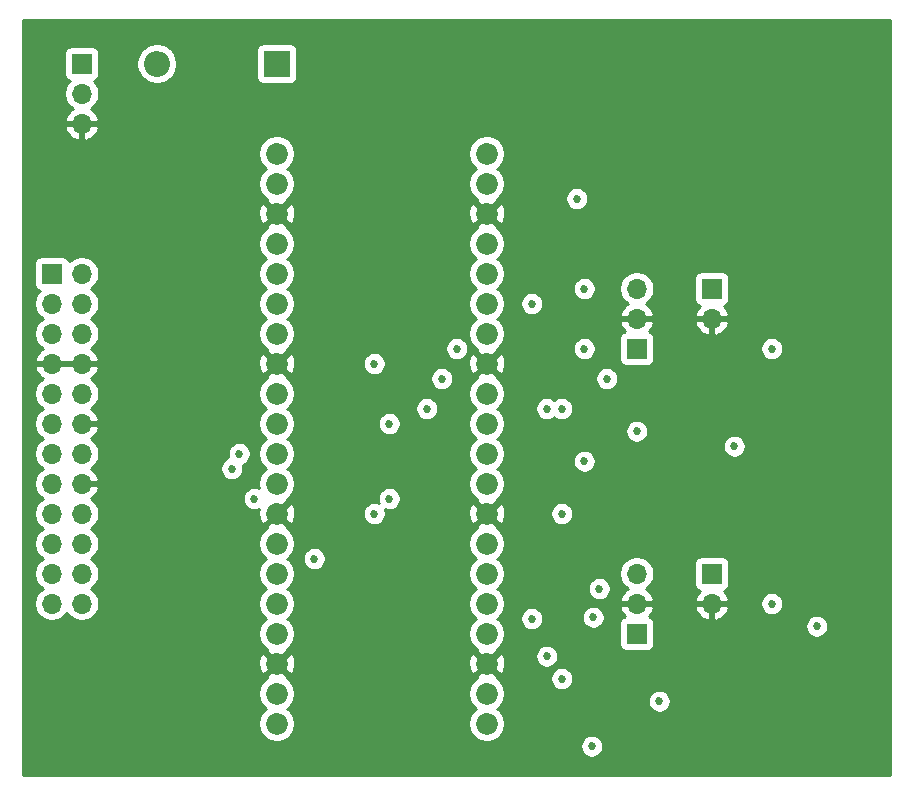
<source format=gbr>
%TF.GenerationSoftware,KiCad,Pcbnew,(5.1.6-0-10_14)*%
%TF.CreationDate,2022-08-31T19:30:09-05:00*%
%TF.ProjectId,pico_controller1,7069636f-5f63-46f6-9e74-726f6c6c6572,V01*%
%TF.SameCoordinates,Original*%
%TF.FileFunction,Copper,L2,Inr*%
%TF.FilePolarity,Positive*%
%FSLAX46Y46*%
G04 Gerber Fmt 4.6, Leading zero omitted, Abs format (unit mm)*
G04 Created by KiCad (PCBNEW (5.1.6-0-10_14)) date 2022-08-31 19:30:09*
%MOMM*%
%LPD*%
G01*
G04 APERTURE LIST*
%TA.AperFunction,ViaPad*%
%ADD10R,2.200000X2.200000*%
%TD*%
%TA.AperFunction,ViaPad*%
%ADD11O,2.200000X2.200000*%
%TD*%
%TA.AperFunction,ViaPad*%
%ADD12R,1.700000X1.700000*%
%TD*%
%TA.AperFunction,ViaPad*%
%ADD13O,1.700000X1.700000*%
%TD*%
%TA.AperFunction,ViaPad*%
%ADD14C,1.850000*%
%TD*%
%TA.AperFunction,ViaPad*%
%ADD15C,0.685800*%
%TD*%
%TA.AperFunction,Conductor*%
%ADD16C,0.254000*%
%TD*%
G04 APERTURE END LIST*
D10*
%TO.N,Net-(D1-Pad1)*%
%TO.C,D1*%
X166370000Y-64770000D03*
D11*
%TO.N,+5V*%
X156210000Y-64770000D03*
%TD*%
D12*
%TO.N,+5V*%
%TO.C,J1*%
X149860000Y-64770000D03*
D13*
%TO.N,+3V3*%
X149860000Y-67310000D03*
%TO.N,GND*%
X149860000Y-69850000D03*
%TD*%
D12*
%TO.N,Net-(J2-Pad1)*%
%TO.C,J2*%
X147320000Y-82550000D03*
D13*
%TO.N,Net-(J2-Pad2)*%
X149860000Y-82550000D03*
%TO.N,+5V*%
X147320000Y-85090000D03*
X149860000Y-85090000D03*
%TO.N,+3V3*%
X147320000Y-87630000D03*
X149860000Y-87630000D03*
%TO.N,GND*%
X147320000Y-90170000D03*
X149860000Y-90170000D03*
%TO.N,/vol_spi_latch*%
X147320000Y-92710000D03*
%TO.N,/vol_spi_data*%
X149860000Y-92710000D03*
%TO.N,/vol_spi_clock*%
X147320000Y-95250000D03*
%TO.N,GND*%
X149860000Y-95250000D03*
%TO.N,/relay_spi_strobe*%
X147320000Y-97790000D03*
%TO.N,/relay_spi_data*%
X149860000Y-97790000D03*
%TO.N,/relay_spi_clock*%
X147320000Y-100330000D03*
%TO.N,GND*%
X149860000Y-100330000D03*
%TO.N,/i2c1_scl*%
X147320000Y-102870000D03*
%TO.N,/i2c1_sda*%
X149860000Y-102870000D03*
%TO.N,/mute_switch*%
X147320000Y-105410000D03*
%TO.N,/operate_switch*%
X149860000Y-105410000D03*
%TO.N,/sel_enc0*%
X147320000Y-107950000D03*
%TO.N,/sel_enc1*%
X149860000Y-107950000D03*
%TO.N,/vol_enc0*%
X147320000Y-110490000D03*
%TO.N,/vol_enc1*%
X149860000Y-110490000D03*
%TD*%
D12*
%TO.N,/vol_pushbutton*%
%TO.C,J3*%
X203200000Y-107950000D03*
D13*
%TO.N,GND*%
X203200000Y-110490000D03*
%TD*%
%TO.N,GND*%
%TO.C,J4*%
X203200000Y-86360000D03*
D12*
%TO.N,/sel_pushbutton*%
X203200000Y-83820000D03*
%TD*%
%TO.N,/vol_enc1*%
%TO.C,J5*%
X196850000Y-113030000D03*
D13*
%TO.N,GND*%
X196850000Y-110490000D03*
%TO.N,/vol_enc0*%
X196850000Y-107950000D03*
%TD*%
%TO.N,/sel_enc0*%
%TO.C,J6*%
X196850000Y-83820000D03*
%TO.N,GND*%
X196850000Y-86360000D03*
D12*
%TO.N,/sel_enc1*%
X196850000Y-88900000D03*
%TD*%
D14*
%TO.N,Net-(U1-Pad1)*%
%TO.C,U1*%
X166370000Y-72390000D03*
%TO.N,Net-(U1-Pad2)*%
X166370000Y-74930000D03*
%TO.N,GND*%
X166370000Y-77470000D03*
%TO.N,/pi_sel_enc0*%
X166370000Y-80010000D03*
%TO.N,/pi_sel_enc1*%
X166370000Y-82550000D03*
%TO.N,/pi_sel_pushbutton*%
X166370000Y-85090000D03*
%TO.N,/pi_vol_enc0*%
X166370000Y-87630000D03*
%TO.N,GND*%
X166370000Y-90170000D03*
%TO.N,/pi_vol_enc1*%
X166370000Y-92710000D03*
%TO.N,/pi_vol_pushbutton*%
X166370000Y-95250000D03*
%TO.N,/operate_switch*%
X166370000Y-97790000D03*
%TO.N,/mute_switch*%
X166370000Y-100330000D03*
%TO.N,GND*%
X166370000Y-102870000D03*
%TO.N,/relay_spi_clock*%
X166370000Y-105410000D03*
%TO.N,/relay_spi_data*%
X166370000Y-107950000D03*
%TO.N,Net-(U1-Pad16)*%
X166370000Y-110490000D03*
%TO.N,/relay_spi_strobe*%
X166370000Y-113030000D03*
%TO.N,GND*%
X166370000Y-115570000D03*
%TO.N,Net-(U1-Pad19)*%
X166370000Y-118110000D03*
%TO.N,Net-(U1-Pad20)*%
X166370000Y-120650000D03*
%TO.N,Net-(U1-Pad21)*%
X184150000Y-120650000D03*
%TO.N,Net-(U1-Pad22)*%
X184150000Y-118110000D03*
%TO.N,GND*%
X184150000Y-115570000D03*
%TO.N,/vol_spi_clock*%
X184150000Y-113030000D03*
%TO.N,/vol_spi_data*%
X184150000Y-110490000D03*
%TO.N,Net-(U1-Pad26)*%
X184150000Y-107950000D03*
%TO.N,/vol_spi_latch*%
X184150000Y-105410000D03*
%TO.N,GND*%
X184150000Y-102870000D03*
%TO.N,Net-(U1-Pad29)*%
X184150000Y-100330000D03*
%TO.N,Net-(U1-Pad30)*%
X184150000Y-97790000D03*
%TO.N,/i2c1_sda*%
X184150000Y-95250000D03*
%TO.N,/i2c1_scl*%
X184150000Y-92710000D03*
%TO.N,GND*%
X184150000Y-90170000D03*
%TO.N,Net-(U1-Pad34)*%
X184150000Y-87630000D03*
%TO.N,Net-(U1-Pad35)*%
X184150000Y-85090000D03*
%TO.N,+3V3*%
X184150000Y-82550000D03*
%TO.N,Net-(U1-Pad37)*%
X184150000Y-80010000D03*
%TO.N,GND*%
X184150000Y-77470000D03*
%TO.N,Net-(D1-Pad1)*%
X184150000Y-74930000D03*
%TO.N,Net-(U1-Pad40)*%
X184150000Y-72390000D03*
%TD*%
D15*
%TO.N,/pi_vol_pushbutton*%
X205105000Y-97155000D03*
X208280000Y-110490000D03*
%TO.N,GND*%
X210820000Y-116840000D03*
X210820000Y-102870000D03*
X215900000Y-105410000D03*
X210820000Y-93980000D03*
X215900000Y-81280000D03*
X210820000Y-78740000D03*
%TO.N,/pi_vol_enc0*%
X192405000Y-88900000D03*
X192405000Y-98425000D03*
%TO.N,/pi_vol_enc1*%
X189230000Y-93980000D03*
X189230000Y-114935000D03*
%TO.N,/pi_sel_enc1*%
X192405000Y-83820000D03*
X194310000Y-91440000D03*
%TO.N,+3V3*%
X191770000Y-76200000D03*
X208280000Y-88900000D03*
X190500000Y-93980000D03*
X190500000Y-102870000D03*
X190500000Y-116840000D03*
X212090000Y-112395000D03*
%TO.N,/vol_spi_latch*%
X181610000Y-88900000D03*
%TO.N,/vol_spi_data*%
X180340000Y-91440000D03*
%TO.N,/vol_spi_clock*%
X179070000Y-93980000D03*
%TO.N,/relay_spi_strobe*%
X162560000Y-99060000D03*
%TO.N,/relay_spi_data*%
X163195000Y-97790000D03*
%TO.N,/relay_spi_clock*%
X164465000Y-101600000D03*
%TO.N,/i2c1_scl*%
X174625000Y-102870000D03*
X174625000Y-90170000D03*
%TO.N,/i2c1_sda*%
X175895000Y-101600000D03*
X175895000Y-95250000D03*
%TO.N,/operate_switch*%
X169545000Y-106680000D03*
%TO.N,/sel_enc0*%
X187960000Y-111760000D03*
X187960000Y-85090000D03*
%TO.N,/sel_enc1*%
X196850000Y-95885000D03*
X193675000Y-109220000D03*
%TO.N,/vol_enc0*%
X193040000Y-122555000D03*
X193156399Y-111643601D03*
%TO.N,/vol_enc1*%
X198755000Y-118745000D03*
%TD*%
D16*
%TO.N,GND*%
G36*
X218313000Y-124968000D02*
G01*
X144907000Y-124968000D01*
X144907000Y-122458685D01*
X192062100Y-122458685D01*
X192062100Y-122651315D01*
X192099680Y-122840243D01*
X192173396Y-123018210D01*
X192280415Y-123178375D01*
X192416625Y-123314585D01*
X192576790Y-123421604D01*
X192754757Y-123495320D01*
X192943685Y-123532900D01*
X193136315Y-123532900D01*
X193325243Y-123495320D01*
X193503210Y-123421604D01*
X193663375Y-123314585D01*
X193799585Y-123178375D01*
X193906604Y-123018210D01*
X193980320Y-122840243D01*
X194017900Y-122651315D01*
X194017900Y-122458685D01*
X193980320Y-122269757D01*
X193906604Y-122091790D01*
X193799585Y-121931625D01*
X193663375Y-121795415D01*
X193503210Y-121688396D01*
X193325243Y-121614680D01*
X193136315Y-121577100D01*
X192943685Y-121577100D01*
X192754757Y-121614680D01*
X192576790Y-121688396D01*
X192416625Y-121795415D01*
X192280415Y-121931625D01*
X192173396Y-122091790D01*
X192099680Y-122269757D01*
X192062100Y-122458685D01*
X144907000Y-122458685D01*
X144907000Y-117956353D01*
X164810000Y-117956353D01*
X164810000Y-118263647D01*
X164869950Y-118565035D01*
X164987546Y-118848937D01*
X165158269Y-119104442D01*
X165375558Y-119321731D01*
X165462764Y-119380000D01*
X165375558Y-119438269D01*
X165158269Y-119655558D01*
X164987546Y-119911063D01*
X164869950Y-120194965D01*
X164810000Y-120496353D01*
X164810000Y-120803647D01*
X164869950Y-121105035D01*
X164987546Y-121388937D01*
X165158269Y-121644442D01*
X165375558Y-121861731D01*
X165631063Y-122032454D01*
X165914965Y-122150050D01*
X166216353Y-122210000D01*
X166523647Y-122210000D01*
X166825035Y-122150050D01*
X167108937Y-122032454D01*
X167364442Y-121861731D01*
X167581731Y-121644442D01*
X167752454Y-121388937D01*
X167870050Y-121105035D01*
X167930000Y-120803647D01*
X167930000Y-120496353D01*
X167870050Y-120194965D01*
X167752454Y-119911063D01*
X167581731Y-119655558D01*
X167364442Y-119438269D01*
X167277236Y-119380000D01*
X167364442Y-119321731D01*
X167581731Y-119104442D01*
X167752454Y-118848937D01*
X167870050Y-118565035D01*
X167930000Y-118263647D01*
X167930000Y-117956353D01*
X182590000Y-117956353D01*
X182590000Y-118263647D01*
X182649950Y-118565035D01*
X182767546Y-118848937D01*
X182938269Y-119104442D01*
X183155558Y-119321731D01*
X183242764Y-119380000D01*
X183155558Y-119438269D01*
X182938269Y-119655558D01*
X182767546Y-119911063D01*
X182649950Y-120194965D01*
X182590000Y-120496353D01*
X182590000Y-120803647D01*
X182649950Y-121105035D01*
X182767546Y-121388937D01*
X182938269Y-121644442D01*
X183155558Y-121861731D01*
X183411063Y-122032454D01*
X183694965Y-122150050D01*
X183996353Y-122210000D01*
X184303647Y-122210000D01*
X184605035Y-122150050D01*
X184888937Y-122032454D01*
X185144442Y-121861731D01*
X185361731Y-121644442D01*
X185532454Y-121388937D01*
X185650050Y-121105035D01*
X185710000Y-120803647D01*
X185710000Y-120496353D01*
X185650050Y-120194965D01*
X185532454Y-119911063D01*
X185361731Y-119655558D01*
X185144442Y-119438269D01*
X185057236Y-119380000D01*
X185144442Y-119321731D01*
X185361731Y-119104442D01*
X185532454Y-118848937D01*
X185615401Y-118648685D01*
X197777100Y-118648685D01*
X197777100Y-118841315D01*
X197814680Y-119030243D01*
X197888396Y-119208210D01*
X197995415Y-119368375D01*
X198131625Y-119504585D01*
X198291790Y-119611604D01*
X198469757Y-119685320D01*
X198658685Y-119722900D01*
X198851315Y-119722900D01*
X199040243Y-119685320D01*
X199218210Y-119611604D01*
X199378375Y-119504585D01*
X199514585Y-119368375D01*
X199621604Y-119208210D01*
X199695320Y-119030243D01*
X199732900Y-118841315D01*
X199732900Y-118648685D01*
X199695320Y-118459757D01*
X199621604Y-118281790D01*
X199514585Y-118121625D01*
X199378375Y-117985415D01*
X199218210Y-117878396D01*
X199040243Y-117804680D01*
X198851315Y-117767100D01*
X198658685Y-117767100D01*
X198469757Y-117804680D01*
X198291790Y-117878396D01*
X198131625Y-117985415D01*
X197995415Y-118121625D01*
X197888396Y-118281790D01*
X197814680Y-118459757D01*
X197777100Y-118648685D01*
X185615401Y-118648685D01*
X185650050Y-118565035D01*
X185710000Y-118263647D01*
X185710000Y-117956353D01*
X185650050Y-117654965D01*
X185532454Y-117371063D01*
X185361731Y-117115558D01*
X185144442Y-116898269D01*
X185001394Y-116802687D01*
X185021320Y-116743685D01*
X189522100Y-116743685D01*
X189522100Y-116936315D01*
X189559680Y-117125243D01*
X189633396Y-117303210D01*
X189740415Y-117463375D01*
X189876625Y-117599585D01*
X190036790Y-117706604D01*
X190214757Y-117780320D01*
X190403685Y-117817900D01*
X190596315Y-117817900D01*
X190785243Y-117780320D01*
X190963210Y-117706604D01*
X191123375Y-117599585D01*
X191259585Y-117463375D01*
X191366604Y-117303210D01*
X191440320Y-117125243D01*
X191477900Y-116936315D01*
X191477900Y-116743685D01*
X191440320Y-116554757D01*
X191366604Y-116376790D01*
X191259585Y-116216625D01*
X191123375Y-116080415D01*
X190963210Y-115973396D01*
X190785243Y-115899680D01*
X190596315Y-115862100D01*
X190403685Y-115862100D01*
X190214757Y-115899680D01*
X190036790Y-115973396D01*
X189876625Y-116080415D01*
X189740415Y-116216625D01*
X189633396Y-116376790D01*
X189559680Y-116554757D01*
X189522100Y-116743685D01*
X185021320Y-116743685D01*
X185052312Y-116651917D01*
X184150000Y-115749605D01*
X183247688Y-116651917D01*
X183298606Y-116802687D01*
X183155558Y-116898269D01*
X182938269Y-117115558D01*
X182767546Y-117371063D01*
X182649950Y-117654965D01*
X182590000Y-117956353D01*
X167930000Y-117956353D01*
X167870050Y-117654965D01*
X167752454Y-117371063D01*
X167581731Y-117115558D01*
X167364442Y-116898269D01*
X167221394Y-116802687D01*
X167272312Y-116651917D01*
X166370000Y-115749605D01*
X165467688Y-116651917D01*
X165518606Y-116802687D01*
X165375558Y-116898269D01*
X165158269Y-117115558D01*
X164987546Y-117371063D01*
X164869950Y-117654965D01*
X164810000Y-117956353D01*
X144907000Y-117956353D01*
X144907000Y-115635562D01*
X164803824Y-115635562D01*
X164846708Y-115939848D01*
X164948132Y-116229921D01*
X165031347Y-116385607D01*
X165288083Y-116472312D01*
X166190395Y-115570000D01*
X166549605Y-115570000D01*
X167451917Y-116472312D01*
X167708653Y-116385607D01*
X167842048Y-116108777D01*
X167918873Y-115811243D01*
X167928780Y-115635562D01*
X182583824Y-115635562D01*
X182626708Y-115939848D01*
X182728132Y-116229921D01*
X182811347Y-116385607D01*
X183068083Y-116472312D01*
X183970395Y-115570000D01*
X184329605Y-115570000D01*
X185231917Y-116472312D01*
X185488653Y-116385607D01*
X185622048Y-116108777D01*
X185698873Y-115811243D01*
X185716176Y-115504438D01*
X185673292Y-115200152D01*
X185571868Y-114910079D01*
X185533708Y-114838685D01*
X188252100Y-114838685D01*
X188252100Y-115031315D01*
X188289680Y-115220243D01*
X188363396Y-115398210D01*
X188470415Y-115558375D01*
X188606625Y-115694585D01*
X188766790Y-115801604D01*
X188944757Y-115875320D01*
X189133685Y-115912900D01*
X189326315Y-115912900D01*
X189515243Y-115875320D01*
X189693210Y-115801604D01*
X189853375Y-115694585D01*
X189989585Y-115558375D01*
X190096604Y-115398210D01*
X190170320Y-115220243D01*
X190207900Y-115031315D01*
X190207900Y-114838685D01*
X190170320Y-114649757D01*
X190096604Y-114471790D01*
X189989585Y-114311625D01*
X189853375Y-114175415D01*
X189693210Y-114068396D01*
X189515243Y-113994680D01*
X189326315Y-113957100D01*
X189133685Y-113957100D01*
X188944757Y-113994680D01*
X188766790Y-114068396D01*
X188606625Y-114175415D01*
X188470415Y-114311625D01*
X188363396Y-114471790D01*
X188289680Y-114649757D01*
X188252100Y-114838685D01*
X185533708Y-114838685D01*
X185488653Y-114754393D01*
X185231917Y-114667688D01*
X184329605Y-115570000D01*
X183970395Y-115570000D01*
X183068083Y-114667688D01*
X182811347Y-114754393D01*
X182677952Y-115031223D01*
X182601127Y-115328757D01*
X182583824Y-115635562D01*
X167928780Y-115635562D01*
X167936176Y-115504438D01*
X167893292Y-115200152D01*
X167791868Y-114910079D01*
X167708653Y-114754393D01*
X167451917Y-114667688D01*
X166549605Y-115570000D01*
X166190395Y-115570000D01*
X165288083Y-114667688D01*
X165031347Y-114754393D01*
X164897952Y-115031223D01*
X164821127Y-115328757D01*
X164803824Y-115635562D01*
X144907000Y-115635562D01*
X144907000Y-92563740D01*
X145835000Y-92563740D01*
X145835000Y-92856260D01*
X145892068Y-93143158D01*
X146004010Y-93413411D01*
X146166525Y-93656632D01*
X146373368Y-93863475D01*
X146547760Y-93980000D01*
X146373368Y-94096525D01*
X146166525Y-94303368D01*
X146004010Y-94546589D01*
X145892068Y-94816842D01*
X145835000Y-95103740D01*
X145835000Y-95396260D01*
X145892068Y-95683158D01*
X146004010Y-95953411D01*
X146166525Y-96196632D01*
X146373368Y-96403475D01*
X146547760Y-96520000D01*
X146373368Y-96636525D01*
X146166525Y-96843368D01*
X146004010Y-97086589D01*
X145892068Y-97356842D01*
X145835000Y-97643740D01*
X145835000Y-97936260D01*
X145892068Y-98223158D01*
X146004010Y-98493411D01*
X146166525Y-98736632D01*
X146373368Y-98943475D01*
X146547760Y-99060000D01*
X146373368Y-99176525D01*
X146166525Y-99383368D01*
X146004010Y-99626589D01*
X145892068Y-99896842D01*
X145835000Y-100183740D01*
X145835000Y-100476260D01*
X145892068Y-100763158D01*
X146004010Y-101033411D01*
X146166525Y-101276632D01*
X146373368Y-101483475D01*
X146547760Y-101600000D01*
X146373368Y-101716525D01*
X146166525Y-101923368D01*
X146004010Y-102166589D01*
X145892068Y-102436842D01*
X145835000Y-102723740D01*
X145835000Y-103016260D01*
X145892068Y-103303158D01*
X146004010Y-103573411D01*
X146166525Y-103816632D01*
X146373368Y-104023475D01*
X146547760Y-104140000D01*
X146373368Y-104256525D01*
X146166525Y-104463368D01*
X146004010Y-104706589D01*
X145892068Y-104976842D01*
X145835000Y-105263740D01*
X145835000Y-105556260D01*
X145892068Y-105843158D01*
X146004010Y-106113411D01*
X146166525Y-106356632D01*
X146373368Y-106563475D01*
X146547760Y-106680000D01*
X146373368Y-106796525D01*
X146166525Y-107003368D01*
X146004010Y-107246589D01*
X145892068Y-107516842D01*
X145835000Y-107803740D01*
X145835000Y-108096260D01*
X145892068Y-108383158D01*
X146004010Y-108653411D01*
X146166525Y-108896632D01*
X146373368Y-109103475D01*
X146547760Y-109220000D01*
X146373368Y-109336525D01*
X146166525Y-109543368D01*
X146004010Y-109786589D01*
X145892068Y-110056842D01*
X145835000Y-110343740D01*
X145835000Y-110636260D01*
X145892068Y-110923158D01*
X146004010Y-111193411D01*
X146166525Y-111436632D01*
X146373368Y-111643475D01*
X146616589Y-111805990D01*
X146886842Y-111917932D01*
X147173740Y-111975000D01*
X147466260Y-111975000D01*
X147753158Y-111917932D01*
X148023411Y-111805990D01*
X148266632Y-111643475D01*
X148473475Y-111436632D01*
X148590000Y-111262240D01*
X148706525Y-111436632D01*
X148913368Y-111643475D01*
X149156589Y-111805990D01*
X149426842Y-111917932D01*
X149713740Y-111975000D01*
X150006260Y-111975000D01*
X150293158Y-111917932D01*
X150563411Y-111805990D01*
X150806632Y-111643475D01*
X151013475Y-111436632D01*
X151175990Y-111193411D01*
X151287932Y-110923158D01*
X151345000Y-110636260D01*
X151345000Y-110343740D01*
X151287932Y-110056842D01*
X151175990Y-109786589D01*
X151013475Y-109543368D01*
X150806632Y-109336525D01*
X150632240Y-109220000D01*
X150806632Y-109103475D01*
X151013475Y-108896632D01*
X151175990Y-108653411D01*
X151287932Y-108383158D01*
X151345000Y-108096260D01*
X151345000Y-107803740D01*
X151287932Y-107516842D01*
X151175990Y-107246589D01*
X151013475Y-107003368D01*
X150806632Y-106796525D01*
X150632240Y-106680000D01*
X150806632Y-106563475D01*
X151013475Y-106356632D01*
X151175990Y-106113411D01*
X151287932Y-105843158D01*
X151345000Y-105556260D01*
X151345000Y-105263740D01*
X151343531Y-105256353D01*
X164810000Y-105256353D01*
X164810000Y-105563647D01*
X164869950Y-105865035D01*
X164987546Y-106148937D01*
X165158269Y-106404442D01*
X165375558Y-106621731D01*
X165462764Y-106680000D01*
X165375558Y-106738269D01*
X165158269Y-106955558D01*
X164987546Y-107211063D01*
X164869950Y-107494965D01*
X164810000Y-107796353D01*
X164810000Y-108103647D01*
X164869950Y-108405035D01*
X164987546Y-108688937D01*
X165158269Y-108944442D01*
X165375558Y-109161731D01*
X165462764Y-109220000D01*
X165375558Y-109278269D01*
X165158269Y-109495558D01*
X164987546Y-109751063D01*
X164869950Y-110034965D01*
X164810000Y-110336353D01*
X164810000Y-110643647D01*
X164869950Y-110945035D01*
X164987546Y-111228937D01*
X165158269Y-111484442D01*
X165375558Y-111701731D01*
X165462764Y-111760000D01*
X165375558Y-111818269D01*
X165158269Y-112035558D01*
X164987546Y-112291063D01*
X164869950Y-112574965D01*
X164810000Y-112876353D01*
X164810000Y-113183647D01*
X164869950Y-113485035D01*
X164987546Y-113768937D01*
X165158269Y-114024442D01*
X165375558Y-114241731D01*
X165518606Y-114337313D01*
X165467688Y-114488083D01*
X166370000Y-115390395D01*
X167272312Y-114488083D01*
X167221394Y-114337313D01*
X167364442Y-114241731D01*
X167581731Y-114024442D01*
X167752454Y-113768937D01*
X167870050Y-113485035D01*
X167930000Y-113183647D01*
X167930000Y-112876353D01*
X167870050Y-112574965D01*
X167752454Y-112291063D01*
X167581731Y-112035558D01*
X167364442Y-111818269D01*
X167277236Y-111760000D01*
X167364442Y-111701731D01*
X167581731Y-111484442D01*
X167752454Y-111228937D01*
X167870050Y-110945035D01*
X167930000Y-110643647D01*
X167930000Y-110336353D01*
X167870050Y-110034965D01*
X167752454Y-109751063D01*
X167581731Y-109495558D01*
X167364442Y-109278269D01*
X167277236Y-109220000D01*
X167364442Y-109161731D01*
X167581731Y-108944442D01*
X167752454Y-108688937D01*
X167870050Y-108405035D01*
X167930000Y-108103647D01*
X167930000Y-107796353D01*
X167870050Y-107494965D01*
X167752454Y-107211063D01*
X167581731Y-106955558D01*
X167364442Y-106738269D01*
X167277236Y-106680000D01*
X167364442Y-106621731D01*
X167402488Y-106583685D01*
X168567100Y-106583685D01*
X168567100Y-106776315D01*
X168604680Y-106965243D01*
X168678396Y-107143210D01*
X168785415Y-107303375D01*
X168921625Y-107439585D01*
X169081790Y-107546604D01*
X169259757Y-107620320D01*
X169448685Y-107657900D01*
X169641315Y-107657900D01*
X169830243Y-107620320D01*
X170008210Y-107546604D01*
X170168375Y-107439585D01*
X170304585Y-107303375D01*
X170411604Y-107143210D01*
X170485320Y-106965243D01*
X170522900Y-106776315D01*
X170522900Y-106583685D01*
X170485320Y-106394757D01*
X170411604Y-106216790D01*
X170304585Y-106056625D01*
X170168375Y-105920415D01*
X170008210Y-105813396D01*
X169830243Y-105739680D01*
X169641315Y-105702100D01*
X169448685Y-105702100D01*
X169259757Y-105739680D01*
X169081790Y-105813396D01*
X168921625Y-105920415D01*
X168785415Y-106056625D01*
X168678396Y-106216790D01*
X168604680Y-106394757D01*
X168567100Y-106583685D01*
X167402488Y-106583685D01*
X167581731Y-106404442D01*
X167752454Y-106148937D01*
X167870050Y-105865035D01*
X167930000Y-105563647D01*
X167930000Y-105256353D01*
X182590000Y-105256353D01*
X182590000Y-105563647D01*
X182649950Y-105865035D01*
X182767546Y-106148937D01*
X182938269Y-106404442D01*
X183155558Y-106621731D01*
X183242764Y-106680000D01*
X183155558Y-106738269D01*
X182938269Y-106955558D01*
X182767546Y-107211063D01*
X182649950Y-107494965D01*
X182590000Y-107796353D01*
X182590000Y-108103647D01*
X182649950Y-108405035D01*
X182767546Y-108688937D01*
X182938269Y-108944442D01*
X183155558Y-109161731D01*
X183242764Y-109220000D01*
X183155558Y-109278269D01*
X182938269Y-109495558D01*
X182767546Y-109751063D01*
X182649950Y-110034965D01*
X182590000Y-110336353D01*
X182590000Y-110643647D01*
X182649950Y-110945035D01*
X182767546Y-111228937D01*
X182938269Y-111484442D01*
X183155558Y-111701731D01*
X183242764Y-111760000D01*
X183155558Y-111818269D01*
X182938269Y-112035558D01*
X182767546Y-112291063D01*
X182649950Y-112574965D01*
X182590000Y-112876353D01*
X182590000Y-113183647D01*
X182649950Y-113485035D01*
X182767546Y-113768937D01*
X182938269Y-114024442D01*
X183155558Y-114241731D01*
X183298606Y-114337313D01*
X183247688Y-114488083D01*
X184150000Y-115390395D01*
X185052312Y-114488083D01*
X185001394Y-114337313D01*
X185144442Y-114241731D01*
X185361731Y-114024442D01*
X185532454Y-113768937D01*
X185650050Y-113485035D01*
X185710000Y-113183647D01*
X185710000Y-112876353D01*
X185650050Y-112574965D01*
X185532454Y-112291063D01*
X185361731Y-112035558D01*
X185144442Y-111818269D01*
X185057236Y-111760000D01*
X185144442Y-111701731D01*
X185182488Y-111663685D01*
X186982100Y-111663685D01*
X186982100Y-111856315D01*
X187019680Y-112045243D01*
X187093396Y-112223210D01*
X187200415Y-112383375D01*
X187336625Y-112519585D01*
X187496790Y-112626604D01*
X187674757Y-112700320D01*
X187863685Y-112737900D01*
X188056315Y-112737900D01*
X188245243Y-112700320D01*
X188423210Y-112626604D01*
X188583375Y-112519585D01*
X188719585Y-112383375D01*
X188826604Y-112223210D01*
X188900320Y-112045243D01*
X188937900Y-111856315D01*
X188937900Y-111663685D01*
X188914747Y-111547286D01*
X192178499Y-111547286D01*
X192178499Y-111739916D01*
X192216079Y-111928844D01*
X192289795Y-112106811D01*
X192396814Y-112266976D01*
X192533024Y-112403186D01*
X192693189Y-112510205D01*
X192871156Y-112583921D01*
X193060084Y-112621501D01*
X193252714Y-112621501D01*
X193441642Y-112583921D01*
X193619609Y-112510205D01*
X193779774Y-112403186D01*
X193915984Y-112266976D01*
X193974099Y-112180000D01*
X195361928Y-112180000D01*
X195361928Y-113880000D01*
X195374188Y-114004482D01*
X195410498Y-114124180D01*
X195469463Y-114234494D01*
X195548815Y-114331185D01*
X195645506Y-114410537D01*
X195755820Y-114469502D01*
X195875518Y-114505812D01*
X196000000Y-114518072D01*
X197700000Y-114518072D01*
X197824482Y-114505812D01*
X197944180Y-114469502D01*
X198054494Y-114410537D01*
X198151185Y-114331185D01*
X198230537Y-114234494D01*
X198289502Y-114124180D01*
X198325812Y-114004482D01*
X198338072Y-113880000D01*
X198338072Y-112298685D01*
X211112100Y-112298685D01*
X211112100Y-112491315D01*
X211149680Y-112680243D01*
X211223396Y-112858210D01*
X211330415Y-113018375D01*
X211466625Y-113154585D01*
X211626790Y-113261604D01*
X211804757Y-113335320D01*
X211993685Y-113372900D01*
X212186315Y-113372900D01*
X212375243Y-113335320D01*
X212553210Y-113261604D01*
X212713375Y-113154585D01*
X212849585Y-113018375D01*
X212956604Y-112858210D01*
X213030320Y-112680243D01*
X213067900Y-112491315D01*
X213067900Y-112298685D01*
X213030320Y-112109757D01*
X212956604Y-111931790D01*
X212849585Y-111771625D01*
X212713375Y-111635415D01*
X212553210Y-111528396D01*
X212375243Y-111454680D01*
X212186315Y-111417100D01*
X211993685Y-111417100D01*
X211804757Y-111454680D01*
X211626790Y-111528396D01*
X211466625Y-111635415D01*
X211330415Y-111771625D01*
X211223396Y-111931790D01*
X211149680Y-112109757D01*
X211112100Y-112298685D01*
X198338072Y-112298685D01*
X198338072Y-112180000D01*
X198325812Y-112055518D01*
X198289502Y-111935820D01*
X198230537Y-111825506D01*
X198151185Y-111728815D01*
X198054494Y-111649463D01*
X197944180Y-111590498D01*
X197863534Y-111566034D01*
X197947588Y-111490269D01*
X198121641Y-111256920D01*
X198246825Y-110994099D01*
X198291476Y-110846890D01*
X201758524Y-110846890D01*
X201803175Y-110994099D01*
X201928359Y-111256920D01*
X202102412Y-111490269D01*
X202318645Y-111685178D01*
X202568748Y-111834157D01*
X202843109Y-111931481D01*
X203073000Y-111810814D01*
X203073000Y-110617000D01*
X203327000Y-110617000D01*
X203327000Y-111810814D01*
X203556891Y-111931481D01*
X203831252Y-111834157D01*
X204081355Y-111685178D01*
X204297588Y-111490269D01*
X204471641Y-111256920D01*
X204596825Y-110994099D01*
X204641476Y-110846890D01*
X204520155Y-110617000D01*
X203327000Y-110617000D01*
X203073000Y-110617000D01*
X201879845Y-110617000D01*
X201758524Y-110846890D01*
X198291476Y-110846890D01*
X198170155Y-110617000D01*
X196977000Y-110617000D01*
X196977000Y-110637000D01*
X196723000Y-110637000D01*
X196723000Y-110617000D01*
X195529845Y-110617000D01*
X195408524Y-110846890D01*
X195453175Y-110994099D01*
X195578359Y-111256920D01*
X195752412Y-111490269D01*
X195836466Y-111566034D01*
X195755820Y-111590498D01*
X195645506Y-111649463D01*
X195548815Y-111728815D01*
X195469463Y-111825506D01*
X195410498Y-111935820D01*
X195374188Y-112055518D01*
X195361928Y-112180000D01*
X193974099Y-112180000D01*
X194023003Y-112106811D01*
X194096719Y-111928844D01*
X194134299Y-111739916D01*
X194134299Y-111547286D01*
X194096719Y-111358358D01*
X194023003Y-111180391D01*
X193915984Y-111020226D01*
X193779774Y-110884016D01*
X193619609Y-110776997D01*
X193441642Y-110703281D01*
X193252714Y-110665701D01*
X193060084Y-110665701D01*
X192871156Y-110703281D01*
X192693189Y-110776997D01*
X192533024Y-110884016D01*
X192396814Y-111020226D01*
X192289795Y-111180391D01*
X192216079Y-111358358D01*
X192178499Y-111547286D01*
X188914747Y-111547286D01*
X188900320Y-111474757D01*
X188826604Y-111296790D01*
X188719585Y-111136625D01*
X188583375Y-111000415D01*
X188423210Y-110893396D01*
X188245243Y-110819680D01*
X188056315Y-110782100D01*
X187863685Y-110782100D01*
X187674757Y-110819680D01*
X187496790Y-110893396D01*
X187336625Y-111000415D01*
X187200415Y-111136625D01*
X187093396Y-111296790D01*
X187019680Y-111474757D01*
X186982100Y-111663685D01*
X185182488Y-111663685D01*
X185361731Y-111484442D01*
X185532454Y-111228937D01*
X185650050Y-110945035D01*
X185710000Y-110643647D01*
X185710000Y-110393685D01*
X207302100Y-110393685D01*
X207302100Y-110586315D01*
X207339680Y-110775243D01*
X207413396Y-110953210D01*
X207520415Y-111113375D01*
X207656625Y-111249585D01*
X207816790Y-111356604D01*
X207994757Y-111430320D01*
X208183685Y-111467900D01*
X208376315Y-111467900D01*
X208565243Y-111430320D01*
X208743210Y-111356604D01*
X208903375Y-111249585D01*
X209039585Y-111113375D01*
X209146604Y-110953210D01*
X209220320Y-110775243D01*
X209257900Y-110586315D01*
X209257900Y-110393685D01*
X209220320Y-110204757D01*
X209146604Y-110026790D01*
X209039585Y-109866625D01*
X208903375Y-109730415D01*
X208743210Y-109623396D01*
X208565243Y-109549680D01*
X208376315Y-109512100D01*
X208183685Y-109512100D01*
X207994757Y-109549680D01*
X207816790Y-109623396D01*
X207656625Y-109730415D01*
X207520415Y-109866625D01*
X207413396Y-110026790D01*
X207339680Y-110204757D01*
X207302100Y-110393685D01*
X185710000Y-110393685D01*
X185710000Y-110336353D01*
X185650050Y-110034965D01*
X185532454Y-109751063D01*
X185361731Y-109495558D01*
X185144442Y-109278269D01*
X185057236Y-109220000D01*
X185144442Y-109161731D01*
X185182488Y-109123685D01*
X192697100Y-109123685D01*
X192697100Y-109316315D01*
X192734680Y-109505243D01*
X192808396Y-109683210D01*
X192915415Y-109843375D01*
X193051625Y-109979585D01*
X193211790Y-110086604D01*
X193389757Y-110160320D01*
X193578685Y-110197900D01*
X193771315Y-110197900D01*
X193960243Y-110160320D01*
X194138210Y-110086604D01*
X194298375Y-109979585D01*
X194434585Y-109843375D01*
X194541604Y-109683210D01*
X194615320Y-109505243D01*
X194652900Y-109316315D01*
X194652900Y-109123685D01*
X194615320Y-108934757D01*
X194541604Y-108756790D01*
X194434585Y-108596625D01*
X194298375Y-108460415D01*
X194138210Y-108353396D01*
X193960243Y-108279680D01*
X193771315Y-108242100D01*
X193578685Y-108242100D01*
X193389757Y-108279680D01*
X193211790Y-108353396D01*
X193051625Y-108460415D01*
X192915415Y-108596625D01*
X192808396Y-108756790D01*
X192734680Y-108934757D01*
X192697100Y-109123685D01*
X185182488Y-109123685D01*
X185361731Y-108944442D01*
X185532454Y-108688937D01*
X185650050Y-108405035D01*
X185710000Y-108103647D01*
X185710000Y-107803740D01*
X195365000Y-107803740D01*
X195365000Y-108096260D01*
X195422068Y-108383158D01*
X195534010Y-108653411D01*
X195696525Y-108896632D01*
X195903368Y-109103475D01*
X196085534Y-109225195D01*
X195968645Y-109294822D01*
X195752412Y-109489731D01*
X195578359Y-109723080D01*
X195453175Y-109985901D01*
X195408524Y-110133110D01*
X195529845Y-110363000D01*
X196723000Y-110363000D01*
X196723000Y-110343000D01*
X196977000Y-110343000D01*
X196977000Y-110363000D01*
X198170155Y-110363000D01*
X198291476Y-110133110D01*
X198246825Y-109985901D01*
X198121641Y-109723080D01*
X197947588Y-109489731D01*
X197731355Y-109294822D01*
X197614466Y-109225195D01*
X197796632Y-109103475D01*
X198003475Y-108896632D01*
X198165990Y-108653411D01*
X198277932Y-108383158D01*
X198335000Y-108096260D01*
X198335000Y-107803740D01*
X198277932Y-107516842D01*
X198165990Y-107246589D01*
X198068043Y-107100000D01*
X201711928Y-107100000D01*
X201711928Y-108800000D01*
X201724188Y-108924482D01*
X201760498Y-109044180D01*
X201819463Y-109154494D01*
X201898815Y-109251185D01*
X201995506Y-109330537D01*
X202105820Y-109389502D01*
X202186466Y-109413966D01*
X202102412Y-109489731D01*
X201928359Y-109723080D01*
X201803175Y-109985901D01*
X201758524Y-110133110D01*
X201879845Y-110363000D01*
X203073000Y-110363000D01*
X203073000Y-110343000D01*
X203327000Y-110343000D01*
X203327000Y-110363000D01*
X204520155Y-110363000D01*
X204641476Y-110133110D01*
X204596825Y-109985901D01*
X204471641Y-109723080D01*
X204297588Y-109489731D01*
X204213534Y-109413966D01*
X204294180Y-109389502D01*
X204404494Y-109330537D01*
X204501185Y-109251185D01*
X204580537Y-109154494D01*
X204639502Y-109044180D01*
X204675812Y-108924482D01*
X204688072Y-108800000D01*
X204688072Y-107100000D01*
X204675812Y-106975518D01*
X204639502Y-106855820D01*
X204580537Y-106745506D01*
X204501185Y-106648815D01*
X204404494Y-106569463D01*
X204294180Y-106510498D01*
X204174482Y-106474188D01*
X204050000Y-106461928D01*
X202350000Y-106461928D01*
X202225518Y-106474188D01*
X202105820Y-106510498D01*
X201995506Y-106569463D01*
X201898815Y-106648815D01*
X201819463Y-106745506D01*
X201760498Y-106855820D01*
X201724188Y-106975518D01*
X201711928Y-107100000D01*
X198068043Y-107100000D01*
X198003475Y-107003368D01*
X197796632Y-106796525D01*
X197553411Y-106634010D01*
X197283158Y-106522068D01*
X196996260Y-106465000D01*
X196703740Y-106465000D01*
X196416842Y-106522068D01*
X196146589Y-106634010D01*
X195903368Y-106796525D01*
X195696525Y-107003368D01*
X195534010Y-107246589D01*
X195422068Y-107516842D01*
X195365000Y-107803740D01*
X185710000Y-107803740D01*
X185710000Y-107796353D01*
X185650050Y-107494965D01*
X185532454Y-107211063D01*
X185361731Y-106955558D01*
X185144442Y-106738269D01*
X185057236Y-106680000D01*
X185144442Y-106621731D01*
X185361731Y-106404442D01*
X185532454Y-106148937D01*
X185650050Y-105865035D01*
X185710000Y-105563647D01*
X185710000Y-105256353D01*
X185650050Y-104954965D01*
X185532454Y-104671063D01*
X185361731Y-104415558D01*
X185144442Y-104198269D01*
X185001394Y-104102687D01*
X185052312Y-103951917D01*
X184150000Y-103049605D01*
X183247688Y-103951917D01*
X183298606Y-104102687D01*
X183155558Y-104198269D01*
X182938269Y-104415558D01*
X182767546Y-104671063D01*
X182649950Y-104954965D01*
X182590000Y-105256353D01*
X167930000Y-105256353D01*
X167870050Y-104954965D01*
X167752454Y-104671063D01*
X167581731Y-104415558D01*
X167364442Y-104198269D01*
X167221394Y-104102687D01*
X167272312Y-103951917D01*
X166370000Y-103049605D01*
X165467688Y-103951917D01*
X165518606Y-104102687D01*
X165375558Y-104198269D01*
X165158269Y-104415558D01*
X164987546Y-104671063D01*
X164869950Y-104954965D01*
X164810000Y-105256353D01*
X151343531Y-105256353D01*
X151287932Y-104976842D01*
X151175990Y-104706589D01*
X151013475Y-104463368D01*
X150806632Y-104256525D01*
X150632240Y-104140000D01*
X150806632Y-104023475D01*
X151013475Y-103816632D01*
X151175990Y-103573411D01*
X151287932Y-103303158D01*
X151345000Y-103016260D01*
X151345000Y-102723740D01*
X151287932Y-102436842D01*
X151175990Y-102166589D01*
X151013475Y-101923368D01*
X150806632Y-101716525D01*
X150624466Y-101594805D01*
X150741355Y-101525178D01*
X150765199Y-101503685D01*
X163487100Y-101503685D01*
X163487100Y-101696315D01*
X163524680Y-101885243D01*
X163598396Y-102063210D01*
X163705415Y-102223375D01*
X163841625Y-102359585D01*
X164001790Y-102466604D01*
X164179757Y-102540320D01*
X164368685Y-102577900D01*
X164561315Y-102577900D01*
X164750243Y-102540320D01*
X164855186Y-102496851D01*
X164821127Y-102628757D01*
X164803824Y-102935562D01*
X164846708Y-103239848D01*
X164948132Y-103529921D01*
X165031347Y-103685607D01*
X165288083Y-103772312D01*
X166190395Y-102870000D01*
X166549605Y-102870000D01*
X167451917Y-103772312D01*
X167708653Y-103685607D01*
X167842048Y-103408777D01*
X167918873Y-103111243D01*
X167936176Y-102804438D01*
X167931842Y-102773685D01*
X173647100Y-102773685D01*
X173647100Y-102966315D01*
X173684680Y-103155243D01*
X173758396Y-103333210D01*
X173865415Y-103493375D01*
X174001625Y-103629585D01*
X174161790Y-103736604D01*
X174339757Y-103810320D01*
X174528685Y-103847900D01*
X174721315Y-103847900D01*
X174910243Y-103810320D01*
X175088210Y-103736604D01*
X175248375Y-103629585D01*
X175384585Y-103493375D01*
X175491604Y-103333210D01*
X175565320Y-103155243D01*
X175602900Y-102966315D01*
X175602900Y-102935562D01*
X182583824Y-102935562D01*
X182626708Y-103239848D01*
X182728132Y-103529921D01*
X182811347Y-103685607D01*
X183068083Y-103772312D01*
X183970395Y-102870000D01*
X184329605Y-102870000D01*
X185231917Y-103772312D01*
X185488653Y-103685607D01*
X185622048Y-103408777D01*
X185698873Y-103111243D01*
X185716176Y-102804438D01*
X185711842Y-102773685D01*
X189522100Y-102773685D01*
X189522100Y-102966315D01*
X189559680Y-103155243D01*
X189633396Y-103333210D01*
X189740415Y-103493375D01*
X189876625Y-103629585D01*
X190036790Y-103736604D01*
X190214757Y-103810320D01*
X190403685Y-103847900D01*
X190596315Y-103847900D01*
X190785243Y-103810320D01*
X190963210Y-103736604D01*
X191123375Y-103629585D01*
X191259585Y-103493375D01*
X191366604Y-103333210D01*
X191440320Y-103155243D01*
X191477900Y-102966315D01*
X191477900Y-102773685D01*
X191440320Y-102584757D01*
X191366604Y-102406790D01*
X191259585Y-102246625D01*
X191123375Y-102110415D01*
X190963210Y-102003396D01*
X190785243Y-101929680D01*
X190596315Y-101892100D01*
X190403685Y-101892100D01*
X190214757Y-101929680D01*
X190036790Y-102003396D01*
X189876625Y-102110415D01*
X189740415Y-102246625D01*
X189633396Y-102406790D01*
X189559680Y-102584757D01*
X189522100Y-102773685D01*
X185711842Y-102773685D01*
X185673292Y-102500152D01*
X185571868Y-102210079D01*
X185488653Y-102054393D01*
X185231917Y-101967688D01*
X184329605Y-102870000D01*
X183970395Y-102870000D01*
X183068083Y-101967688D01*
X182811347Y-102054393D01*
X182677952Y-102331223D01*
X182601127Y-102628757D01*
X182583824Y-102935562D01*
X175602900Y-102935562D01*
X175602900Y-102773685D01*
X175565320Y-102584757D01*
X175533899Y-102508899D01*
X175609757Y-102540320D01*
X175798685Y-102577900D01*
X175991315Y-102577900D01*
X176180243Y-102540320D01*
X176358210Y-102466604D01*
X176518375Y-102359585D01*
X176654585Y-102223375D01*
X176761604Y-102063210D01*
X176835320Y-101885243D01*
X176872900Y-101696315D01*
X176872900Y-101503685D01*
X176835320Y-101314757D01*
X176761604Y-101136790D01*
X176654585Y-100976625D01*
X176518375Y-100840415D01*
X176358210Y-100733396D01*
X176180243Y-100659680D01*
X175991315Y-100622100D01*
X175798685Y-100622100D01*
X175609757Y-100659680D01*
X175431790Y-100733396D01*
X175271625Y-100840415D01*
X175135415Y-100976625D01*
X175028396Y-101136790D01*
X174954680Y-101314757D01*
X174917100Y-101503685D01*
X174917100Y-101696315D01*
X174954680Y-101885243D01*
X174986101Y-101961101D01*
X174910243Y-101929680D01*
X174721315Y-101892100D01*
X174528685Y-101892100D01*
X174339757Y-101929680D01*
X174161790Y-102003396D01*
X174001625Y-102110415D01*
X173865415Y-102246625D01*
X173758396Y-102406790D01*
X173684680Y-102584757D01*
X173647100Y-102773685D01*
X167931842Y-102773685D01*
X167893292Y-102500152D01*
X167791868Y-102210079D01*
X167708653Y-102054393D01*
X167451917Y-101967688D01*
X166549605Y-102870000D01*
X166190395Y-102870000D01*
X166176253Y-102855858D01*
X166355858Y-102676253D01*
X166370000Y-102690395D01*
X167272312Y-101788083D01*
X167221394Y-101637313D01*
X167364442Y-101541731D01*
X167581731Y-101324442D01*
X167752454Y-101068937D01*
X167870050Y-100785035D01*
X167930000Y-100483647D01*
X167930000Y-100176353D01*
X167870050Y-99874965D01*
X167752454Y-99591063D01*
X167581731Y-99335558D01*
X167364442Y-99118269D01*
X167277236Y-99060000D01*
X167364442Y-99001731D01*
X167581731Y-98784442D01*
X167752454Y-98528937D01*
X167870050Y-98245035D01*
X167930000Y-97943647D01*
X167930000Y-97636353D01*
X167870050Y-97334965D01*
X167752454Y-97051063D01*
X167581731Y-96795558D01*
X167364442Y-96578269D01*
X167277236Y-96520000D01*
X167364442Y-96461731D01*
X167581731Y-96244442D01*
X167752454Y-95988937D01*
X167870050Y-95705035D01*
X167930000Y-95403647D01*
X167930000Y-95153685D01*
X174917100Y-95153685D01*
X174917100Y-95346315D01*
X174954680Y-95535243D01*
X175028396Y-95713210D01*
X175135415Y-95873375D01*
X175271625Y-96009585D01*
X175431790Y-96116604D01*
X175609757Y-96190320D01*
X175798685Y-96227900D01*
X175991315Y-96227900D01*
X176180243Y-96190320D01*
X176358210Y-96116604D01*
X176518375Y-96009585D01*
X176654585Y-95873375D01*
X176761604Y-95713210D01*
X176835320Y-95535243D01*
X176872900Y-95346315D01*
X176872900Y-95153685D01*
X176835320Y-94964757D01*
X176761604Y-94786790D01*
X176654585Y-94626625D01*
X176518375Y-94490415D01*
X176358210Y-94383396D01*
X176180243Y-94309680D01*
X175991315Y-94272100D01*
X175798685Y-94272100D01*
X175609757Y-94309680D01*
X175431790Y-94383396D01*
X175271625Y-94490415D01*
X175135415Y-94626625D01*
X175028396Y-94786790D01*
X174954680Y-94964757D01*
X174917100Y-95153685D01*
X167930000Y-95153685D01*
X167930000Y-95096353D01*
X167870050Y-94794965D01*
X167752454Y-94511063D01*
X167581731Y-94255558D01*
X167364442Y-94038269D01*
X167277236Y-93980000D01*
X167364442Y-93921731D01*
X167402488Y-93883685D01*
X178092100Y-93883685D01*
X178092100Y-94076315D01*
X178129680Y-94265243D01*
X178203396Y-94443210D01*
X178310415Y-94603375D01*
X178446625Y-94739585D01*
X178606790Y-94846604D01*
X178784757Y-94920320D01*
X178973685Y-94957900D01*
X179166315Y-94957900D01*
X179355243Y-94920320D01*
X179533210Y-94846604D01*
X179693375Y-94739585D01*
X179829585Y-94603375D01*
X179936604Y-94443210D01*
X180010320Y-94265243D01*
X180047900Y-94076315D01*
X180047900Y-93883685D01*
X180010320Y-93694757D01*
X179936604Y-93516790D01*
X179829585Y-93356625D01*
X179693375Y-93220415D01*
X179533210Y-93113396D01*
X179355243Y-93039680D01*
X179166315Y-93002100D01*
X178973685Y-93002100D01*
X178784757Y-93039680D01*
X178606790Y-93113396D01*
X178446625Y-93220415D01*
X178310415Y-93356625D01*
X178203396Y-93516790D01*
X178129680Y-93694757D01*
X178092100Y-93883685D01*
X167402488Y-93883685D01*
X167581731Y-93704442D01*
X167752454Y-93448937D01*
X167870050Y-93165035D01*
X167930000Y-92863647D01*
X167930000Y-92556353D01*
X182590000Y-92556353D01*
X182590000Y-92863647D01*
X182649950Y-93165035D01*
X182767546Y-93448937D01*
X182938269Y-93704442D01*
X183155558Y-93921731D01*
X183242764Y-93980000D01*
X183155558Y-94038269D01*
X182938269Y-94255558D01*
X182767546Y-94511063D01*
X182649950Y-94794965D01*
X182590000Y-95096353D01*
X182590000Y-95403647D01*
X182649950Y-95705035D01*
X182767546Y-95988937D01*
X182938269Y-96244442D01*
X183155558Y-96461731D01*
X183242764Y-96520000D01*
X183155558Y-96578269D01*
X182938269Y-96795558D01*
X182767546Y-97051063D01*
X182649950Y-97334965D01*
X182590000Y-97636353D01*
X182590000Y-97943647D01*
X182649950Y-98245035D01*
X182767546Y-98528937D01*
X182938269Y-98784442D01*
X183155558Y-99001731D01*
X183242764Y-99060000D01*
X183155558Y-99118269D01*
X182938269Y-99335558D01*
X182767546Y-99591063D01*
X182649950Y-99874965D01*
X182590000Y-100176353D01*
X182590000Y-100483647D01*
X182649950Y-100785035D01*
X182767546Y-101068937D01*
X182938269Y-101324442D01*
X183155558Y-101541731D01*
X183298606Y-101637313D01*
X183247688Y-101788083D01*
X184150000Y-102690395D01*
X185052312Y-101788083D01*
X185001394Y-101637313D01*
X185144442Y-101541731D01*
X185361731Y-101324442D01*
X185532454Y-101068937D01*
X185650050Y-100785035D01*
X185710000Y-100483647D01*
X185710000Y-100176353D01*
X185650050Y-99874965D01*
X185532454Y-99591063D01*
X185361731Y-99335558D01*
X185144442Y-99118269D01*
X185057236Y-99060000D01*
X185144442Y-99001731D01*
X185361731Y-98784442D01*
X185532454Y-98528937D01*
X185615401Y-98328685D01*
X191427100Y-98328685D01*
X191427100Y-98521315D01*
X191464680Y-98710243D01*
X191538396Y-98888210D01*
X191645415Y-99048375D01*
X191781625Y-99184585D01*
X191941790Y-99291604D01*
X192119757Y-99365320D01*
X192308685Y-99402900D01*
X192501315Y-99402900D01*
X192690243Y-99365320D01*
X192868210Y-99291604D01*
X193028375Y-99184585D01*
X193164585Y-99048375D01*
X193271604Y-98888210D01*
X193345320Y-98710243D01*
X193382900Y-98521315D01*
X193382900Y-98328685D01*
X193345320Y-98139757D01*
X193271604Y-97961790D01*
X193164585Y-97801625D01*
X193028375Y-97665415D01*
X192868210Y-97558396D01*
X192690243Y-97484680D01*
X192501315Y-97447100D01*
X192308685Y-97447100D01*
X192119757Y-97484680D01*
X191941790Y-97558396D01*
X191781625Y-97665415D01*
X191645415Y-97801625D01*
X191538396Y-97961790D01*
X191464680Y-98139757D01*
X191427100Y-98328685D01*
X185615401Y-98328685D01*
X185650050Y-98245035D01*
X185710000Y-97943647D01*
X185710000Y-97636353D01*
X185650050Y-97334965D01*
X185535612Y-97058685D01*
X204127100Y-97058685D01*
X204127100Y-97251315D01*
X204164680Y-97440243D01*
X204238396Y-97618210D01*
X204345415Y-97778375D01*
X204481625Y-97914585D01*
X204641790Y-98021604D01*
X204819757Y-98095320D01*
X205008685Y-98132900D01*
X205201315Y-98132900D01*
X205390243Y-98095320D01*
X205568210Y-98021604D01*
X205728375Y-97914585D01*
X205864585Y-97778375D01*
X205971604Y-97618210D01*
X206045320Y-97440243D01*
X206082900Y-97251315D01*
X206082900Y-97058685D01*
X206045320Y-96869757D01*
X205971604Y-96691790D01*
X205864585Y-96531625D01*
X205728375Y-96395415D01*
X205568210Y-96288396D01*
X205390243Y-96214680D01*
X205201315Y-96177100D01*
X205008685Y-96177100D01*
X204819757Y-96214680D01*
X204641790Y-96288396D01*
X204481625Y-96395415D01*
X204345415Y-96531625D01*
X204238396Y-96691790D01*
X204164680Y-96869757D01*
X204127100Y-97058685D01*
X185535612Y-97058685D01*
X185532454Y-97051063D01*
X185361731Y-96795558D01*
X185144442Y-96578269D01*
X185057236Y-96520000D01*
X185144442Y-96461731D01*
X185361731Y-96244442D01*
X185532454Y-95988937D01*
X185615401Y-95788685D01*
X195872100Y-95788685D01*
X195872100Y-95981315D01*
X195909680Y-96170243D01*
X195983396Y-96348210D01*
X196090415Y-96508375D01*
X196226625Y-96644585D01*
X196386790Y-96751604D01*
X196564757Y-96825320D01*
X196753685Y-96862900D01*
X196946315Y-96862900D01*
X197135243Y-96825320D01*
X197313210Y-96751604D01*
X197473375Y-96644585D01*
X197609585Y-96508375D01*
X197716604Y-96348210D01*
X197790320Y-96170243D01*
X197827900Y-95981315D01*
X197827900Y-95788685D01*
X197790320Y-95599757D01*
X197716604Y-95421790D01*
X197609585Y-95261625D01*
X197473375Y-95125415D01*
X197313210Y-95018396D01*
X197135243Y-94944680D01*
X196946315Y-94907100D01*
X196753685Y-94907100D01*
X196564757Y-94944680D01*
X196386790Y-95018396D01*
X196226625Y-95125415D01*
X196090415Y-95261625D01*
X195983396Y-95421790D01*
X195909680Y-95599757D01*
X195872100Y-95788685D01*
X185615401Y-95788685D01*
X185650050Y-95705035D01*
X185710000Y-95403647D01*
X185710000Y-95096353D01*
X185650050Y-94794965D01*
X185532454Y-94511063D01*
X185361731Y-94255558D01*
X185144442Y-94038269D01*
X185057236Y-93980000D01*
X185144442Y-93921731D01*
X185182488Y-93883685D01*
X188252100Y-93883685D01*
X188252100Y-94076315D01*
X188289680Y-94265243D01*
X188363396Y-94443210D01*
X188470415Y-94603375D01*
X188606625Y-94739585D01*
X188766790Y-94846604D01*
X188944757Y-94920320D01*
X189133685Y-94957900D01*
X189326315Y-94957900D01*
X189515243Y-94920320D01*
X189693210Y-94846604D01*
X189853375Y-94739585D01*
X189865000Y-94727960D01*
X189876625Y-94739585D01*
X190036790Y-94846604D01*
X190214757Y-94920320D01*
X190403685Y-94957900D01*
X190596315Y-94957900D01*
X190785243Y-94920320D01*
X190963210Y-94846604D01*
X191123375Y-94739585D01*
X191259585Y-94603375D01*
X191366604Y-94443210D01*
X191440320Y-94265243D01*
X191477900Y-94076315D01*
X191477900Y-93883685D01*
X191440320Y-93694757D01*
X191366604Y-93516790D01*
X191259585Y-93356625D01*
X191123375Y-93220415D01*
X190963210Y-93113396D01*
X190785243Y-93039680D01*
X190596315Y-93002100D01*
X190403685Y-93002100D01*
X190214757Y-93039680D01*
X190036790Y-93113396D01*
X189876625Y-93220415D01*
X189865000Y-93232040D01*
X189853375Y-93220415D01*
X189693210Y-93113396D01*
X189515243Y-93039680D01*
X189326315Y-93002100D01*
X189133685Y-93002100D01*
X188944757Y-93039680D01*
X188766790Y-93113396D01*
X188606625Y-93220415D01*
X188470415Y-93356625D01*
X188363396Y-93516790D01*
X188289680Y-93694757D01*
X188252100Y-93883685D01*
X185182488Y-93883685D01*
X185361731Y-93704442D01*
X185532454Y-93448937D01*
X185650050Y-93165035D01*
X185710000Y-92863647D01*
X185710000Y-92556353D01*
X185650050Y-92254965D01*
X185532454Y-91971063D01*
X185361731Y-91715558D01*
X185144442Y-91498269D01*
X185001394Y-91402687D01*
X185021320Y-91343685D01*
X193332100Y-91343685D01*
X193332100Y-91536315D01*
X193369680Y-91725243D01*
X193443396Y-91903210D01*
X193550415Y-92063375D01*
X193686625Y-92199585D01*
X193846790Y-92306604D01*
X194024757Y-92380320D01*
X194213685Y-92417900D01*
X194406315Y-92417900D01*
X194595243Y-92380320D01*
X194773210Y-92306604D01*
X194933375Y-92199585D01*
X195069585Y-92063375D01*
X195176604Y-91903210D01*
X195250320Y-91725243D01*
X195287900Y-91536315D01*
X195287900Y-91343685D01*
X195250320Y-91154757D01*
X195176604Y-90976790D01*
X195069585Y-90816625D01*
X194933375Y-90680415D01*
X194773210Y-90573396D01*
X194595243Y-90499680D01*
X194406315Y-90462100D01*
X194213685Y-90462100D01*
X194024757Y-90499680D01*
X193846790Y-90573396D01*
X193686625Y-90680415D01*
X193550415Y-90816625D01*
X193443396Y-90976790D01*
X193369680Y-91154757D01*
X193332100Y-91343685D01*
X185021320Y-91343685D01*
X185052312Y-91251917D01*
X184150000Y-90349605D01*
X183247688Y-91251917D01*
X183298606Y-91402687D01*
X183155558Y-91498269D01*
X182938269Y-91715558D01*
X182767546Y-91971063D01*
X182649950Y-92254965D01*
X182590000Y-92556353D01*
X167930000Y-92556353D01*
X167870050Y-92254965D01*
X167752454Y-91971063D01*
X167581731Y-91715558D01*
X167364442Y-91498269D01*
X167221394Y-91402687D01*
X167241320Y-91343685D01*
X179362100Y-91343685D01*
X179362100Y-91536315D01*
X179399680Y-91725243D01*
X179473396Y-91903210D01*
X179580415Y-92063375D01*
X179716625Y-92199585D01*
X179876790Y-92306604D01*
X180054757Y-92380320D01*
X180243685Y-92417900D01*
X180436315Y-92417900D01*
X180625243Y-92380320D01*
X180803210Y-92306604D01*
X180963375Y-92199585D01*
X181099585Y-92063375D01*
X181206604Y-91903210D01*
X181280320Y-91725243D01*
X181317900Y-91536315D01*
X181317900Y-91343685D01*
X181280320Y-91154757D01*
X181206604Y-90976790D01*
X181099585Y-90816625D01*
X180963375Y-90680415D01*
X180803210Y-90573396D01*
X180625243Y-90499680D01*
X180436315Y-90462100D01*
X180243685Y-90462100D01*
X180054757Y-90499680D01*
X179876790Y-90573396D01*
X179716625Y-90680415D01*
X179580415Y-90816625D01*
X179473396Y-90976790D01*
X179399680Y-91154757D01*
X179362100Y-91343685D01*
X167241320Y-91343685D01*
X167272312Y-91251917D01*
X166370000Y-90349605D01*
X165467688Y-91251917D01*
X165518606Y-91402687D01*
X165375558Y-91498269D01*
X165158269Y-91715558D01*
X164987546Y-91971063D01*
X164869950Y-92254965D01*
X164810000Y-92556353D01*
X164810000Y-92863647D01*
X164869950Y-93165035D01*
X164987546Y-93448937D01*
X165158269Y-93704442D01*
X165375558Y-93921731D01*
X165462764Y-93980000D01*
X165375558Y-94038269D01*
X165158269Y-94255558D01*
X164987546Y-94511063D01*
X164869950Y-94794965D01*
X164810000Y-95096353D01*
X164810000Y-95403647D01*
X164869950Y-95705035D01*
X164987546Y-95988937D01*
X165158269Y-96244442D01*
X165375558Y-96461731D01*
X165462764Y-96520000D01*
X165375558Y-96578269D01*
X165158269Y-96795558D01*
X164987546Y-97051063D01*
X164869950Y-97334965D01*
X164810000Y-97636353D01*
X164810000Y-97943647D01*
X164869950Y-98245035D01*
X164987546Y-98528937D01*
X165158269Y-98784442D01*
X165375558Y-99001731D01*
X165462764Y-99060000D01*
X165375558Y-99118269D01*
X165158269Y-99335558D01*
X164987546Y-99591063D01*
X164869950Y-99874965D01*
X164810000Y-100176353D01*
X164810000Y-100483647D01*
X164853525Y-100702461D01*
X164750243Y-100659680D01*
X164561315Y-100622100D01*
X164368685Y-100622100D01*
X164179757Y-100659680D01*
X164001790Y-100733396D01*
X163841625Y-100840415D01*
X163705415Y-100976625D01*
X163598396Y-101136790D01*
X163524680Y-101314757D01*
X163487100Y-101503685D01*
X150765199Y-101503685D01*
X150957588Y-101330269D01*
X151131641Y-101096920D01*
X151256825Y-100834099D01*
X151301476Y-100686890D01*
X151180155Y-100457000D01*
X149987000Y-100457000D01*
X149987000Y-100477000D01*
X149733000Y-100477000D01*
X149733000Y-100457000D01*
X149713000Y-100457000D01*
X149713000Y-100203000D01*
X149733000Y-100203000D01*
X149733000Y-100183000D01*
X149987000Y-100183000D01*
X149987000Y-100203000D01*
X151180155Y-100203000D01*
X151301476Y-99973110D01*
X151256825Y-99825901D01*
X151131641Y-99563080D01*
X150957588Y-99329731D01*
X150741355Y-99134822D01*
X150624466Y-99065195D01*
X150776385Y-98963685D01*
X161582100Y-98963685D01*
X161582100Y-99156315D01*
X161619680Y-99345243D01*
X161693396Y-99523210D01*
X161800415Y-99683375D01*
X161936625Y-99819585D01*
X162096790Y-99926604D01*
X162274757Y-100000320D01*
X162463685Y-100037900D01*
X162656315Y-100037900D01*
X162845243Y-100000320D01*
X163023210Y-99926604D01*
X163183375Y-99819585D01*
X163319585Y-99683375D01*
X163426604Y-99523210D01*
X163500320Y-99345243D01*
X163537900Y-99156315D01*
X163537900Y-98963685D01*
X163500320Y-98774757D01*
X163481669Y-98729729D01*
X163658210Y-98656604D01*
X163818375Y-98549585D01*
X163954585Y-98413375D01*
X164061604Y-98253210D01*
X164135320Y-98075243D01*
X164172900Y-97886315D01*
X164172900Y-97693685D01*
X164135320Y-97504757D01*
X164061604Y-97326790D01*
X163954585Y-97166625D01*
X163818375Y-97030415D01*
X163658210Y-96923396D01*
X163480243Y-96849680D01*
X163291315Y-96812100D01*
X163098685Y-96812100D01*
X162909757Y-96849680D01*
X162731790Y-96923396D01*
X162571625Y-97030415D01*
X162435415Y-97166625D01*
X162328396Y-97326790D01*
X162254680Y-97504757D01*
X162217100Y-97693685D01*
X162217100Y-97886315D01*
X162254680Y-98075243D01*
X162273331Y-98120271D01*
X162096790Y-98193396D01*
X161936625Y-98300415D01*
X161800415Y-98436625D01*
X161693396Y-98596790D01*
X161619680Y-98774757D01*
X161582100Y-98963685D01*
X150776385Y-98963685D01*
X150806632Y-98943475D01*
X151013475Y-98736632D01*
X151175990Y-98493411D01*
X151287932Y-98223158D01*
X151345000Y-97936260D01*
X151345000Y-97643740D01*
X151287932Y-97356842D01*
X151175990Y-97086589D01*
X151013475Y-96843368D01*
X150806632Y-96636525D01*
X150624466Y-96514805D01*
X150741355Y-96445178D01*
X150957588Y-96250269D01*
X151131641Y-96016920D01*
X151256825Y-95754099D01*
X151301476Y-95606890D01*
X151180155Y-95377000D01*
X149987000Y-95377000D01*
X149987000Y-95397000D01*
X149733000Y-95397000D01*
X149733000Y-95377000D01*
X149713000Y-95377000D01*
X149713000Y-95123000D01*
X149733000Y-95123000D01*
X149733000Y-95103000D01*
X149987000Y-95103000D01*
X149987000Y-95123000D01*
X151180155Y-95123000D01*
X151301476Y-94893110D01*
X151256825Y-94745901D01*
X151131641Y-94483080D01*
X150957588Y-94249731D01*
X150741355Y-94054822D01*
X150624466Y-93985195D01*
X150806632Y-93863475D01*
X151013475Y-93656632D01*
X151175990Y-93413411D01*
X151287932Y-93143158D01*
X151345000Y-92856260D01*
X151345000Y-92563740D01*
X151287932Y-92276842D01*
X151175990Y-92006589D01*
X151013475Y-91763368D01*
X150806632Y-91556525D01*
X150624466Y-91434805D01*
X150741355Y-91365178D01*
X150957588Y-91170269D01*
X151131641Y-90936920D01*
X151256825Y-90674099D01*
X151301476Y-90526890D01*
X151180155Y-90297000D01*
X149987000Y-90297000D01*
X149987000Y-90317000D01*
X149733000Y-90317000D01*
X149733000Y-90297000D01*
X147447000Y-90297000D01*
X147447000Y-90317000D01*
X147193000Y-90317000D01*
X147193000Y-90297000D01*
X145999845Y-90297000D01*
X145878524Y-90526890D01*
X145923175Y-90674099D01*
X146048359Y-90936920D01*
X146222412Y-91170269D01*
X146438645Y-91365178D01*
X146555534Y-91434805D01*
X146373368Y-91556525D01*
X146166525Y-91763368D01*
X146004010Y-92006589D01*
X145892068Y-92276842D01*
X145835000Y-92563740D01*
X144907000Y-92563740D01*
X144907000Y-90235562D01*
X164803824Y-90235562D01*
X164846708Y-90539848D01*
X164948132Y-90829921D01*
X165031347Y-90985607D01*
X165288083Y-91072312D01*
X166190395Y-90170000D01*
X166549605Y-90170000D01*
X167451917Y-91072312D01*
X167708653Y-90985607D01*
X167842048Y-90708777D01*
X167918873Y-90411243D01*
X167936176Y-90104438D01*
X167931842Y-90073685D01*
X173647100Y-90073685D01*
X173647100Y-90266315D01*
X173684680Y-90455243D01*
X173758396Y-90633210D01*
X173865415Y-90793375D01*
X174001625Y-90929585D01*
X174161790Y-91036604D01*
X174339757Y-91110320D01*
X174528685Y-91147900D01*
X174721315Y-91147900D01*
X174910243Y-91110320D01*
X175088210Y-91036604D01*
X175248375Y-90929585D01*
X175384585Y-90793375D01*
X175491604Y-90633210D01*
X175565320Y-90455243D01*
X175602900Y-90266315D01*
X175602900Y-90235562D01*
X182583824Y-90235562D01*
X182626708Y-90539848D01*
X182728132Y-90829921D01*
X182811347Y-90985607D01*
X183068083Y-91072312D01*
X183970395Y-90170000D01*
X184329605Y-90170000D01*
X185231917Y-91072312D01*
X185488653Y-90985607D01*
X185622048Y-90708777D01*
X185698873Y-90411243D01*
X185716176Y-90104438D01*
X185673292Y-89800152D01*
X185571868Y-89510079D01*
X185488653Y-89354393D01*
X185231917Y-89267688D01*
X184329605Y-90170000D01*
X183970395Y-90170000D01*
X183068083Y-89267688D01*
X182811347Y-89354393D01*
X182677952Y-89631223D01*
X182601127Y-89928757D01*
X182583824Y-90235562D01*
X175602900Y-90235562D01*
X175602900Y-90073685D01*
X175565320Y-89884757D01*
X175491604Y-89706790D01*
X175384585Y-89546625D01*
X175248375Y-89410415D01*
X175088210Y-89303396D01*
X174910243Y-89229680D01*
X174721315Y-89192100D01*
X174528685Y-89192100D01*
X174339757Y-89229680D01*
X174161790Y-89303396D01*
X174001625Y-89410415D01*
X173865415Y-89546625D01*
X173758396Y-89706790D01*
X173684680Y-89884757D01*
X173647100Y-90073685D01*
X167931842Y-90073685D01*
X167893292Y-89800152D01*
X167791868Y-89510079D01*
X167708653Y-89354393D01*
X167451917Y-89267688D01*
X166549605Y-90170000D01*
X166190395Y-90170000D01*
X165288083Y-89267688D01*
X165031347Y-89354393D01*
X164897952Y-89631223D01*
X164821127Y-89928757D01*
X164803824Y-90235562D01*
X144907000Y-90235562D01*
X144907000Y-81700000D01*
X145831928Y-81700000D01*
X145831928Y-83400000D01*
X145844188Y-83524482D01*
X145880498Y-83644180D01*
X145939463Y-83754494D01*
X146018815Y-83851185D01*
X146115506Y-83930537D01*
X146225820Y-83989502D01*
X146298380Y-84011513D01*
X146166525Y-84143368D01*
X146004010Y-84386589D01*
X145892068Y-84656842D01*
X145835000Y-84943740D01*
X145835000Y-85236260D01*
X145892068Y-85523158D01*
X146004010Y-85793411D01*
X146166525Y-86036632D01*
X146373368Y-86243475D01*
X146547760Y-86360000D01*
X146373368Y-86476525D01*
X146166525Y-86683368D01*
X146004010Y-86926589D01*
X145892068Y-87196842D01*
X145835000Y-87483740D01*
X145835000Y-87776260D01*
X145892068Y-88063158D01*
X146004010Y-88333411D01*
X146166525Y-88576632D01*
X146373368Y-88783475D01*
X146555534Y-88905195D01*
X146438645Y-88974822D01*
X146222412Y-89169731D01*
X146048359Y-89403080D01*
X145923175Y-89665901D01*
X145878524Y-89813110D01*
X145999845Y-90043000D01*
X147193000Y-90043000D01*
X147193000Y-90023000D01*
X147447000Y-90023000D01*
X147447000Y-90043000D01*
X149733000Y-90043000D01*
X149733000Y-90023000D01*
X149987000Y-90023000D01*
X149987000Y-90043000D01*
X151180155Y-90043000D01*
X151301476Y-89813110D01*
X151256825Y-89665901D01*
X151131641Y-89403080D01*
X150957588Y-89169731D01*
X150741355Y-88974822D01*
X150624466Y-88905195D01*
X150806632Y-88783475D01*
X151013475Y-88576632D01*
X151175990Y-88333411D01*
X151287932Y-88063158D01*
X151345000Y-87776260D01*
X151345000Y-87483740D01*
X151287932Y-87196842D01*
X151175990Y-86926589D01*
X151013475Y-86683368D01*
X150806632Y-86476525D01*
X150632240Y-86360000D01*
X150806632Y-86243475D01*
X151013475Y-86036632D01*
X151175990Y-85793411D01*
X151287932Y-85523158D01*
X151345000Y-85236260D01*
X151345000Y-84943740D01*
X151287932Y-84656842D01*
X151175990Y-84386589D01*
X151013475Y-84143368D01*
X150806632Y-83936525D01*
X150632240Y-83820000D01*
X150806632Y-83703475D01*
X151013475Y-83496632D01*
X151175990Y-83253411D01*
X151287932Y-82983158D01*
X151345000Y-82696260D01*
X151345000Y-82403740D01*
X151287932Y-82116842D01*
X151175990Y-81846589D01*
X151013475Y-81603368D01*
X150806632Y-81396525D01*
X150563411Y-81234010D01*
X150293158Y-81122068D01*
X150006260Y-81065000D01*
X149713740Y-81065000D01*
X149426842Y-81122068D01*
X149156589Y-81234010D01*
X148913368Y-81396525D01*
X148781513Y-81528380D01*
X148759502Y-81455820D01*
X148700537Y-81345506D01*
X148621185Y-81248815D01*
X148524494Y-81169463D01*
X148414180Y-81110498D01*
X148294482Y-81074188D01*
X148170000Y-81061928D01*
X146470000Y-81061928D01*
X146345518Y-81074188D01*
X146225820Y-81110498D01*
X146115506Y-81169463D01*
X146018815Y-81248815D01*
X145939463Y-81345506D01*
X145880498Y-81455820D01*
X145844188Y-81575518D01*
X145831928Y-81700000D01*
X144907000Y-81700000D01*
X144907000Y-79856353D01*
X164810000Y-79856353D01*
X164810000Y-80163647D01*
X164869950Y-80465035D01*
X164987546Y-80748937D01*
X165158269Y-81004442D01*
X165375558Y-81221731D01*
X165462764Y-81280000D01*
X165375558Y-81338269D01*
X165158269Y-81555558D01*
X164987546Y-81811063D01*
X164869950Y-82094965D01*
X164810000Y-82396353D01*
X164810000Y-82703647D01*
X164869950Y-83005035D01*
X164987546Y-83288937D01*
X165158269Y-83544442D01*
X165375558Y-83761731D01*
X165462764Y-83820000D01*
X165375558Y-83878269D01*
X165158269Y-84095558D01*
X164987546Y-84351063D01*
X164869950Y-84634965D01*
X164810000Y-84936353D01*
X164810000Y-85243647D01*
X164869950Y-85545035D01*
X164987546Y-85828937D01*
X165158269Y-86084442D01*
X165375558Y-86301731D01*
X165462764Y-86360000D01*
X165375558Y-86418269D01*
X165158269Y-86635558D01*
X164987546Y-86891063D01*
X164869950Y-87174965D01*
X164810000Y-87476353D01*
X164810000Y-87783647D01*
X164869950Y-88085035D01*
X164987546Y-88368937D01*
X165158269Y-88624442D01*
X165375558Y-88841731D01*
X165518606Y-88937313D01*
X165467688Y-89088083D01*
X166370000Y-89990395D01*
X167272312Y-89088083D01*
X167221394Y-88937313D01*
X167364442Y-88841731D01*
X167402488Y-88803685D01*
X180632100Y-88803685D01*
X180632100Y-88996315D01*
X180669680Y-89185243D01*
X180743396Y-89363210D01*
X180850415Y-89523375D01*
X180986625Y-89659585D01*
X181146790Y-89766604D01*
X181324757Y-89840320D01*
X181513685Y-89877900D01*
X181706315Y-89877900D01*
X181895243Y-89840320D01*
X182073210Y-89766604D01*
X182233375Y-89659585D01*
X182369585Y-89523375D01*
X182476604Y-89363210D01*
X182550320Y-89185243D01*
X182587900Y-88996315D01*
X182587900Y-88803685D01*
X182550320Y-88614757D01*
X182476604Y-88436790D01*
X182369585Y-88276625D01*
X182233375Y-88140415D01*
X182073210Y-88033396D01*
X181895243Y-87959680D01*
X181706315Y-87922100D01*
X181513685Y-87922100D01*
X181324757Y-87959680D01*
X181146790Y-88033396D01*
X180986625Y-88140415D01*
X180850415Y-88276625D01*
X180743396Y-88436790D01*
X180669680Y-88614757D01*
X180632100Y-88803685D01*
X167402488Y-88803685D01*
X167581731Y-88624442D01*
X167752454Y-88368937D01*
X167870050Y-88085035D01*
X167930000Y-87783647D01*
X167930000Y-87476353D01*
X167870050Y-87174965D01*
X167752454Y-86891063D01*
X167581731Y-86635558D01*
X167364442Y-86418269D01*
X167277236Y-86360000D01*
X167364442Y-86301731D01*
X167581731Y-86084442D01*
X167752454Y-85828937D01*
X167870050Y-85545035D01*
X167930000Y-85243647D01*
X167930000Y-84936353D01*
X167870050Y-84634965D01*
X167752454Y-84351063D01*
X167581731Y-84095558D01*
X167364442Y-83878269D01*
X167277236Y-83820000D01*
X167364442Y-83761731D01*
X167581731Y-83544442D01*
X167752454Y-83288937D01*
X167870050Y-83005035D01*
X167930000Y-82703647D01*
X167930000Y-82396353D01*
X167870050Y-82094965D01*
X167752454Y-81811063D01*
X167581731Y-81555558D01*
X167364442Y-81338269D01*
X167277236Y-81280000D01*
X167364442Y-81221731D01*
X167581731Y-81004442D01*
X167752454Y-80748937D01*
X167870050Y-80465035D01*
X167930000Y-80163647D01*
X167930000Y-79856353D01*
X182590000Y-79856353D01*
X182590000Y-80163647D01*
X182649950Y-80465035D01*
X182767546Y-80748937D01*
X182938269Y-81004442D01*
X183155558Y-81221731D01*
X183242764Y-81280000D01*
X183155558Y-81338269D01*
X182938269Y-81555558D01*
X182767546Y-81811063D01*
X182649950Y-82094965D01*
X182590000Y-82396353D01*
X182590000Y-82703647D01*
X182649950Y-83005035D01*
X182767546Y-83288937D01*
X182938269Y-83544442D01*
X183155558Y-83761731D01*
X183242764Y-83820000D01*
X183155558Y-83878269D01*
X182938269Y-84095558D01*
X182767546Y-84351063D01*
X182649950Y-84634965D01*
X182590000Y-84936353D01*
X182590000Y-85243647D01*
X182649950Y-85545035D01*
X182767546Y-85828937D01*
X182938269Y-86084442D01*
X183155558Y-86301731D01*
X183242764Y-86360000D01*
X183155558Y-86418269D01*
X182938269Y-86635558D01*
X182767546Y-86891063D01*
X182649950Y-87174965D01*
X182590000Y-87476353D01*
X182590000Y-87783647D01*
X182649950Y-88085035D01*
X182767546Y-88368937D01*
X182938269Y-88624442D01*
X183155558Y-88841731D01*
X183298606Y-88937313D01*
X183247688Y-89088083D01*
X184150000Y-89990395D01*
X185052312Y-89088083D01*
X185001394Y-88937313D01*
X185144442Y-88841731D01*
X185182488Y-88803685D01*
X191427100Y-88803685D01*
X191427100Y-88996315D01*
X191464680Y-89185243D01*
X191538396Y-89363210D01*
X191645415Y-89523375D01*
X191781625Y-89659585D01*
X191941790Y-89766604D01*
X192119757Y-89840320D01*
X192308685Y-89877900D01*
X192501315Y-89877900D01*
X192690243Y-89840320D01*
X192868210Y-89766604D01*
X193028375Y-89659585D01*
X193164585Y-89523375D01*
X193271604Y-89363210D01*
X193345320Y-89185243D01*
X193382900Y-88996315D01*
X193382900Y-88803685D01*
X193345320Y-88614757D01*
X193271604Y-88436790D01*
X193164585Y-88276625D01*
X193028375Y-88140415D01*
X192893060Y-88050000D01*
X195361928Y-88050000D01*
X195361928Y-89750000D01*
X195374188Y-89874482D01*
X195410498Y-89994180D01*
X195469463Y-90104494D01*
X195548815Y-90201185D01*
X195645506Y-90280537D01*
X195755820Y-90339502D01*
X195875518Y-90375812D01*
X196000000Y-90388072D01*
X197700000Y-90388072D01*
X197824482Y-90375812D01*
X197944180Y-90339502D01*
X198054494Y-90280537D01*
X198151185Y-90201185D01*
X198230537Y-90104494D01*
X198289502Y-89994180D01*
X198325812Y-89874482D01*
X198338072Y-89750000D01*
X198338072Y-88803685D01*
X207302100Y-88803685D01*
X207302100Y-88996315D01*
X207339680Y-89185243D01*
X207413396Y-89363210D01*
X207520415Y-89523375D01*
X207656625Y-89659585D01*
X207816790Y-89766604D01*
X207994757Y-89840320D01*
X208183685Y-89877900D01*
X208376315Y-89877900D01*
X208565243Y-89840320D01*
X208743210Y-89766604D01*
X208903375Y-89659585D01*
X209039585Y-89523375D01*
X209146604Y-89363210D01*
X209220320Y-89185243D01*
X209257900Y-88996315D01*
X209257900Y-88803685D01*
X209220320Y-88614757D01*
X209146604Y-88436790D01*
X209039585Y-88276625D01*
X208903375Y-88140415D01*
X208743210Y-88033396D01*
X208565243Y-87959680D01*
X208376315Y-87922100D01*
X208183685Y-87922100D01*
X207994757Y-87959680D01*
X207816790Y-88033396D01*
X207656625Y-88140415D01*
X207520415Y-88276625D01*
X207413396Y-88436790D01*
X207339680Y-88614757D01*
X207302100Y-88803685D01*
X198338072Y-88803685D01*
X198338072Y-88050000D01*
X198325812Y-87925518D01*
X198289502Y-87805820D01*
X198230537Y-87695506D01*
X198151185Y-87598815D01*
X198054494Y-87519463D01*
X197944180Y-87460498D01*
X197863534Y-87436034D01*
X197947588Y-87360269D01*
X198121641Y-87126920D01*
X198246825Y-86864099D01*
X198291476Y-86716890D01*
X201758524Y-86716890D01*
X201803175Y-86864099D01*
X201928359Y-87126920D01*
X202102412Y-87360269D01*
X202318645Y-87555178D01*
X202568748Y-87704157D01*
X202843109Y-87801481D01*
X203073000Y-87680814D01*
X203073000Y-86487000D01*
X203327000Y-86487000D01*
X203327000Y-87680814D01*
X203556891Y-87801481D01*
X203831252Y-87704157D01*
X204081355Y-87555178D01*
X204297588Y-87360269D01*
X204471641Y-87126920D01*
X204596825Y-86864099D01*
X204641476Y-86716890D01*
X204520155Y-86487000D01*
X203327000Y-86487000D01*
X203073000Y-86487000D01*
X201879845Y-86487000D01*
X201758524Y-86716890D01*
X198291476Y-86716890D01*
X198170155Y-86487000D01*
X196977000Y-86487000D01*
X196977000Y-86507000D01*
X196723000Y-86507000D01*
X196723000Y-86487000D01*
X195529845Y-86487000D01*
X195408524Y-86716890D01*
X195453175Y-86864099D01*
X195578359Y-87126920D01*
X195752412Y-87360269D01*
X195836466Y-87436034D01*
X195755820Y-87460498D01*
X195645506Y-87519463D01*
X195548815Y-87598815D01*
X195469463Y-87695506D01*
X195410498Y-87805820D01*
X195374188Y-87925518D01*
X195361928Y-88050000D01*
X192893060Y-88050000D01*
X192868210Y-88033396D01*
X192690243Y-87959680D01*
X192501315Y-87922100D01*
X192308685Y-87922100D01*
X192119757Y-87959680D01*
X191941790Y-88033396D01*
X191781625Y-88140415D01*
X191645415Y-88276625D01*
X191538396Y-88436790D01*
X191464680Y-88614757D01*
X191427100Y-88803685D01*
X185182488Y-88803685D01*
X185361731Y-88624442D01*
X185532454Y-88368937D01*
X185650050Y-88085035D01*
X185710000Y-87783647D01*
X185710000Y-87476353D01*
X185650050Y-87174965D01*
X185532454Y-86891063D01*
X185361731Y-86635558D01*
X185144442Y-86418269D01*
X185057236Y-86360000D01*
X185144442Y-86301731D01*
X185361731Y-86084442D01*
X185532454Y-85828937D01*
X185650050Y-85545035D01*
X185710000Y-85243647D01*
X185710000Y-84993685D01*
X186982100Y-84993685D01*
X186982100Y-85186315D01*
X187019680Y-85375243D01*
X187093396Y-85553210D01*
X187200415Y-85713375D01*
X187336625Y-85849585D01*
X187496790Y-85956604D01*
X187674757Y-86030320D01*
X187863685Y-86067900D01*
X188056315Y-86067900D01*
X188245243Y-86030320D01*
X188423210Y-85956604D01*
X188583375Y-85849585D01*
X188719585Y-85713375D01*
X188826604Y-85553210D01*
X188900320Y-85375243D01*
X188937900Y-85186315D01*
X188937900Y-84993685D01*
X188900320Y-84804757D01*
X188826604Y-84626790D01*
X188719585Y-84466625D01*
X188583375Y-84330415D01*
X188423210Y-84223396D01*
X188245243Y-84149680D01*
X188056315Y-84112100D01*
X187863685Y-84112100D01*
X187674757Y-84149680D01*
X187496790Y-84223396D01*
X187336625Y-84330415D01*
X187200415Y-84466625D01*
X187093396Y-84626790D01*
X187019680Y-84804757D01*
X186982100Y-84993685D01*
X185710000Y-84993685D01*
X185710000Y-84936353D01*
X185650050Y-84634965D01*
X185532454Y-84351063D01*
X185361731Y-84095558D01*
X185144442Y-83878269D01*
X185057236Y-83820000D01*
X185144442Y-83761731D01*
X185182488Y-83723685D01*
X191427100Y-83723685D01*
X191427100Y-83916315D01*
X191464680Y-84105243D01*
X191538396Y-84283210D01*
X191645415Y-84443375D01*
X191781625Y-84579585D01*
X191941790Y-84686604D01*
X192119757Y-84760320D01*
X192308685Y-84797900D01*
X192501315Y-84797900D01*
X192690243Y-84760320D01*
X192868210Y-84686604D01*
X193028375Y-84579585D01*
X193164585Y-84443375D01*
X193271604Y-84283210D01*
X193345320Y-84105243D01*
X193382900Y-83916315D01*
X193382900Y-83723685D01*
X193372966Y-83673740D01*
X195365000Y-83673740D01*
X195365000Y-83966260D01*
X195422068Y-84253158D01*
X195534010Y-84523411D01*
X195696525Y-84766632D01*
X195903368Y-84973475D01*
X196085534Y-85095195D01*
X195968645Y-85164822D01*
X195752412Y-85359731D01*
X195578359Y-85593080D01*
X195453175Y-85855901D01*
X195408524Y-86003110D01*
X195529845Y-86233000D01*
X196723000Y-86233000D01*
X196723000Y-86213000D01*
X196977000Y-86213000D01*
X196977000Y-86233000D01*
X198170155Y-86233000D01*
X198291476Y-86003110D01*
X198246825Y-85855901D01*
X198121641Y-85593080D01*
X197947588Y-85359731D01*
X197731355Y-85164822D01*
X197614466Y-85095195D01*
X197796632Y-84973475D01*
X198003475Y-84766632D01*
X198165990Y-84523411D01*
X198277932Y-84253158D01*
X198335000Y-83966260D01*
X198335000Y-83673740D01*
X198277932Y-83386842D01*
X198165990Y-83116589D01*
X198068043Y-82970000D01*
X201711928Y-82970000D01*
X201711928Y-84670000D01*
X201724188Y-84794482D01*
X201760498Y-84914180D01*
X201819463Y-85024494D01*
X201898815Y-85121185D01*
X201995506Y-85200537D01*
X202105820Y-85259502D01*
X202186466Y-85283966D01*
X202102412Y-85359731D01*
X201928359Y-85593080D01*
X201803175Y-85855901D01*
X201758524Y-86003110D01*
X201879845Y-86233000D01*
X203073000Y-86233000D01*
X203073000Y-86213000D01*
X203327000Y-86213000D01*
X203327000Y-86233000D01*
X204520155Y-86233000D01*
X204641476Y-86003110D01*
X204596825Y-85855901D01*
X204471641Y-85593080D01*
X204297588Y-85359731D01*
X204213534Y-85283966D01*
X204294180Y-85259502D01*
X204404494Y-85200537D01*
X204501185Y-85121185D01*
X204580537Y-85024494D01*
X204639502Y-84914180D01*
X204675812Y-84794482D01*
X204688072Y-84670000D01*
X204688072Y-82970000D01*
X204675812Y-82845518D01*
X204639502Y-82725820D01*
X204580537Y-82615506D01*
X204501185Y-82518815D01*
X204404494Y-82439463D01*
X204294180Y-82380498D01*
X204174482Y-82344188D01*
X204050000Y-82331928D01*
X202350000Y-82331928D01*
X202225518Y-82344188D01*
X202105820Y-82380498D01*
X201995506Y-82439463D01*
X201898815Y-82518815D01*
X201819463Y-82615506D01*
X201760498Y-82725820D01*
X201724188Y-82845518D01*
X201711928Y-82970000D01*
X198068043Y-82970000D01*
X198003475Y-82873368D01*
X197796632Y-82666525D01*
X197553411Y-82504010D01*
X197283158Y-82392068D01*
X196996260Y-82335000D01*
X196703740Y-82335000D01*
X196416842Y-82392068D01*
X196146589Y-82504010D01*
X195903368Y-82666525D01*
X195696525Y-82873368D01*
X195534010Y-83116589D01*
X195422068Y-83386842D01*
X195365000Y-83673740D01*
X193372966Y-83673740D01*
X193345320Y-83534757D01*
X193271604Y-83356790D01*
X193164585Y-83196625D01*
X193028375Y-83060415D01*
X192868210Y-82953396D01*
X192690243Y-82879680D01*
X192501315Y-82842100D01*
X192308685Y-82842100D01*
X192119757Y-82879680D01*
X191941790Y-82953396D01*
X191781625Y-83060415D01*
X191645415Y-83196625D01*
X191538396Y-83356790D01*
X191464680Y-83534757D01*
X191427100Y-83723685D01*
X185182488Y-83723685D01*
X185361731Y-83544442D01*
X185532454Y-83288937D01*
X185650050Y-83005035D01*
X185710000Y-82703647D01*
X185710000Y-82396353D01*
X185650050Y-82094965D01*
X185532454Y-81811063D01*
X185361731Y-81555558D01*
X185144442Y-81338269D01*
X185057236Y-81280000D01*
X185144442Y-81221731D01*
X185361731Y-81004442D01*
X185532454Y-80748937D01*
X185650050Y-80465035D01*
X185710000Y-80163647D01*
X185710000Y-79856353D01*
X185650050Y-79554965D01*
X185532454Y-79271063D01*
X185361731Y-79015558D01*
X185144442Y-78798269D01*
X185001394Y-78702687D01*
X185052312Y-78551917D01*
X184150000Y-77649605D01*
X183247688Y-78551917D01*
X183298606Y-78702687D01*
X183155558Y-78798269D01*
X182938269Y-79015558D01*
X182767546Y-79271063D01*
X182649950Y-79554965D01*
X182590000Y-79856353D01*
X167930000Y-79856353D01*
X167870050Y-79554965D01*
X167752454Y-79271063D01*
X167581731Y-79015558D01*
X167364442Y-78798269D01*
X167221394Y-78702687D01*
X167272312Y-78551917D01*
X166370000Y-77649605D01*
X165467688Y-78551917D01*
X165518606Y-78702687D01*
X165375558Y-78798269D01*
X165158269Y-79015558D01*
X164987546Y-79271063D01*
X164869950Y-79554965D01*
X164810000Y-79856353D01*
X144907000Y-79856353D01*
X144907000Y-77535562D01*
X164803824Y-77535562D01*
X164846708Y-77839848D01*
X164948132Y-78129921D01*
X165031347Y-78285607D01*
X165288083Y-78372312D01*
X166190395Y-77470000D01*
X166549605Y-77470000D01*
X167451917Y-78372312D01*
X167708653Y-78285607D01*
X167842048Y-78008777D01*
X167918873Y-77711243D01*
X167928780Y-77535562D01*
X182583824Y-77535562D01*
X182626708Y-77839848D01*
X182728132Y-78129921D01*
X182811347Y-78285607D01*
X183068083Y-78372312D01*
X183970395Y-77470000D01*
X184329605Y-77470000D01*
X185231917Y-78372312D01*
X185488653Y-78285607D01*
X185622048Y-78008777D01*
X185698873Y-77711243D01*
X185716176Y-77404438D01*
X185673292Y-77100152D01*
X185571868Y-76810079D01*
X185488653Y-76654393D01*
X185231917Y-76567688D01*
X184329605Y-77470000D01*
X183970395Y-77470000D01*
X183068083Y-76567688D01*
X182811347Y-76654393D01*
X182677952Y-76931223D01*
X182601127Y-77228757D01*
X182583824Y-77535562D01*
X167928780Y-77535562D01*
X167936176Y-77404438D01*
X167893292Y-77100152D01*
X167791868Y-76810079D01*
X167708653Y-76654393D01*
X167451917Y-76567688D01*
X166549605Y-77470000D01*
X166190395Y-77470000D01*
X165288083Y-76567688D01*
X165031347Y-76654393D01*
X164897952Y-76931223D01*
X164821127Y-77228757D01*
X164803824Y-77535562D01*
X144907000Y-77535562D01*
X144907000Y-72236353D01*
X164810000Y-72236353D01*
X164810000Y-72543647D01*
X164869950Y-72845035D01*
X164987546Y-73128937D01*
X165158269Y-73384442D01*
X165375558Y-73601731D01*
X165462764Y-73660000D01*
X165375558Y-73718269D01*
X165158269Y-73935558D01*
X164987546Y-74191063D01*
X164869950Y-74474965D01*
X164810000Y-74776353D01*
X164810000Y-75083647D01*
X164869950Y-75385035D01*
X164987546Y-75668937D01*
X165158269Y-75924442D01*
X165375558Y-76141731D01*
X165518606Y-76237313D01*
X165467688Y-76388083D01*
X166370000Y-77290395D01*
X167272312Y-76388083D01*
X167221394Y-76237313D01*
X167364442Y-76141731D01*
X167581731Y-75924442D01*
X167752454Y-75668937D01*
X167870050Y-75385035D01*
X167930000Y-75083647D01*
X167930000Y-74776353D01*
X167870050Y-74474965D01*
X167752454Y-74191063D01*
X167581731Y-73935558D01*
X167364442Y-73718269D01*
X167277236Y-73660000D01*
X167364442Y-73601731D01*
X167581731Y-73384442D01*
X167752454Y-73128937D01*
X167870050Y-72845035D01*
X167930000Y-72543647D01*
X167930000Y-72236353D01*
X182590000Y-72236353D01*
X182590000Y-72543647D01*
X182649950Y-72845035D01*
X182767546Y-73128937D01*
X182938269Y-73384442D01*
X183155558Y-73601731D01*
X183242764Y-73660000D01*
X183155558Y-73718269D01*
X182938269Y-73935558D01*
X182767546Y-74191063D01*
X182649950Y-74474965D01*
X182590000Y-74776353D01*
X182590000Y-75083647D01*
X182649950Y-75385035D01*
X182767546Y-75668937D01*
X182938269Y-75924442D01*
X183155558Y-76141731D01*
X183298606Y-76237313D01*
X183247688Y-76388083D01*
X184150000Y-77290395D01*
X185052312Y-76388083D01*
X185001394Y-76237313D01*
X185144442Y-76141731D01*
X185182488Y-76103685D01*
X190792100Y-76103685D01*
X190792100Y-76296315D01*
X190829680Y-76485243D01*
X190903396Y-76663210D01*
X191010415Y-76823375D01*
X191146625Y-76959585D01*
X191306790Y-77066604D01*
X191484757Y-77140320D01*
X191673685Y-77177900D01*
X191866315Y-77177900D01*
X192055243Y-77140320D01*
X192233210Y-77066604D01*
X192393375Y-76959585D01*
X192529585Y-76823375D01*
X192636604Y-76663210D01*
X192710320Y-76485243D01*
X192747900Y-76296315D01*
X192747900Y-76103685D01*
X192710320Y-75914757D01*
X192636604Y-75736790D01*
X192529585Y-75576625D01*
X192393375Y-75440415D01*
X192233210Y-75333396D01*
X192055243Y-75259680D01*
X191866315Y-75222100D01*
X191673685Y-75222100D01*
X191484757Y-75259680D01*
X191306790Y-75333396D01*
X191146625Y-75440415D01*
X191010415Y-75576625D01*
X190903396Y-75736790D01*
X190829680Y-75914757D01*
X190792100Y-76103685D01*
X185182488Y-76103685D01*
X185361731Y-75924442D01*
X185532454Y-75668937D01*
X185650050Y-75385035D01*
X185710000Y-75083647D01*
X185710000Y-74776353D01*
X185650050Y-74474965D01*
X185532454Y-74191063D01*
X185361731Y-73935558D01*
X185144442Y-73718269D01*
X185057236Y-73660000D01*
X185144442Y-73601731D01*
X185361731Y-73384442D01*
X185532454Y-73128937D01*
X185650050Y-72845035D01*
X185710000Y-72543647D01*
X185710000Y-72236353D01*
X185650050Y-71934965D01*
X185532454Y-71651063D01*
X185361731Y-71395558D01*
X185144442Y-71178269D01*
X184888937Y-71007546D01*
X184605035Y-70889950D01*
X184303647Y-70830000D01*
X183996353Y-70830000D01*
X183694965Y-70889950D01*
X183411063Y-71007546D01*
X183155558Y-71178269D01*
X182938269Y-71395558D01*
X182767546Y-71651063D01*
X182649950Y-71934965D01*
X182590000Y-72236353D01*
X167930000Y-72236353D01*
X167870050Y-71934965D01*
X167752454Y-71651063D01*
X167581731Y-71395558D01*
X167364442Y-71178269D01*
X167108937Y-71007546D01*
X166825035Y-70889950D01*
X166523647Y-70830000D01*
X166216353Y-70830000D01*
X165914965Y-70889950D01*
X165631063Y-71007546D01*
X165375558Y-71178269D01*
X165158269Y-71395558D01*
X164987546Y-71651063D01*
X164869950Y-71934965D01*
X164810000Y-72236353D01*
X144907000Y-72236353D01*
X144907000Y-70206890D01*
X148418524Y-70206890D01*
X148463175Y-70354099D01*
X148588359Y-70616920D01*
X148762412Y-70850269D01*
X148978645Y-71045178D01*
X149228748Y-71194157D01*
X149503109Y-71291481D01*
X149733000Y-71170814D01*
X149733000Y-69977000D01*
X149987000Y-69977000D01*
X149987000Y-71170814D01*
X150216891Y-71291481D01*
X150491252Y-71194157D01*
X150741355Y-71045178D01*
X150957588Y-70850269D01*
X151131641Y-70616920D01*
X151256825Y-70354099D01*
X151301476Y-70206890D01*
X151180155Y-69977000D01*
X149987000Y-69977000D01*
X149733000Y-69977000D01*
X148539845Y-69977000D01*
X148418524Y-70206890D01*
X144907000Y-70206890D01*
X144907000Y-63920000D01*
X148371928Y-63920000D01*
X148371928Y-65620000D01*
X148384188Y-65744482D01*
X148420498Y-65864180D01*
X148479463Y-65974494D01*
X148558815Y-66071185D01*
X148655506Y-66150537D01*
X148765820Y-66209502D01*
X148838380Y-66231513D01*
X148706525Y-66363368D01*
X148544010Y-66606589D01*
X148432068Y-66876842D01*
X148375000Y-67163740D01*
X148375000Y-67456260D01*
X148432068Y-67743158D01*
X148544010Y-68013411D01*
X148706525Y-68256632D01*
X148913368Y-68463475D01*
X149095534Y-68585195D01*
X148978645Y-68654822D01*
X148762412Y-68849731D01*
X148588359Y-69083080D01*
X148463175Y-69345901D01*
X148418524Y-69493110D01*
X148539845Y-69723000D01*
X149733000Y-69723000D01*
X149733000Y-69703000D01*
X149987000Y-69703000D01*
X149987000Y-69723000D01*
X151180155Y-69723000D01*
X151301476Y-69493110D01*
X151256825Y-69345901D01*
X151131641Y-69083080D01*
X150957588Y-68849731D01*
X150741355Y-68654822D01*
X150624466Y-68585195D01*
X150806632Y-68463475D01*
X151013475Y-68256632D01*
X151175990Y-68013411D01*
X151287932Y-67743158D01*
X151345000Y-67456260D01*
X151345000Y-67163740D01*
X151287932Y-66876842D01*
X151175990Y-66606589D01*
X151013475Y-66363368D01*
X150881620Y-66231513D01*
X150954180Y-66209502D01*
X151064494Y-66150537D01*
X151161185Y-66071185D01*
X151240537Y-65974494D01*
X151299502Y-65864180D01*
X151335812Y-65744482D01*
X151348072Y-65620000D01*
X151348072Y-64599117D01*
X154475000Y-64599117D01*
X154475000Y-64940883D01*
X154541675Y-65276081D01*
X154672463Y-65591831D01*
X154862337Y-65875998D01*
X155104002Y-66117663D01*
X155388169Y-66307537D01*
X155703919Y-66438325D01*
X156039117Y-66505000D01*
X156380883Y-66505000D01*
X156716081Y-66438325D01*
X157031831Y-66307537D01*
X157315998Y-66117663D01*
X157557663Y-65875998D01*
X157747537Y-65591831D01*
X157878325Y-65276081D01*
X157945000Y-64940883D01*
X157945000Y-64599117D01*
X157878325Y-64263919D01*
X157747537Y-63948169D01*
X157561671Y-63670000D01*
X164631928Y-63670000D01*
X164631928Y-65870000D01*
X164644188Y-65994482D01*
X164680498Y-66114180D01*
X164739463Y-66224494D01*
X164818815Y-66321185D01*
X164915506Y-66400537D01*
X165025820Y-66459502D01*
X165145518Y-66495812D01*
X165270000Y-66508072D01*
X167470000Y-66508072D01*
X167594482Y-66495812D01*
X167714180Y-66459502D01*
X167824494Y-66400537D01*
X167921185Y-66321185D01*
X168000537Y-66224494D01*
X168059502Y-66114180D01*
X168095812Y-65994482D01*
X168108072Y-65870000D01*
X168108072Y-63670000D01*
X168095812Y-63545518D01*
X168059502Y-63425820D01*
X168000537Y-63315506D01*
X167921185Y-63218815D01*
X167824494Y-63139463D01*
X167714180Y-63080498D01*
X167594482Y-63044188D01*
X167470000Y-63031928D01*
X165270000Y-63031928D01*
X165145518Y-63044188D01*
X165025820Y-63080498D01*
X164915506Y-63139463D01*
X164818815Y-63218815D01*
X164739463Y-63315506D01*
X164680498Y-63425820D01*
X164644188Y-63545518D01*
X164631928Y-63670000D01*
X157561671Y-63670000D01*
X157557663Y-63664002D01*
X157315998Y-63422337D01*
X157031831Y-63232463D01*
X156716081Y-63101675D01*
X156380883Y-63035000D01*
X156039117Y-63035000D01*
X155703919Y-63101675D01*
X155388169Y-63232463D01*
X155104002Y-63422337D01*
X154862337Y-63664002D01*
X154672463Y-63948169D01*
X154541675Y-64263919D01*
X154475000Y-64599117D01*
X151348072Y-64599117D01*
X151348072Y-63920000D01*
X151335812Y-63795518D01*
X151299502Y-63675820D01*
X151240537Y-63565506D01*
X151161185Y-63468815D01*
X151064494Y-63389463D01*
X150954180Y-63330498D01*
X150834482Y-63294188D01*
X150710000Y-63281928D01*
X149010000Y-63281928D01*
X148885518Y-63294188D01*
X148765820Y-63330498D01*
X148655506Y-63389463D01*
X148558815Y-63468815D01*
X148479463Y-63565506D01*
X148420498Y-63675820D01*
X148384188Y-63795518D01*
X148371928Y-63920000D01*
X144907000Y-63920000D01*
X144907000Y-61087000D01*
X218313000Y-61087000D01*
X218313000Y-124968000D01*
G37*
X218313000Y-124968000D02*
X144907000Y-124968000D01*
X144907000Y-122458685D01*
X192062100Y-122458685D01*
X192062100Y-122651315D01*
X192099680Y-122840243D01*
X192173396Y-123018210D01*
X192280415Y-123178375D01*
X192416625Y-123314585D01*
X192576790Y-123421604D01*
X192754757Y-123495320D01*
X192943685Y-123532900D01*
X193136315Y-123532900D01*
X193325243Y-123495320D01*
X193503210Y-123421604D01*
X193663375Y-123314585D01*
X193799585Y-123178375D01*
X193906604Y-123018210D01*
X193980320Y-122840243D01*
X194017900Y-122651315D01*
X194017900Y-122458685D01*
X193980320Y-122269757D01*
X193906604Y-122091790D01*
X193799585Y-121931625D01*
X193663375Y-121795415D01*
X193503210Y-121688396D01*
X193325243Y-121614680D01*
X193136315Y-121577100D01*
X192943685Y-121577100D01*
X192754757Y-121614680D01*
X192576790Y-121688396D01*
X192416625Y-121795415D01*
X192280415Y-121931625D01*
X192173396Y-122091790D01*
X192099680Y-122269757D01*
X192062100Y-122458685D01*
X144907000Y-122458685D01*
X144907000Y-117956353D01*
X164810000Y-117956353D01*
X164810000Y-118263647D01*
X164869950Y-118565035D01*
X164987546Y-118848937D01*
X165158269Y-119104442D01*
X165375558Y-119321731D01*
X165462764Y-119380000D01*
X165375558Y-119438269D01*
X165158269Y-119655558D01*
X164987546Y-119911063D01*
X164869950Y-120194965D01*
X164810000Y-120496353D01*
X164810000Y-120803647D01*
X164869950Y-121105035D01*
X164987546Y-121388937D01*
X165158269Y-121644442D01*
X165375558Y-121861731D01*
X165631063Y-122032454D01*
X165914965Y-122150050D01*
X166216353Y-122210000D01*
X166523647Y-122210000D01*
X166825035Y-122150050D01*
X167108937Y-122032454D01*
X167364442Y-121861731D01*
X167581731Y-121644442D01*
X167752454Y-121388937D01*
X167870050Y-121105035D01*
X167930000Y-120803647D01*
X167930000Y-120496353D01*
X167870050Y-120194965D01*
X167752454Y-119911063D01*
X167581731Y-119655558D01*
X167364442Y-119438269D01*
X167277236Y-119380000D01*
X167364442Y-119321731D01*
X167581731Y-119104442D01*
X167752454Y-118848937D01*
X167870050Y-118565035D01*
X167930000Y-118263647D01*
X167930000Y-117956353D01*
X182590000Y-117956353D01*
X182590000Y-118263647D01*
X182649950Y-118565035D01*
X182767546Y-118848937D01*
X182938269Y-119104442D01*
X183155558Y-119321731D01*
X183242764Y-119380000D01*
X183155558Y-119438269D01*
X182938269Y-119655558D01*
X182767546Y-119911063D01*
X182649950Y-120194965D01*
X182590000Y-120496353D01*
X182590000Y-120803647D01*
X182649950Y-121105035D01*
X182767546Y-121388937D01*
X182938269Y-121644442D01*
X183155558Y-121861731D01*
X183411063Y-122032454D01*
X183694965Y-122150050D01*
X183996353Y-122210000D01*
X184303647Y-122210000D01*
X184605035Y-122150050D01*
X184888937Y-122032454D01*
X185144442Y-121861731D01*
X185361731Y-121644442D01*
X185532454Y-121388937D01*
X185650050Y-121105035D01*
X185710000Y-120803647D01*
X185710000Y-120496353D01*
X185650050Y-120194965D01*
X185532454Y-119911063D01*
X185361731Y-119655558D01*
X185144442Y-119438269D01*
X185057236Y-119380000D01*
X185144442Y-119321731D01*
X185361731Y-119104442D01*
X185532454Y-118848937D01*
X185615401Y-118648685D01*
X197777100Y-118648685D01*
X197777100Y-118841315D01*
X197814680Y-119030243D01*
X197888396Y-119208210D01*
X197995415Y-119368375D01*
X198131625Y-119504585D01*
X198291790Y-119611604D01*
X198469757Y-119685320D01*
X198658685Y-119722900D01*
X198851315Y-119722900D01*
X199040243Y-119685320D01*
X199218210Y-119611604D01*
X199378375Y-119504585D01*
X199514585Y-119368375D01*
X199621604Y-119208210D01*
X199695320Y-119030243D01*
X199732900Y-118841315D01*
X199732900Y-118648685D01*
X199695320Y-118459757D01*
X199621604Y-118281790D01*
X199514585Y-118121625D01*
X199378375Y-117985415D01*
X199218210Y-117878396D01*
X199040243Y-117804680D01*
X198851315Y-117767100D01*
X198658685Y-117767100D01*
X198469757Y-117804680D01*
X198291790Y-117878396D01*
X198131625Y-117985415D01*
X197995415Y-118121625D01*
X197888396Y-118281790D01*
X197814680Y-118459757D01*
X197777100Y-118648685D01*
X185615401Y-118648685D01*
X185650050Y-118565035D01*
X185710000Y-118263647D01*
X185710000Y-117956353D01*
X185650050Y-117654965D01*
X185532454Y-117371063D01*
X185361731Y-117115558D01*
X185144442Y-116898269D01*
X185001394Y-116802687D01*
X185021320Y-116743685D01*
X189522100Y-116743685D01*
X189522100Y-116936315D01*
X189559680Y-117125243D01*
X189633396Y-117303210D01*
X189740415Y-117463375D01*
X189876625Y-117599585D01*
X190036790Y-117706604D01*
X190214757Y-117780320D01*
X190403685Y-117817900D01*
X190596315Y-117817900D01*
X190785243Y-117780320D01*
X190963210Y-117706604D01*
X191123375Y-117599585D01*
X191259585Y-117463375D01*
X191366604Y-117303210D01*
X191440320Y-117125243D01*
X191477900Y-116936315D01*
X191477900Y-116743685D01*
X191440320Y-116554757D01*
X191366604Y-116376790D01*
X191259585Y-116216625D01*
X191123375Y-116080415D01*
X190963210Y-115973396D01*
X190785243Y-115899680D01*
X190596315Y-115862100D01*
X190403685Y-115862100D01*
X190214757Y-115899680D01*
X190036790Y-115973396D01*
X189876625Y-116080415D01*
X189740415Y-116216625D01*
X189633396Y-116376790D01*
X189559680Y-116554757D01*
X189522100Y-116743685D01*
X185021320Y-116743685D01*
X185052312Y-116651917D01*
X184150000Y-115749605D01*
X183247688Y-116651917D01*
X183298606Y-116802687D01*
X183155558Y-116898269D01*
X182938269Y-117115558D01*
X182767546Y-117371063D01*
X182649950Y-117654965D01*
X182590000Y-117956353D01*
X167930000Y-117956353D01*
X167870050Y-117654965D01*
X167752454Y-117371063D01*
X167581731Y-117115558D01*
X167364442Y-116898269D01*
X167221394Y-116802687D01*
X167272312Y-116651917D01*
X166370000Y-115749605D01*
X165467688Y-116651917D01*
X165518606Y-116802687D01*
X165375558Y-116898269D01*
X165158269Y-117115558D01*
X164987546Y-117371063D01*
X164869950Y-117654965D01*
X164810000Y-117956353D01*
X144907000Y-117956353D01*
X144907000Y-115635562D01*
X164803824Y-115635562D01*
X164846708Y-115939848D01*
X164948132Y-116229921D01*
X165031347Y-116385607D01*
X165288083Y-116472312D01*
X166190395Y-115570000D01*
X166549605Y-115570000D01*
X167451917Y-116472312D01*
X167708653Y-116385607D01*
X167842048Y-116108777D01*
X167918873Y-115811243D01*
X167928780Y-115635562D01*
X182583824Y-115635562D01*
X182626708Y-115939848D01*
X182728132Y-116229921D01*
X182811347Y-116385607D01*
X183068083Y-116472312D01*
X183970395Y-115570000D01*
X184329605Y-115570000D01*
X185231917Y-116472312D01*
X185488653Y-116385607D01*
X185622048Y-116108777D01*
X185698873Y-115811243D01*
X185716176Y-115504438D01*
X185673292Y-115200152D01*
X185571868Y-114910079D01*
X185533708Y-114838685D01*
X188252100Y-114838685D01*
X188252100Y-115031315D01*
X188289680Y-115220243D01*
X188363396Y-115398210D01*
X188470415Y-115558375D01*
X188606625Y-115694585D01*
X188766790Y-115801604D01*
X188944757Y-115875320D01*
X189133685Y-115912900D01*
X189326315Y-115912900D01*
X189515243Y-115875320D01*
X189693210Y-115801604D01*
X189853375Y-115694585D01*
X189989585Y-115558375D01*
X190096604Y-115398210D01*
X190170320Y-115220243D01*
X190207900Y-115031315D01*
X190207900Y-114838685D01*
X190170320Y-114649757D01*
X190096604Y-114471790D01*
X189989585Y-114311625D01*
X189853375Y-114175415D01*
X189693210Y-114068396D01*
X189515243Y-113994680D01*
X189326315Y-113957100D01*
X189133685Y-113957100D01*
X188944757Y-113994680D01*
X188766790Y-114068396D01*
X188606625Y-114175415D01*
X188470415Y-114311625D01*
X188363396Y-114471790D01*
X188289680Y-114649757D01*
X188252100Y-114838685D01*
X185533708Y-114838685D01*
X185488653Y-114754393D01*
X185231917Y-114667688D01*
X184329605Y-115570000D01*
X183970395Y-115570000D01*
X183068083Y-114667688D01*
X182811347Y-114754393D01*
X182677952Y-115031223D01*
X182601127Y-115328757D01*
X182583824Y-115635562D01*
X167928780Y-115635562D01*
X167936176Y-115504438D01*
X167893292Y-115200152D01*
X167791868Y-114910079D01*
X167708653Y-114754393D01*
X167451917Y-114667688D01*
X166549605Y-115570000D01*
X166190395Y-115570000D01*
X165288083Y-114667688D01*
X165031347Y-114754393D01*
X164897952Y-115031223D01*
X164821127Y-115328757D01*
X164803824Y-115635562D01*
X144907000Y-115635562D01*
X144907000Y-92563740D01*
X145835000Y-92563740D01*
X145835000Y-92856260D01*
X145892068Y-93143158D01*
X146004010Y-93413411D01*
X146166525Y-93656632D01*
X146373368Y-93863475D01*
X146547760Y-93980000D01*
X146373368Y-94096525D01*
X146166525Y-94303368D01*
X146004010Y-94546589D01*
X145892068Y-94816842D01*
X145835000Y-95103740D01*
X145835000Y-95396260D01*
X145892068Y-95683158D01*
X146004010Y-95953411D01*
X146166525Y-96196632D01*
X146373368Y-96403475D01*
X146547760Y-96520000D01*
X146373368Y-96636525D01*
X146166525Y-96843368D01*
X146004010Y-97086589D01*
X145892068Y-97356842D01*
X145835000Y-97643740D01*
X145835000Y-97936260D01*
X145892068Y-98223158D01*
X146004010Y-98493411D01*
X146166525Y-98736632D01*
X146373368Y-98943475D01*
X146547760Y-99060000D01*
X146373368Y-99176525D01*
X146166525Y-99383368D01*
X146004010Y-99626589D01*
X145892068Y-99896842D01*
X145835000Y-100183740D01*
X145835000Y-100476260D01*
X145892068Y-100763158D01*
X146004010Y-101033411D01*
X146166525Y-101276632D01*
X146373368Y-101483475D01*
X146547760Y-101600000D01*
X146373368Y-101716525D01*
X146166525Y-101923368D01*
X146004010Y-102166589D01*
X145892068Y-102436842D01*
X145835000Y-102723740D01*
X145835000Y-103016260D01*
X145892068Y-103303158D01*
X146004010Y-103573411D01*
X146166525Y-103816632D01*
X146373368Y-104023475D01*
X146547760Y-104140000D01*
X146373368Y-104256525D01*
X146166525Y-104463368D01*
X146004010Y-104706589D01*
X145892068Y-104976842D01*
X145835000Y-105263740D01*
X145835000Y-105556260D01*
X145892068Y-105843158D01*
X146004010Y-106113411D01*
X146166525Y-106356632D01*
X146373368Y-106563475D01*
X146547760Y-106680000D01*
X146373368Y-106796525D01*
X146166525Y-107003368D01*
X146004010Y-107246589D01*
X145892068Y-107516842D01*
X145835000Y-107803740D01*
X145835000Y-108096260D01*
X145892068Y-108383158D01*
X146004010Y-108653411D01*
X146166525Y-108896632D01*
X146373368Y-109103475D01*
X146547760Y-109220000D01*
X146373368Y-109336525D01*
X146166525Y-109543368D01*
X146004010Y-109786589D01*
X145892068Y-110056842D01*
X145835000Y-110343740D01*
X145835000Y-110636260D01*
X145892068Y-110923158D01*
X146004010Y-111193411D01*
X146166525Y-111436632D01*
X146373368Y-111643475D01*
X146616589Y-111805990D01*
X146886842Y-111917932D01*
X147173740Y-111975000D01*
X147466260Y-111975000D01*
X147753158Y-111917932D01*
X148023411Y-111805990D01*
X148266632Y-111643475D01*
X148473475Y-111436632D01*
X148590000Y-111262240D01*
X148706525Y-111436632D01*
X148913368Y-111643475D01*
X149156589Y-111805990D01*
X149426842Y-111917932D01*
X149713740Y-111975000D01*
X150006260Y-111975000D01*
X150293158Y-111917932D01*
X150563411Y-111805990D01*
X150806632Y-111643475D01*
X151013475Y-111436632D01*
X151175990Y-111193411D01*
X151287932Y-110923158D01*
X151345000Y-110636260D01*
X151345000Y-110343740D01*
X151287932Y-110056842D01*
X151175990Y-109786589D01*
X151013475Y-109543368D01*
X150806632Y-109336525D01*
X150632240Y-109220000D01*
X150806632Y-109103475D01*
X151013475Y-108896632D01*
X151175990Y-108653411D01*
X151287932Y-108383158D01*
X151345000Y-108096260D01*
X151345000Y-107803740D01*
X151287932Y-107516842D01*
X151175990Y-107246589D01*
X151013475Y-107003368D01*
X150806632Y-106796525D01*
X150632240Y-106680000D01*
X150806632Y-106563475D01*
X151013475Y-106356632D01*
X151175990Y-106113411D01*
X151287932Y-105843158D01*
X151345000Y-105556260D01*
X151345000Y-105263740D01*
X151343531Y-105256353D01*
X164810000Y-105256353D01*
X164810000Y-105563647D01*
X164869950Y-105865035D01*
X164987546Y-106148937D01*
X165158269Y-106404442D01*
X165375558Y-106621731D01*
X165462764Y-106680000D01*
X165375558Y-106738269D01*
X165158269Y-106955558D01*
X164987546Y-107211063D01*
X164869950Y-107494965D01*
X164810000Y-107796353D01*
X164810000Y-108103647D01*
X164869950Y-108405035D01*
X164987546Y-108688937D01*
X165158269Y-108944442D01*
X165375558Y-109161731D01*
X165462764Y-109220000D01*
X165375558Y-109278269D01*
X165158269Y-109495558D01*
X164987546Y-109751063D01*
X164869950Y-110034965D01*
X164810000Y-110336353D01*
X164810000Y-110643647D01*
X164869950Y-110945035D01*
X164987546Y-111228937D01*
X165158269Y-111484442D01*
X165375558Y-111701731D01*
X165462764Y-111760000D01*
X165375558Y-111818269D01*
X165158269Y-112035558D01*
X164987546Y-112291063D01*
X164869950Y-112574965D01*
X164810000Y-112876353D01*
X164810000Y-113183647D01*
X164869950Y-113485035D01*
X164987546Y-113768937D01*
X165158269Y-114024442D01*
X165375558Y-114241731D01*
X165518606Y-114337313D01*
X165467688Y-114488083D01*
X166370000Y-115390395D01*
X167272312Y-114488083D01*
X167221394Y-114337313D01*
X167364442Y-114241731D01*
X167581731Y-114024442D01*
X167752454Y-113768937D01*
X167870050Y-113485035D01*
X167930000Y-113183647D01*
X167930000Y-112876353D01*
X167870050Y-112574965D01*
X167752454Y-112291063D01*
X167581731Y-112035558D01*
X167364442Y-111818269D01*
X167277236Y-111760000D01*
X167364442Y-111701731D01*
X167581731Y-111484442D01*
X167752454Y-111228937D01*
X167870050Y-110945035D01*
X167930000Y-110643647D01*
X167930000Y-110336353D01*
X167870050Y-110034965D01*
X167752454Y-109751063D01*
X167581731Y-109495558D01*
X167364442Y-109278269D01*
X167277236Y-109220000D01*
X167364442Y-109161731D01*
X167581731Y-108944442D01*
X167752454Y-108688937D01*
X167870050Y-108405035D01*
X167930000Y-108103647D01*
X167930000Y-107796353D01*
X167870050Y-107494965D01*
X167752454Y-107211063D01*
X167581731Y-106955558D01*
X167364442Y-106738269D01*
X167277236Y-106680000D01*
X167364442Y-106621731D01*
X167402488Y-106583685D01*
X168567100Y-106583685D01*
X168567100Y-106776315D01*
X168604680Y-106965243D01*
X168678396Y-107143210D01*
X168785415Y-107303375D01*
X168921625Y-107439585D01*
X169081790Y-107546604D01*
X169259757Y-107620320D01*
X169448685Y-107657900D01*
X169641315Y-107657900D01*
X169830243Y-107620320D01*
X170008210Y-107546604D01*
X170168375Y-107439585D01*
X170304585Y-107303375D01*
X170411604Y-107143210D01*
X170485320Y-106965243D01*
X170522900Y-106776315D01*
X170522900Y-106583685D01*
X170485320Y-106394757D01*
X170411604Y-106216790D01*
X170304585Y-106056625D01*
X170168375Y-105920415D01*
X170008210Y-105813396D01*
X169830243Y-105739680D01*
X169641315Y-105702100D01*
X169448685Y-105702100D01*
X169259757Y-105739680D01*
X169081790Y-105813396D01*
X168921625Y-105920415D01*
X168785415Y-106056625D01*
X168678396Y-106216790D01*
X168604680Y-106394757D01*
X168567100Y-106583685D01*
X167402488Y-106583685D01*
X167581731Y-106404442D01*
X167752454Y-106148937D01*
X167870050Y-105865035D01*
X167930000Y-105563647D01*
X167930000Y-105256353D01*
X182590000Y-105256353D01*
X182590000Y-105563647D01*
X182649950Y-105865035D01*
X182767546Y-106148937D01*
X182938269Y-106404442D01*
X183155558Y-106621731D01*
X183242764Y-106680000D01*
X183155558Y-106738269D01*
X182938269Y-106955558D01*
X182767546Y-107211063D01*
X182649950Y-107494965D01*
X182590000Y-107796353D01*
X182590000Y-108103647D01*
X182649950Y-108405035D01*
X182767546Y-108688937D01*
X182938269Y-108944442D01*
X183155558Y-109161731D01*
X183242764Y-109220000D01*
X183155558Y-109278269D01*
X182938269Y-109495558D01*
X182767546Y-109751063D01*
X182649950Y-110034965D01*
X182590000Y-110336353D01*
X182590000Y-110643647D01*
X182649950Y-110945035D01*
X182767546Y-111228937D01*
X182938269Y-111484442D01*
X183155558Y-111701731D01*
X183242764Y-111760000D01*
X183155558Y-111818269D01*
X182938269Y-112035558D01*
X182767546Y-112291063D01*
X182649950Y-112574965D01*
X182590000Y-112876353D01*
X182590000Y-113183647D01*
X182649950Y-113485035D01*
X182767546Y-113768937D01*
X182938269Y-114024442D01*
X183155558Y-114241731D01*
X183298606Y-114337313D01*
X183247688Y-114488083D01*
X184150000Y-115390395D01*
X185052312Y-114488083D01*
X185001394Y-114337313D01*
X185144442Y-114241731D01*
X185361731Y-114024442D01*
X185532454Y-113768937D01*
X185650050Y-113485035D01*
X185710000Y-113183647D01*
X185710000Y-112876353D01*
X185650050Y-112574965D01*
X185532454Y-112291063D01*
X185361731Y-112035558D01*
X185144442Y-111818269D01*
X185057236Y-111760000D01*
X185144442Y-111701731D01*
X185182488Y-111663685D01*
X186982100Y-111663685D01*
X186982100Y-111856315D01*
X187019680Y-112045243D01*
X187093396Y-112223210D01*
X187200415Y-112383375D01*
X187336625Y-112519585D01*
X187496790Y-112626604D01*
X187674757Y-112700320D01*
X187863685Y-112737900D01*
X188056315Y-112737900D01*
X188245243Y-112700320D01*
X188423210Y-112626604D01*
X188583375Y-112519585D01*
X188719585Y-112383375D01*
X188826604Y-112223210D01*
X188900320Y-112045243D01*
X188937900Y-111856315D01*
X188937900Y-111663685D01*
X188914747Y-111547286D01*
X192178499Y-111547286D01*
X192178499Y-111739916D01*
X192216079Y-111928844D01*
X192289795Y-112106811D01*
X192396814Y-112266976D01*
X192533024Y-112403186D01*
X192693189Y-112510205D01*
X192871156Y-112583921D01*
X193060084Y-112621501D01*
X193252714Y-112621501D01*
X193441642Y-112583921D01*
X193619609Y-112510205D01*
X193779774Y-112403186D01*
X193915984Y-112266976D01*
X193974099Y-112180000D01*
X195361928Y-112180000D01*
X195361928Y-113880000D01*
X195374188Y-114004482D01*
X195410498Y-114124180D01*
X195469463Y-114234494D01*
X195548815Y-114331185D01*
X195645506Y-114410537D01*
X195755820Y-114469502D01*
X195875518Y-114505812D01*
X196000000Y-114518072D01*
X197700000Y-114518072D01*
X197824482Y-114505812D01*
X197944180Y-114469502D01*
X198054494Y-114410537D01*
X198151185Y-114331185D01*
X198230537Y-114234494D01*
X198289502Y-114124180D01*
X198325812Y-114004482D01*
X198338072Y-113880000D01*
X198338072Y-112298685D01*
X211112100Y-112298685D01*
X211112100Y-112491315D01*
X211149680Y-112680243D01*
X211223396Y-112858210D01*
X211330415Y-113018375D01*
X211466625Y-113154585D01*
X211626790Y-113261604D01*
X211804757Y-113335320D01*
X211993685Y-113372900D01*
X212186315Y-113372900D01*
X212375243Y-113335320D01*
X212553210Y-113261604D01*
X212713375Y-113154585D01*
X212849585Y-113018375D01*
X212956604Y-112858210D01*
X213030320Y-112680243D01*
X213067900Y-112491315D01*
X213067900Y-112298685D01*
X213030320Y-112109757D01*
X212956604Y-111931790D01*
X212849585Y-111771625D01*
X212713375Y-111635415D01*
X212553210Y-111528396D01*
X212375243Y-111454680D01*
X212186315Y-111417100D01*
X211993685Y-111417100D01*
X211804757Y-111454680D01*
X211626790Y-111528396D01*
X211466625Y-111635415D01*
X211330415Y-111771625D01*
X211223396Y-111931790D01*
X211149680Y-112109757D01*
X211112100Y-112298685D01*
X198338072Y-112298685D01*
X198338072Y-112180000D01*
X198325812Y-112055518D01*
X198289502Y-111935820D01*
X198230537Y-111825506D01*
X198151185Y-111728815D01*
X198054494Y-111649463D01*
X197944180Y-111590498D01*
X197863534Y-111566034D01*
X197947588Y-111490269D01*
X198121641Y-111256920D01*
X198246825Y-110994099D01*
X198291476Y-110846890D01*
X201758524Y-110846890D01*
X201803175Y-110994099D01*
X201928359Y-111256920D01*
X202102412Y-111490269D01*
X202318645Y-111685178D01*
X202568748Y-111834157D01*
X202843109Y-111931481D01*
X203073000Y-111810814D01*
X203073000Y-110617000D01*
X203327000Y-110617000D01*
X203327000Y-111810814D01*
X203556891Y-111931481D01*
X203831252Y-111834157D01*
X204081355Y-111685178D01*
X204297588Y-111490269D01*
X204471641Y-111256920D01*
X204596825Y-110994099D01*
X204641476Y-110846890D01*
X204520155Y-110617000D01*
X203327000Y-110617000D01*
X203073000Y-110617000D01*
X201879845Y-110617000D01*
X201758524Y-110846890D01*
X198291476Y-110846890D01*
X198170155Y-110617000D01*
X196977000Y-110617000D01*
X196977000Y-110637000D01*
X196723000Y-110637000D01*
X196723000Y-110617000D01*
X195529845Y-110617000D01*
X195408524Y-110846890D01*
X195453175Y-110994099D01*
X195578359Y-111256920D01*
X195752412Y-111490269D01*
X195836466Y-111566034D01*
X195755820Y-111590498D01*
X195645506Y-111649463D01*
X195548815Y-111728815D01*
X195469463Y-111825506D01*
X195410498Y-111935820D01*
X195374188Y-112055518D01*
X195361928Y-112180000D01*
X193974099Y-112180000D01*
X194023003Y-112106811D01*
X194096719Y-111928844D01*
X194134299Y-111739916D01*
X194134299Y-111547286D01*
X194096719Y-111358358D01*
X194023003Y-111180391D01*
X193915984Y-111020226D01*
X193779774Y-110884016D01*
X193619609Y-110776997D01*
X193441642Y-110703281D01*
X193252714Y-110665701D01*
X193060084Y-110665701D01*
X192871156Y-110703281D01*
X192693189Y-110776997D01*
X192533024Y-110884016D01*
X192396814Y-111020226D01*
X192289795Y-111180391D01*
X192216079Y-111358358D01*
X192178499Y-111547286D01*
X188914747Y-111547286D01*
X188900320Y-111474757D01*
X188826604Y-111296790D01*
X188719585Y-111136625D01*
X188583375Y-111000415D01*
X188423210Y-110893396D01*
X188245243Y-110819680D01*
X188056315Y-110782100D01*
X187863685Y-110782100D01*
X187674757Y-110819680D01*
X187496790Y-110893396D01*
X187336625Y-111000415D01*
X187200415Y-111136625D01*
X187093396Y-111296790D01*
X187019680Y-111474757D01*
X186982100Y-111663685D01*
X185182488Y-111663685D01*
X185361731Y-111484442D01*
X185532454Y-111228937D01*
X185650050Y-110945035D01*
X185710000Y-110643647D01*
X185710000Y-110393685D01*
X207302100Y-110393685D01*
X207302100Y-110586315D01*
X207339680Y-110775243D01*
X207413396Y-110953210D01*
X207520415Y-111113375D01*
X207656625Y-111249585D01*
X207816790Y-111356604D01*
X207994757Y-111430320D01*
X208183685Y-111467900D01*
X208376315Y-111467900D01*
X208565243Y-111430320D01*
X208743210Y-111356604D01*
X208903375Y-111249585D01*
X209039585Y-111113375D01*
X209146604Y-110953210D01*
X209220320Y-110775243D01*
X209257900Y-110586315D01*
X209257900Y-110393685D01*
X209220320Y-110204757D01*
X209146604Y-110026790D01*
X209039585Y-109866625D01*
X208903375Y-109730415D01*
X208743210Y-109623396D01*
X208565243Y-109549680D01*
X208376315Y-109512100D01*
X208183685Y-109512100D01*
X207994757Y-109549680D01*
X207816790Y-109623396D01*
X207656625Y-109730415D01*
X207520415Y-109866625D01*
X207413396Y-110026790D01*
X207339680Y-110204757D01*
X207302100Y-110393685D01*
X185710000Y-110393685D01*
X185710000Y-110336353D01*
X185650050Y-110034965D01*
X185532454Y-109751063D01*
X185361731Y-109495558D01*
X185144442Y-109278269D01*
X185057236Y-109220000D01*
X185144442Y-109161731D01*
X185182488Y-109123685D01*
X192697100Y-109123685D01*
X192697100Y-109316315D01*
X192734680Y-109505243D01*
X192808396Y-109683210D01*
X192915415Y-109843375D01*
X193051625Y-109979585D01*
X193211790Y-110086604D01*
X193389757Y-110160320D01*
X193578685Y-110197900D01*
X193771315Y-110197900D01*
X193960243Y-110160320D01*
X194138210Y-110086604D01*
X194298375Y-109979585D01*
X194434585Y-109843375D01*
X194541604Y-109683210D01*
X194615320Y-109505243D01*
X194652900Y-109316315D01*
X194652900Y-109123685D01*
X194615320Y-108934757D01*
X194541604Y-108756790D01*
X194434585Y-108596625D01*
X194298375Y-108460415D01*
X194138210Y-108353396D01*
X193960243Y-108279680D01*
X193771315Y-108242100D01*
X193578685Y-108242100D01*
X193389757Y-108279680D01*
X193211790Y-108353396D01*
X193051625Y-108460415D01*
X192915415Y-108596625D01*
X192808396Y-108756790D01*
X192734680Y-108934757D01*
X192697100Y-109123685D01*
X185182488Y-109123685D01*
X185361731Y-108944442D01*
X185532454Y-108688937D01*
X185650050Y-108405035D01*
X185710000Y-108103647D01*
X185710000Y-107803740D01*
X195365000Y-107803740D01*
X195365000Y-108096260D01*
X195422068Y-108383158D01*
X195534010Y-108653411D01*
X195696525Y-108896632D01*
X195903368Y-109103475D01*
X196085534Y-109225195D01*
X195968645Y-109294822D01*
X195752412Y-109489731D01*
X195578359Y-109723080D01*
X195453175Y-109985901D01*
X195408524Y-110133110D01*
X195529845Y-110363000D01*
X196723000Y-110363000D01*
X196723000Y-110343000D01*
X196977000Y-110343000D01*
X196977000Y-110363000D01*
X198170155Y-110363000D01*
X198291476Y-110133110D01*
X198246825Y-109985901D01*
X198121641Y-109723080D01*
X197947588Y-109489731D01*
X197731355Y-109294822D01*
X197614466Y-109225195D01*
X197796632Y-109103475D01*
X198003475Y-108896632D01*
X198165990Y-108653411D01*
X198277932Y-108383158D01*
X198335000Y-108096260D01*
X198335000Y-107803740D01*
X198277932Y-107516842D01*
X198165990Y-107246589D01*
X198068043Y-107100000D01*
X201711928Y-107100000D01*
X201711928Y-108800000D01*
X201724188Y-108924482D01*
X201760498Y-109044180D01*
X201819463Y-109154494D01*
X201898815Y-109251185D01*
X201995506Y-109330537D01*
X202105820Y-109389502D01*
X202186466Y-109413966D01*
X202102412Y-109489731D01*
X201928359Y-109723080D01*
X201803175Y-109985901D01*
X201758524Y-110133110D01*
X201879845Y-110363000D01*
X203073000Y-110363000D01*
X203073000Y-110343000D01*
X203327000Y-110343000D01*
X203327000Y-110363000D01*
X204520155Y-110363000D01*
X204641476Y-110133110D01*
X204596825Y-109985901D01*
X204471641Y-109723080D01*
X204297588Y-109489731D01*
X204213534Y-109413966D01*
X204294180Y-109389502D01*
X204404494Y-109330537D01*
X204501185Y-109251185D01*
X204580537Y-109154494D01*
X204639502Y-109044180D01*
X204675812Y-108924482D01*
X204688072Y-108800000D01*
X204688072Y-107100000D01*
X204675812Y-106975518D01*
X204639502Y-106855820D01*
X204580537Y-106745506D01*
X204501185Y-106648815D01*
X204404494Y-106569463D01*
X204294180Y-106510498D01*
X204174482Y-106474188D01*
X204050000Y-106461928D01*
X202350000Y-106461928D01*
X202225518Y-106474188D01*
X202105820Y-106510498D01*
X201995506Y-106569463D01*
X201898815Y-106648815D01*
X201819463Y-106745506D01*
X201760498Y-106855820D01*
X201724188Y-106975518D01*
X201711928Y-107100000D01*
X198068043Y-107100000D01*
X198003475Y-107003368D01*
X197796632Y-106796525D01*
X197553411Y-106634010D01*
X197283158Y-106522068D01*
X196996260Y-106465000D01*
X196703740Y-106465000D01*
X196416842Y-106522068D01*
X196146589Y-106634010D01*
X195903368Y-106796525D01*
X195696525Y-107003368D01*
X195534010Y-107246589D01*
X195422068Y-107516842D01*
X195365000Y-107803740D01*
X185710000Y-107803740D01*
X185710000Y-107796353D01*
X185650050Y-107494965D01*
X185532454Y-107211063D01*
X185361731Y-106955558D01*
X185144442Y-106738269D01*
X185057236Y-106680000D01*
X185144442Y-106621731D01*
X185361731Y-106404442D01*
X185532454Y-106148937D01*
X185650050Y-105865035D01*
X185710000Y-105563647D01*
X185710000Y-105256353D01*
X185650050Y-104954965D01*
X185532454Y-104671063D01*
X185361731Y-104415558D01*
X185144442Y-104198269D01*
X185001394Y-104102687D01*
X185052312Y-103951917D01*
X184150000Y-103049605D01*
X183247688Y-103951917D01*
X183298606Y-104102687D01*
X183155558Y-104198269D01*
X182938269Y-104415558D01*
X182767546Y-104671063D01*
X182649950Y-104954965D01*
X182590000Y-105256353D01*
X167930000Y-105256353D01*
X167870050Y-104954965D01*
X167752454Y-104671063D01*
X167581731Y-104415558D01*
X167364442Y-104198269D01*
X167221394Y-104102687D01*
X167272312Y-103951917D01*
X166370000Y-103049605D01*
X165467688Y-103951917D01*
X165518606Y-104102687D01*
X165375558Y-104198269D01*
X165158269Y-104415558D01*
X164987546Y-104671063D01*
X164869950Y-104954965D01*
X164810000Y-105256353D01*
X151343531Y-105256353D01*
X151287932Y-104976842D01*
X151175990Y-104706589D01*
X151013475Y-104463368D01*
X150806632Y-104256525D01*
X150632240Y-104140000D01*
X150806632Y-104023475D01*
X151013475Y-103816632D01*
X151175990Y-103573411D01*
X151287932Y-103303158D01*
X151345000Y-103016260D01*
X151345000Y-102723740D01*
X151287932Y-102436842D01*
X151175990Y-102166589D01*
X151013475Y-101923368D01*
X150806632Y-101716525D01*
X150624466Y-101594805D01*
X150741355Y-101525178D01*
X150765199Y-101503685D01*
X163487100Y-101503685D01*
X163487100Y-101696315D01*
X163524680Y-101885243D01*
X163598396Y-102063210D01*
X163705415Y-102223375D01*
X163841625Y-102359585D01*
X164001790Y-102466604D01*
X164179757Y-102540320D01*
X164368685Y-102577900D01*
X164561315Y-102577900D01*
X164750243Y-102540320D01*
X164855186Y-102496851D01*
X164821127Y-102628757D01*
X164803824Y-102935562D01*
X164846708Y-103239848D01*
X164948132Y-103529921D01*
X165031347Y-103685607D01*
X165288083Y-103772312D01*
X166190395Y-102870000D01*
X166549605Y-102870000D01*
X167451917Y-103772312D01*
X167708653Y-103685607D01*
X167842048Y-103408777D01*
X167918873Y-103111243D01*
X167936176Y-102804438D01*
X167931842Y-102773685D01*
X173647100Y-102773685D01*
X173647100Y-102966315D01*
X173684680Y-103155243D01*
X173758396Y-103333210D01*
X173865415Y-103493375D01*
X174001625Y-103629585D01*
X174161790Y-103736604D01*
X174339757Y-103810320D01*
X174528685Y-103847900D01*
X174721315Y-103847900D01*
X174910243Y-103810320D01*
X175088210Y-103736604D01*
X175248375Y-103629585D01*
X175384585Y-103493375D01*
X175491604Y-103333210D01*
X175565320Y-103155243D01*
X175602900Y-102966315D01*
X175602900Y-102935562D01*
X182583824Y-102935562D01*
X182626708Y-103239848D01*
X182728132Y-103529921D01*
X182811347Y-103685607D01*
X183068083Y-103772312D01*
X183970395Y-102870000D01*
X184329605Y-102870000D01*
X185231917Y-103772312D01*
X185488653Y-103685607D01*
X185622048Y-103408777D01*
X185698873Y-103111243D01*
X185716176Y-102804438D01*
X185711842Y-102773685D01*
X189522100Y-102773685D01*
X189522100Y-102966315D01*
X189559680Y-103155243D01*
X189633396Y-103333210D01*
X189740415Y-103493375D01*
X189876625Y-103629585D01*
X190036790Y-103736604D01*
X190214757Y-103810320D01*
X190403685Y-103847900D01*
X190596315Y-103847900D01*
X190785243Y-103810320D01*
X190963210Y-103736604D01*
X191123375Y-103629585D01*
X191259585Y-103493375D01*
X191366604Y-103333210D01*
X191440320Y-103155243D01*
X191477900Y-102966315D01*
X191477900Y-102773685D01*
X191440320Y-102584757D01*
X191366604Y-102406790D01*
X191259585Y-102246625D01*
X191123375Y-102110415D01*
X190963210Y-102003396D01*
X190785243Y-101929680D01*
X190596315Y-101892100D01*
X190403685Y-101892100D01*
X190214757Y-101929680D01*
X190036790Y-102003396D01*
X189876625Y-102110415D01*
X189740415Y-102246625D01*
X189633396Y-102406790D01*
X189559680Y-102584757D01*
X189522100Y-102773685D01*
X185711842Y-102773685D01*
X185673292Y-102500152D01*
X185571868Y-102210079D01*
X185488653Y-102054393D01*
X185231917Y-101967688D01*
X184329605Y-102870000D01*
X183970395Y-102870000D01*
X183068083Y-101967688D01*
X182811347Y-102054393D01*
X182677952Y-102331223D01*
X182601127Y-102628757D01*
X182583824Y-102935562D01*
X175602900Y-102935562D01*
X175602900Y-102773685D01*
X175565320Y-102584757D01*
X175533899Y-102508899D01*
X175609757Y-102540320D01*
X175798685Y-102577900D01*
X175991315Y-102577900D01*
X176180243Y-102540320D01*
X176358210Y-102466604D01*
X176518375Y-102359585D01*
X176654585Y-102223375D01*
X176761604Y-102063210D01*
X176835320Y-101885243D01*
X176872900Y-101696315D01*
X176872900Y-101503685D01*
X176835320Y-101314757D01*
X176761604Y-101136790D01*
X176654585Y-100976625D01*
X176518375Y-100840415D01*
X176358210Y-100733396D01*
X176180243Y-100659680D01*
X175991315Y-100622100D01*
X175798685Y-100622100D01*
X175609757Y-100659680D01*
X175431790Y-100733396D01*
X175271625Y-100840415D01*
X175135415Y-100976625D01*
X175028396Y-101136790D01*
X174954680Y-101314757D01*
X174917100Y-101503685D01*
X174917100Y-101696315D01*
X174954680Y-101885243D01*
X174986101Y-101961101D01*
X174910243Y-101929680D01*
X174721315Y-101892100D01*
X174528685Y-101892100D01*
X174339757Y-101929680D01*
X174161790Y-102003396D01*
X174001625Y-102110415D01*
X173865415Y-102246625D01*
X173758396Y-102406790D01*
X173684680Y-102584757D01*
X173647100Y-102773685D01*
X167931842Y-102773685D01*
X167893292Y-102500152D01*
X167791868Y-102210079D01*
X167708653Y-102054393D01*
X167451917Y-101967688D01*
X166549605Y-102870000D01*
X166190395Y-102870000D01*
X166176253Y-102855858D01*
X166355858Y-102676253D01*
X166370000Y-102690395D01*
X167272312Y-101788083D01*
X167221394Y-101637313D01*
X167364442Y-101541731D01*
X167581731Y-101324442D01*
X167752454Y-101068937D01*
X167870050Y-100785035D01*
X167930000Y-100483647D01*
X167930000Y-100176353D01*
X167870050Y-99874965D01*
X167752454Y-99591063D01*
X167581731Y-99335558D01*
X167364442Y-99118269D01*
X167277236Y-99060000D01*
X167364442Y-99001731D01*
X167581731Y-98784442D01*
X167752454Y-98528937D01*
X167870050Y-98245035D01*
X167930000Y-97943647D01*
X167930000Y-97636353D01*
X167870050Y-97334965D01*
X167752454Y-97051063D01*
X167581731Y-96795558D01*
X167364442Y-96578269D01*
X167277236Y-96520000D01*
X167364442Y-96461731D01*
X167581731Y-96244442D01*
X167752454Y-95988937D01*
X167870050Y-95705035D01*
X167930000Y-95403647D01*
X167930000Y-95153685D01*
X174917100Y-95153685D01*
X174917100Y-95346315D01*
X174954680Y-95535243D01*
X175028396Y-95713210D01*
X175135415Y-95873375D01*
X175271625Y-96009585D01*
X175431790Y-96116604D01*
X175609757Y-96190320D01*
X175798685Y-96227900D01*
X175991315Y-96227900D01*
X176180243Y-96190320D01*
X176358210Y-96116604D01*
X176518375Y-96009585D01*
X176654585Y-95873375D01*
X176761604Y-95713210D01*
X176835320Y-95535243D01*
X176872900Y-95346315D01*
X176872900Y-95153685D01*
X176835320Y-94964757D01*
X176761604Y-94786790D01*
X176654585Y-94626625D01*
X176518375Y-94490415D01*
X176358210Y-94383396D01*
X176180243Y-94309680D01*
X175991315Y-94272100D01*
X175798685Y-94272100D01*
X175609757Y-94309680D01*
X175431790Y-94383396D01*
X175271625Y-94490415D01*
X175135415Y-94626625D01*
X175028396Y-94786790D01*
X174954680Y-94964757D01*
X174917100Y-95153685D01*
X167930000Y-95153685D01*
X167930000Y-95096353D01*
X167870050Y-94794965D01*
X167752454Y-94511063D01*
X167581731Y-94255558D01*
X167364442Y-94038269D01*
X167277236Y-93980000D01*
X167364442Y-93921731D01*
X167402488Y-93883685D01*
X178092100Y-93883685D01*
X178092100Y-94076315D01*
X178129680Y-94265243D01*
X178203396Y-94443210D01*
X178310415Y-94603375D01*
X178446625Y-94739585D01*
X178606790Y-94846604D01*
X178784757Y-94920320D01*
X178973685Y-94957900D01*
X179166315Y-94957900D01*
X179355243Y-94920320D01*
X179533210Y-94846604D01*
X179693375Y-94739585D01*
X179829585Y-94603375D01*
X179936604Y-94443210D01*
X180010320Y-94265243D01*
X180047900Y-94076315D01*
X180047900Y-93883685D01*
X180010320Y-93694757D01*
X179936604Y-93516790D01*
X179829585Y-93356625D01*
X179693375Y-93220415D01*
X179533210Y-93113396D01*
X179355243Y-93039680D01*
X179166315Y-93002100D01*
X178973685Y-93002100D01*
X178784757Y-93039680D01*
X178606790Y-93113396D01*
X178446625Y-93220415D01*
X178310415Y-93356625D01*
X178203396Y-93516790D01*
X178129680Y-93694757D01*
X178092100Y-93883685D01*
X167402488Y-93883685D01*
X167581731Y-93704442D01*
X167752454Y-93448937D01*
X167870050Y-93165035D01*
X167930000Y-92863647D01*
X167930000Y-92556353D01*
X182590000Y-92556353D01*
X182590000Y-92863647D01*
X182649950Y-93165035D01*
X182767546Y-93448937D01*
X182938269Y-93704442D01*
X183155558Y-93921731D01*
X183242764Y-93980000D01*
X183155558Y-94038269D01*
X182938269Y-94255558D01*
X182767546Y-94511063D01*
X182649950Y-94794965D01*
X182590000Y-95096353D01*
X182590000Y-95403647D01*
X182649950Y-95705035D01*
X182767546Y-95988937D01*
X182938269Y-96244442D01*
X183155558Y-96461731D01*
X183242764Y-96520000D01*
X183155558Y-96578269D01*
X182938269Y-96795558D01*
X182767546Y-97051063D01*
X182649950Y-97334965D01*
X182590000Y-97636353D01*
X182590000Y-97943647D01*
X182649950Y-98245035D01*
X182767546Y-98528937D01*
X182938269Y-98784442D01*
X183155558Y-99001731D01*
X183242764Y-99060000D01*
X183155558Y-99118269D01*
X182938269Y-99335558D01*
X182767546Y-99591063D01*
X182649950Y-99874965D01*
X182590000Y-100176353D01*
X182590000Y-100483647D01*
X182649950Y-100785035D01*
X182767546Y-101068937D01*
X182938269Y-101324442D01*
X183155558Y-101541731D01*
X183298606Y-101637313D01*
X183247688Y-101788083D01*
X184150000Y-102690395D01*
X185052312Y-101788083D01*
X185001394Y-101637313D01*
X185144442Y-101541731D01*
X185361731Y-101324442D01*
X185532454Y-101068937D01*
X185650050Y-100785035D01*
X185710000Y-100483647D01*
X185710000Y-100176353D01*
X185650050Y-99874965D01*
X185532454Y-99591063D01*
X185361731Y-99335558D01*
X185144442Y-99118269D01*
X185057236Y-99060000D01*
X185144442Y-99001731D01*
X185361731Y-98784442D01*
X185532454Y-98528937D01*
X185615401Y-98328685D01*
X191427100Y-98328685D01*
X191427100Y-98521315D01*
X191464680Y-98710243D01*
X191538396Y-98888210D01*
X191645415Y-99048375D01*
X191781625Y-99184585D01*
X191941790Y-99291604D01*
X192119757Y-99365320D01*
X192308685Y-99402900D01*
X192501315Y-99402900D01*
X192690243Y-99365320D01*
X192868210Y-99291604D01*
X193028375Y-99184585D01*
X193164585Y-99048375D01*
X193271604Y-98888210D01*
X193345320Y-98710243D01*
X193382900Y-98521315D01*
X193382900Y-98328685D01*
X193345320Y-98139757D01*
X193271604Y-97961790D01*
X193164585Y-97801625D01*
X193028375Y-97665415D01*
X192868210Y-97558396D01*
X192690243Y-97484680D01*
X192501315Y-97447100D01*
X192308685Y-97447100D01*
X192119757Y-97484680D01*
X191941790Y-97558396D01*
X191781625Y-97665415D01*
X191645415Y-97801625D01*
X191538396Y-97961790D01*
X191464680Y-98139757D01*
X191427100Y-98328685D01*
X185615401Y-98328685D01*
X185650050Y-98245035D01*
X185710000Y-97943647D01*
X185710000Y-97636353D01*
X185650050Y-97334965D01*
X185535612Y-97058685D01*
X204127100Y-97058685D01*
X204127100Y-97251315D01*
X204164680Y-97440243D01*
X204238396Y-97618210D01*
X204345415Y-97778375D01*
X204481625Y-97914585D01*
X204641790Y-98021604D01*
X204819757Y-98095320D01*
X205008685Y-98132900D01*
X205201315Y-98132900D01*
X205390243Y-98095320D01*
X205568210Y-98021604D01*
X205728375Y-97914585D01*
X205864585Y-97778375D01*
X205971604Y-97618210D01*
X206045320Y-97440243D01*
X206082900Y-97251315D01*
X206082900Y-97058685D01*
X206045320Y-96869757D01*
X205971604Y-96691790D01*
X205864585Y-96531625D01*
X205728375Y-96395415D01*
X205568210Y-96288396D01*
X205390243Y-96214680D01*
X205201315Y-96177100D01*
X205008685Y-96177100D01*
X204819757Y-96214680D01*
X204641790Y-96288396D01*
X204481625Y-96395415D01*
X204345415Y-96531625D01*
X204238396Y-96691790D01*
X204164680Y-96869757D01*
X204127100Y-97058685D01*
X185535612Y-97058685D01*
X185532454Y-97051063D01*
X185361731Y-96795558D01*
X185144442Y-96578269D01*
X185057236Y-96520000D01*
X185144442Y-96461731D01*
X185361731Y-96244442D01*
X185532454Y-95988937D01*
X185615401Y-95788685D01*
X195872100Y-95788685D01*
X195872100Y-95981315D01*
X195909680Y-96170243D01*
X195983396Y-96348210D01*
X196090415Y-96508375D01*
X196226625Y-96644585D01*
X196386790Y-96751604D01*
X196564757Y-96825320D01*
X196753685Y-96862900D01*
X196946315Y-96862900D01*
X197135243Y-96825320D01*
X197313210Y-96751604D01*
X197473375Y-96644585D01*
X197609585Y-96508375D01*
X197716604Y-96348210D01*
X197790320Y-96170243D01*
X197827900Y-95981315D01*
X197827900Y-95788685D01*
X197790320Y-95599757D01*
X197716604Y-95421790D01*
X197609585Y-95261625D01*
X197473375Y-95125415D01*
X197313210Y-95018396D01*
X197135243Y-94944680D01*
X196946315Y-94907100D01*
X196753685Y-94907100D01*
X196564757Y-94944680D01*
X196386790Y-95018396D01*
X196226625Y-95125415D01*
X196090415Y-95261625D01*
X195983396Y-95421790D01*
X195909680Y-95599757D01*
X195872100Y-95788685D01*
X185615401Y-95788685D01*
X185650050Y-95705035D01*
X185710000Y-95403647D01*
X185710000Y-95096353D01*
X185650050Y-94794965D01*
X185532454Y-94511063D01*
X185361731Y-94255558D01*
X185144442Y-94038269D01*
X185057236Y-93980000D01*
X185144442Y-93921731D01*
X185182488Y-93883685D01*
X188252100Y-93883685D01*
X188252100Y-94076315D01*
X188289680Y-94265243D01*
X188363396Y-94443210D01*
X188470415Y-94603375D01*
X188606625Y-94739585D01*
X188766790Y-94846604D01*
X188944757Y-94920320D01*
X189133685Y-94957900D01*
X189326315Y-94957900D01*
X189515243Y-94920320D01*
X189693210Y-94846604D01*
X189853375Y-94739585D01*
X189865000Y-94727960D01*
X189876625Y-94739585D01*
X190036790Y-94846604D01*
X190214757Y-94920320D01*
X190403685Y-94957900D01*
X190596315Y-94957900D01*
X190785243Y-94920320D01*
X190963210Y-94846604D01*
X191123375Y-94739585D01*
X191259585Y-94603375D01*
X191366604Y-94443210D01*
X191440320Y-94265243D01*
X191477900Y-94076315D01*
X191477900Y-93883685D01*
X191440320Y-93694757D01*
X191366604Y-93516790D01*
X191259585Y-93356625D01*
X191123375Y-93220415D01*
X190963210Y-93113396D01*
X190785243Y-93039680D01*
X190596315Y-93002100D01*
X190403685Y-93002100D01*
X190214757Y-93039680D01*
X190036790Y-93113396D01*
X189876625Y-93220415D01*
X189865000Y-93232040D01*
X189853375Y-93220415D01*
X189693210Y-93113396D01*
X189515243Y-93039680D01*
X189326315Y-93002100D01*
X189133685Y-93002100D01*
X188944757Y-93039680D01*
X188766790Y-93113396D01*
X188606625Y-93220415D01*
X188470415Y-93356625D01*
X188363396Y-93516790D01*
X188289680Y-93694757D01*
X188252100Y-93883685D01*
X185182488Y-93883685D01*
X185361731Y-93704442D01*
X185532454Y-93448937D01*
X185650050Y-93165035D01*
X185710000Y-92863647D01*
X185710000Y-92556353D01*
X185650050Y-92254965D01*
X185532454Y-91971063D01*
X185361731Y-91715558D01*
X185144442Y-91498269D01*
X185001394Y-91402687D01*
X185021320Y-91343685D01*
X193332100Y-91343685D01*
X193332100Y-91536315D01*
X193369680Y-91725243D01*
X193443396Y-91903210D01*
X193550415Y-92063375D01*
X193686625Y-92199585D01*
X193846790Y-92306604D01*
X194024757Y-92380320D01*
X194213685Y-92417900D01*
X194406315Y-92417900D01*
X194595243Y-92380320D01*
X194773210Y-92306604D01*
X194933375Y-92199585D01*
X195069585Y-92063375D01*
X195176604Y-91903210D01*
X195250320Y-91725243D01*
X195287900Y-91536315D01*
X195287900Y-91343685D01*
X195250320Y-91154757D01*
X195176604Y-90976790D01*
X195069585Y-90816625D01*
X194933375Y-90680415D01*
X194773210Y-90573396D01*
X194595243Y-90499680D01*
X194406315Y-90462100D01*
X194213685Y-90462100D01*
X194024757Y-90499680D01*
X193846790Y-90573396D01*
X193686625Y-90680415D01*
X193550415Y-90816625D01*
X193443396Y-90976790D01*
X193369680Y-91154757D01*
X193332100Y-91343685D01*
X185021320Y-91343685D01*
X185052312Y-91251917D01*
X184150000Y-90349605D01*
X183247688Y-91251917D01*
X183298606Y-91402687D01*
X183155558Y-91498269D01*
X182938269Y-91715558D01*
X182767546Y-91971063D01*
X182649950Y-92254965D01*
X182590000Y-92556353D01*
X167930000Y-92556353D01*
X167870050Y-92254965D01*
X167752454Y-91971063D01*
X167581731Y-91715558D01*
X167364442Y-91498269D01*
X167221394Y-91402687D01*
X167241320Y-91343685D01*
X179362100Y-91343685D01*
X179362100Y-91536315D01*
X179399680Y-91725243D01*
X179473396Y-91903210D01*
X179580415Y-92063375D01*
X179716625Y-92199585D01*
X179876790Y-92306604D01*
X180054757Y-92380320D01*
X180243685Y-92417900D01*
X180436315Y-92417900D01*
X180625243Y-92380320D01*
X180803210Y-92306604D01*
X180963375Y-92199585D01*
X181099585Y-92063375D01*
X181206604Y-91903210D01*
X181280320Y-91725243D01*
X181317900Y-91536315D01*
X181317900Y-91343685D01*
X181280320Y-91154757D01*
X181206604Y-90976790D01*
X181099585Y-90816625D01*
X180963375Y-90680415D01*
X180803210Y-90573396D01*
X180625243Y-90499680D01*
X180436315Y-90462100D01*
X180243685Y-90462100D01*
X180054757Y-90499680D01*
X179876790Y-90573396D01*
X179716625Y-90680415D01*
X179580415Y-90816625D01*
X179473396Y-90976790D01*
X179399680Y-91154757D01*
X179362100Y-91343685D01*
X167241320Y-91343685D01*
X167272312Y-91251917D01*
X166370000Y-90349605D01*
X165467688Y-91251917D01*
X165518606Y-91402687D01*
X165375558Y-91498269D01*
X165158269Y-91715558D01*
X164987546Y-91971063D01*
X164869950Y-92254965D01*
X164810000Y-92556353D01*
X164810000Y-92863647D01*
X164869950Y-93165035D01*
X164987546Y-93448937D01*
X165158269Y-93704442D01*
X165375558Y-93921731D01*
X165462764Y-93980000D01*
X165375558Y-94038269D01*
X165158269Y-94255558D01*
X164987546Y-94511063D01*
X164869950Y-94794965D01*
X164810000Y-95096353D01*
X164810000Y-95403647D01*
X164869950Y-95705035D01*
X164987546Y-95988937D01*
X165158269Y-96244442D01*
X165375558Y-96461731D01*
X165462764Y-96520000D01*
X165375558Y-96578269D01*
X165158269Y-96795558D01*
X164987546Y-97051063D01*
X164869950Y-97334965D01*
X164810000Y-97636353D01*
X164810000Y-97943647D01*
X164869950Y-98245035D01*
X164987546Y-98528937D01*
X165158269Y-98784442D01*
X165375558Y-99001731D01*
X165462764Y-99060000D01*
X165375558Y-99118269D01*
X165158269Y-99335558D01*
X164987546Y-99591063D01*
X164869950Y-99874965D01*
X164810000Y-100176353D01*
X164810000Y-100483647D01*
X164853525Y-100702461D01*
X164750243Y-100659680D01*
X164561315Y-100622100D01*
X164368685Y-100622100D01*
X164179757Y-100659680D01*
X164001790Y-100733396D01*
X163841625Y-100840415D01*
X163705415Y-100976625D01*
X163598396Y-101136790D01*
X163524680Y-101314757D01*
X163487100Y-101503685D01*
X150765199Y-101503685D01*
X150957588Y-101330269D01*
X151131641Y-101096920D01*
X151256825Y-100834099D01*
X151301476Y-100686890D01*
X151180155Y-100457000D01*
X149987000Y-100457000D01*
X149987000Y-100477000D01*
X149733000Y-100477000D01*
X149733000Y-100457000D01*
X149713000Y-100457000D01*
X149713000Y-100203000D01*
X149733000Y-100203000D01*
X149733000Y-100183000D01*
X149987000Y-100183000D01*
X149987000Y-100203000D01*
X151180155Y-100203000D01*
X151301476Y-99973110D01*
X151256825Y-99825901D01*
X151131641Y-99563080D01*
X150957588Y-99329731D01*
X150741355Y-99134822D01*
X150624466Y-99065195D01*
X150776385Y-98963685D01*
X161582100Y-98963685D01*
X161582100Y-99156315D01*
X161619680Y-99345243D01*
X161693396Y-99523210D01*
X161800415Y-99683375D01*
X161936625Y-99819585D01*
X162096790Y-99926604D01*
X162274757Y-100000320D01*
X162463685Y-100037900D01*
X162656315Y-100037900D01*
X162845243Y-100000320D01*
X163023210Y-99926604D01*
X163183375Y-99819585D01*
X163319585Y-99683375D01*
X163426604Y-99523210D01*
X163500320Y-99345243D01*
X163537900Y-99156315D01*
X163537900Y-98963685D01*
X163500320Y-98774757D01*
X163481669Y-98729729D01*
X163658210Y-98656604D01*
X163818375Y-98549585D01*
X163954585Y-98413375D01*
X164061604Y-98253210D01*
X164135320Y-98075243D01*
X164172900Y-97886315D01*
X164172900Y-97693685D01*
X164135320Y-97504757D01*
X164061604Y-97326790D01*
X163954585Y-97166625D01*
X163818375Y-97030415D01*
X163658210Y-96923396D01*
X163480243Y-96849680D01*
X163291315Y-96812100D01*
X163098685Y-96812100D01*
X162909757Y-96849680D01*
X162731790Y-96923396D01*
X162571625Y-97030415D01*
X162435415Y-97166625D01*
X162328396Y-97326790D01*
X162254680Y-97504757D01*
X162217100Y-97693685D01*
X162217100Y-97886315D01*
X162254680Y-98075243D01*
X162273331Y-98120271D01*
X162096790Y-98193396D01*
X161936625Y-98300415D01*
X161800415Y-98436625D01*
X161693396Y-98596790D01*
X161619680Y-98774757D01*
X161582100Y-98963685D01*
X150776385Y-98963685D01*
X150806632Y-98943475D01*
X151013475Y-98736632D01*
X151175990Y-98493411D01*
X151287932Y-98223158D01*
X151345000Y-97936260D01*
X151345000Y-97643740D01*
X151287932Y-97356842D01*
X151175990Y-97086589D01*
X151013475Y-96843368D01*
X150806632Y-96636525D01*
X150624466Y-96514805D01*
X150741355Y-96445178D01*
X150957588Y-96250269D01*
X151131641Y-96016920D01*
X151256825Y-95754099D01*
X151301476Y-95606890D01*
X151180155Y-95377000D01*
X149987000Y-95377000D01*
X149987000Y-95397000D01*
X149733000Y-95397000D01*
X149733000Y-95377000D01*
X149713000Y-95377000D01*
X149713000Y-95123000D01*
X149733000Y-95123000D01*
X149733000Y-95103000D01*
X149987000Y-95103000D01*
X149987000Y-95123000D01*
X151180155Y-95123000D01*
X151301476Y-94893110D01*
X151256825Y-94745901D01*
X151131641Y-94483080D01*
X150957588Y-94249731D01*
X150741355Y-94054822D01*
X150624466Y-93985195D01*
X150806632Y-93863475D01*
X151013475Y-93656632D01*
X151175990Y-93413411D01*
X151287932Y-93143158D01*
X151345000Y-92856260D01*
X151345000Y-92563740D01*
X151287932Y-92276842D01*
X151175990Y-92006589D01*
X151013475Y-91763368D01*
X150806632Y-91556525D01*
X150624466Y-91434805D01*
X150741355Y-91365178D01*
X150957588Y-91170269D01*
X151131641Y-90936920D01*
X151256825Y-90674099D01*
X151301476Y-90526890D01*
X151180155Y-90297000D01*
X149987000Y-90297000D01*
X149987000Y-90317000D01*
X149733000Y-90317000D01*
X149733000Y-90297000D01*
X147447000Y-90297000D01*
X147447000Y-90317000D01*
X147193000Y-90317000D01*
X147193000Y-90297000D01*
X145999845Y-90297000D01*
X145878524Y-90526890D01*
X145923175Y-90674099D01*
X146048359Y-90936920D01*
X146222412Y-91170269D01*
X146438645Y-91365178D01*
X146555534Y-91434805D01*
X146373368Y-91556525D01*
X146166525Y-91763368D01*
X146004010Y-92006589D01*
X145892068Y-92276842D01*
X145835000Y-92563740D01*
X144907000Y-92563740D01*
X144907000Y-90235562D01*
X164803824Y-90235562D01*
X164846708Y-90539848D01*
X164948132Y-90829921D01*
X165031347Y-90985607D01*
X165288083Y-91072312D01*
X166190395Y-90170000D01*
X166549605Y-90170000D01*
X167451917Y-91072312D01*
X167708653Y-90985607D01*
X167842048Y-90708777D01*
X167918873Y-90411243D01*
X167936176Y-90104438D01*
X167931842Y-90073685D01*
X173647100Y-90073685D01*
X173647100Y-90266315D01*
X173684680Y-90455243D01*
X173758396Y-90633210D01*
X173865415Y-90793375D01*
X174001625Y-90929585D01*
X174161790Y-91036604D01*
X174339757Y-91110320D01*
X174528685Y-91147900D01*
X174721315Y-91147900D01*
X174910243Y-91110320D01*
X175088210Y-91036604D01*
X175248375Y-90929585D01*
X175384585Y-90793375D01*
X175491604Y-90633210D01*
X175565320Y-90455243D01*
X175602900Y-90266315D01*
X175602900Y-90235562D01*
X182583824Y-90235562D01*
X182626708Y-90539848D01*
X182728132Y-90829921D01*
X182811347Y-90985607D01*
X183068083Y-91072312D01*
X183970395Y-90170000D01*
X184329605Y-90170000D01*
X185231917Y-91072312D01*
X185488653Y-90985607D01*
X185622048Y-90708777D01*
X185698873Y-90411243D01*
X185716176Y-90104438D01*
X185673292Y-89800152D01*
X185571868Y-89510079D01*
X185488653Y-89354393D01*
X185231917Y-89267688D01*
X184329605Y-90170000D01*
X183970395Y-90170000D01*
X183068083Y-89267688D01*
X182811347Y-89354393D01*
X182677952Y-89631223D01*
X182601127Y-89928757D01*
X182583824Y-90235562D01*
X175602900Y-90235562D01*
X175602900Y-90073685D01*
X175565320Y-89884757D01*
X175491604Y-89706790D01*
X175384585Y-89546625D01*
X175248375Y-89410415D01*
X175088210Y-89303396D01*
X174910243Y-89229680D01*
X174721315Y-89192100D01*
X174528685Y-89192100D01*
X174339757Y-89229680D01*
X174161790Y-89303396D01*
X174001625Y-89410415D01*
X173865415Y-89546625D01*
X173758396Y-89706790D01*
X173684680Y-89884757D01*
X173647100Y-90073685D01*
X167931842Y-90073685D01*
X167893292Y-89800152D01*
X167791868Y-89510079D01*
X167708653Y-89354393D01*
X167451917Y-89267688D01*
X166549605Y-90170000D01*
X166190395Y-90170000D01*
X165288083Y-89267688D01*
X165031347Y-89354393D01*
X164897952Y-89631223D01*
X164821127Y-89928757D01*
X164803824Y-90235562D01*
X144907000Y-90235562D01*
X144907000Y-81700000D01*
X145831928Y-81700000D01*
X145831928Y-83400000D01*
X145844188Y-83524482D01*
X145880498Y-83644180D01*
X145939463Y-83754494D01*
X146018815Y-83851185D01*
X146115506Y-83930537D01*
X146225820Y-83989502D01*
X146298380Y-84011513D01*
X146166525Y-84143368D01*
X146004010Y-84386589D01*
X145892068Y-84656842D01*
X145835000Y-84943740D01*
X145835000Y-85236260D01*
X145892068Y-85523158D01*
X146004010Y-85793411D01*
X146166525Y-86036632D01*
X146373368Y-86243475D01*
X146547760Y-86360000D01*
X146373368Y-86476525D01*
X146166525Y-86683368D01*
X146004010Y-86926589D01*
X145892068Y-87196842D01*
X145835000Y-87483740D01*
X145835000Y-87776260D01*
X145892068Y-88063158D01*
X146004010Y-88333411D01*
X146166525Y-88576632D01*
X146373368Y-88783475D01*
X146555534Y-88905195D01*
X146438645Y-88974822D01*
X146222412Y-89169731D01*
X146048359Y-89403080D01*
X145923175Y-89665901D01*
X145878524Y-89813110D01*
X145999845Y-90043000D01*
X147193000Y-90043000D01*
X147193000Y-90023000D01*
X147447000Y-90023000D01*
X147447000Y-90043000D01*
X149733000Y-90043000D01*
X149733000Y-90023000D01*
X149987000Y-90023000D01*
X149987000Y-90043000D01*
X151180155Y-90043000D01*
X151301476Y-89813110D01*
X151256825Y-89665901D01*
X151131641Y-89403080D01*
X150957588Y-89169731D01*
X150741355Y-88974822D01*
X150624466Y-88905195D01*
X150806632Y-88783475D01*
X151013475Y-88576632D01*
X151175990Y-88333411D01*
X151287932Y-88063158D01*
X151345000Y-87776260D01*
X151345000Y-87483740D01*
X151287932Y-87196842D01*
X151175990Y-86926589D01*
X151013475Y-86683368D01*
X150806632Y-86476525D01*
X150632240Y-86360000D01*
X150806632Y-86243475D01*
X151013475Y-86036632D01*
X151175990Y-85793411D01*
X151287932Y-85523158D01*
X151345000Y-85236260D01*
X151345000Y-84943740D01*
X151287932Y-84656842D01*
X151175990Y-84386589D01*
X151013475Y-84143368D01*
X150806632Y-83936525D01*
X150632240Y-83820000D01*
X150806632Y-83703475D01*
X151013475Y-83496632D01*
X151175990Y-83253411D01*
X151287932Y-82983158D01*
X151345000Y-82696260D01*
X151345000Y-82403740D01*
X151287932Y-82116842D01*
X151175990Y-81846589D01*
X151013475Y-81603368D01*
X150806632Y-81396525D01*
X150563411Y-81234010D01*
X150293158Y-81122068D01*
X150006260Y-81065000D01*
X149713740Y-81065000D01*
X149426842Y-81122068D01*
X149156589Y-81234010D01*
X148913368Y-81396525D01*
X148781513Y-81528380D01*
X148759502Y-81455820D01*
X148700537Y-81345506D01*
X148621185Y-81248815D01*
X148524494Y-81169463D01*
X148414180Y-81110498D01*
X148294482Y-81074188D01*
X148170000Y-81061928D01*
X146470000Y-81061928D01*
X146345518Y-81074188D01*
X146225820Y-81110498D01*
X146115506Y-81169463D01*
X146018815Y-81248815D01*
X145939463Y-81345506D01*
X145880498Y-81455820D01*
X145844188Y-81575518D01*
X145831928Y-81700000D01*
X144907000Y-81700000D01*
X144907000Y-79856353D01*
X164810000Y-79856353D01*
X164810000Y-80163647D01*
X164869950Y-80465035D01*
X164987546Y-80748937D01*
X165158269Y-81004442D01*
X165375558Y-81221731D01*
X165462764Y-81280000D01*
X165375558Y-81338269D01*
X165158269Y-81555558D01*
X164987546Y-81811063D01*
X164869950Y-82094965D01*
X164810000Y-82396353D01*
X164810000Y-82703647D01*
X164869950Y-83005035D01*
X164987546Y-83288937D01*
X165158269Y-83544442D01*
X165375558Y-83761731D01*
X165462764Y-83820000D01*
X165375558Y-83878269D01*
X165158269Y-84095558D01*
X164987546Y-84351063D01*
X164869950Y-84634965D01*
X164810000Y-84936353D01*
X164810000Y-85243647D01*
X164869950Y-85545035D01*
X164987546Y-85828937D01*
X165158269Y-86084442D01*
X165375558Y-86301731D01*
X165462764Y-86360000D01*
X165375558Y-86418269D01*
X165158269Y-86635558D01*
X164987546Y-86891063D01*
X164869950Y-87174965D01*
X164810000Y-87476353D01*
X164810000Y-87783647D01*
X164869950Y-88085035D01*
X164987546Y-88368937D01*
X165158269Y-88624442D01*
X165375558Y-88841731D01*
X165518606Y-88937313D01*
X165467688Y-89088083D01*
X166370000Y-89990395D01*
X167272312Y-89088083D01*
X167221394Y-88937313D01*
X167364442Y-88841731D01*
X167402488Y-88803685D01*
X180632100Y-88803685D01*
X180632100Y-88996315D01*
X180669680Y-89185243D01*
X180743396Y-89363210D01*
X180850415Y-89523375D01*
X180986625Y-89659585D01*
X181146790Y-89766604D01*
X181324757Y-89840320D01*
X181513685Y-89877900D01*
X181706315Y-89877900D01*
X181895243Y-89840320D01*
X182073210Y-89766604D01*
X182233375Y-89659585D01*
X182369585Y-89523375D01*
X182476604Y-89363210D01*
X182550320Y-89185243D01*
X182587900Y-88996315D01*
X182587900Y-88803685D01*
X182550320Y-88614757D01*
X182476604Y-88436790D01*
X182369585Y-88276625D01*
X182233375Y-88140415D01*
X182073210Y-88033396D01*
X181895243Y-87959680D01*
X181706315Y-87922100D01*
X181513685Y-87922100D01*
X181324757Y-87959680D01*
X181146790Y-88033396D01*
X180986625Y-88140415D01*
X180850415Y-88276625D01*
X180743396Y-88436790D01*
X180669680Y-88614757D01*
X180632100Y-88803685D01*
X167402488Y-88803685D01*
X167581731Y-88624442D01*
X167752454Y-88368937D01*
X167870050Y-88085035D01*
X167930000Y-87783647D01*
X167930000Y-87476353D01*
X167870050Y-87174965D01*
X167752454Y-86891063D01*
X167581731Y-86635558D01*
X167364442Y-86418269D01*
X167277236Y-86360000D01*
X167364442Y-86301731D01*
X167581731Y-86084442D01*
X167752454Y-85828937D01*
X167870050Y-85545035D01*
X167930000Y-85243647D01*
X167930000Y-84936353D01*
X167870050Y-84634965D01*
X167752454Y-84351063D01*
X167581731Y-84095558D01*
X167364442Y-83878269D01*
X167277236Y-83820000D01*
X167364442Y-83761731D01*
X167581731Y-83544442D01*
X167752454Y-83288937D01*
X167870050Y-83005035D01*
X167930000Y-82703647D01*
X167930000Y-82396353D01*
X167870050Y-82094965D01*
X167752454Y-81811063D01*
X167581731Y-81555558D01*
X167364442Y-81338269D01*
X167277236Y-81280000D01*
X167364442Y-81221731D01*
X167581731Y-81004442D01*
X167752454Y-80748937D01*
X167870050Y-80465035D01*
X167930000Y-80163647D01*
X167930000Y-79856353D01*
X182590000Y-79856353D01*
X182590000Y-80163647D01*
X182649950Y-80465035D01*
X182767546Y-80748937D01*
X182938269Y-81004442D01*
X183155558Y-81221731D01*
X183242764Y-81280000D01*
X183155558Y-81338269D01*
X182938269Y-81555558D01*
X182767546Y-81811063D01*
X182649950Y-82094965D01*
X182590000Y-82396353D01*
X182590000Y-82703647D01*
X182649950Y-83005035D01*
X182767546Y-83288937D01*
X182938269Y-83544442D01*
X183155558Y-83761731D01*
X183242764Y-83820000D01*
X183155558Y-83878269D01*
X182938269Y-84095558D01*
X182767546Y-84351063D01*
X182649950Y-84634965D01*
X182590000Y-84936353D01*
X182590000Y-85243647D01*
X182649950Y-85545035D01*
X182767546Y-85828937D01*
X182938269Y-86084442D01*
X183155558Y-86301731D01*
X183242764Y-86360000D01*
X183155558Y-86418269D01*
X182938269Y-86635558D01*
X182767546Y-86891063D01*
X182649950Y-87174965D01*
X182590000Y-87476353D01*
X182590000Y-87783647D01*
X182649950Y-88085035D01*
X182767546Y-88368937D01*
X182938269Y-88624442D01*
X183155558Y-88841731D01*
X183298606Y-88937313D01*
X183247688Y-89088083D01*
X184150000Y-89990395D01*
X185052312Y-89088083D01*
X185001394Y-88937313D01*
X185144442Y-88841731D01*
X185182488Y-88803685D01*
X191427100Y-88803685D01*
X191427100Y-88996315D01*
X191464680Y-89185243D01*
X191538396Y-89363210D01*
X191645415Y-89523375D01*
X191781625Y-89659585D01*
X191941790Y-89766604D01*
X192119757Y-89840320D01*
X192308685Y-89877900D01*
X192501315Y-89877900D01*
X192690243Y-89840320D01*
X192868210Y-89766604D01*
X193028375Y-89659585D01*
X193164585Y-89523375D01*
X193271604Y-89363210D01*
X193345320Y-89185243D01*
X193382900Y-88996315D01*
X193382900Y-88803685D01*
X193345320Y-88614757D01*
X193271604Y-88436790D01*
X193164585Y-88276625D01*
X193028375Y-88140415D01*
X192893060Y-88050000D01*
X195361928Y-88050000D01*
X195361928Y-89750000D01*
X195374188Y-89874482D01*
X195410498Y-89994180D01*
X195469463Y-90104494D01*
X195548815Y-90201185D01*
X195645506Y-90280537D01*
X195755820Y-90339502D01*
X195875518Y-90375812D01*
X196000000Y-90388072D01*
X197700000Y-90388072D01*
X197824482Y-90375812D01*
X197944180Y-90339502D01*
X198054494Y-90280537D01*
X198151185Y-90201185D01*
X198230537Y-90104494D01*
X198289502Y-89994180D01*
X198325812Y-89874482D01*
X198338072Y-89750000D01*
X198338072Y-88803685D01*
X207302100Y-88803685D01*
X207302100Y-88996315D01*
X207339680Y-89185243D01*
X207413396Y-89363210D01*
X207520415Y-89523375D01*
X207656625Y-89659585D01*
X207816790Y-89766604D01*
X207994757Y-89840320D01*
X208183685Y-89877900D01*
X208376315Y-89877900D01*
X208565243Y-89840320D01*
X208743210Y-89766604D01*
X208903375Y-89659585D01*
X209039585Y-89523375D01*
X209146604Y-89363210D01*
X209220320Y-89185243D01*
X209257900Y-88996315D01*
X209257900Y-88803685D01*
X209220320Y-88614757D01*
X209146604Y-88436790D01*
X209039585Y-88276625D01*
X208903375Y-88140415D01*
X208743210Y-88033396D01*
X208565243Y-87959680D01*
X208376315Y-87922100D01*
X208183685Y-87922100D01*
X207994757Y-87959680D01*
X207816790Y-88033396D01*
X207656625Y-88140415D01*
X207520415Y-88276625D01*
X207413396Y-88436790D01*
X207339680Y-88614757D01*
X207302100Y-88803685D01*
X198338072Y-88803685D01*
X198338072Y-88050000D01*
X198325812Y-87925518D01*
X198289502Y-87805820D01*
X198230537Y-87695506D01*
X198151185Y-87598815D01*
X198054494Y-87519463D01*
X197944180Y-87460498D01*
X197863534Y-87436034D01*
X197947588Y-87360269D01*
X198121641Y-87126920D01*
X198246825Y-86864099D01*
X198291476Y-86716890D01*
X201758524Y-86716890D01*
X201803175Y-86864099D01*
X201928359Y-87126920D01*
X202102412Y-87360269D01*
X202318645Y-87555178D01*
X202568748Y-87704157D01*
X202843109Y-87801481D01*
X203073000Y-87680814D01*
X203073000Y-86487000D01*
X203327000Y-86487000D01*
X203327000Y-87680814D01*
X203556891Y-87801481D01*
X203831252Y-87704157D01*
X204081355Y-87555178D01*
X204297588Y-87360269D01*
X204471641Y-87126920D01*
X204596825Y-86864099D01*
X204641476Y-86716890D01*
X204520155Y-86487000D01*
X203327000Y-86487000D01*
X203073000Y-86487000D01*
X201879845Y-86487000D01*
X201758524Y-86716890D01*
X198291476Y-86716890D01*
X198170155Y-86487000D01*
X196977000Y-86487000D01*
X196977000Y-86507000D01*
X196723000Y-86507000D01*
X196723000Y-86487000D01*
X195529845Y-86487000D01*
X195408524Y-86716890D01*
X195453175Y-86864099D01*
X195578359Y-87126920D01*
X195752412Y-87360269D01*
X195836466Y-87436034D01*
X195755820Y-87460498D01*
X195645506Y-87519463D01*
X195548815Y-87598815D01*
X195469463Y-87695506D01*
X195410498Y-87805820D01*
X195374188Y-87925518D01*
X195361928Y-88050000D01*
X192893060Y-88050000D01*
X192868210Y-88033396D01*
X192690243Y-87959680D01*
X192501315Y-87922100D01*
X192308685Y-87922100D01*
X192119757Y-87959680D01*
X191941790Y-88033396D01*
X191781625Y-88140415D01*
X191645415Y-88276625D01*
X191538396Y-88436790D01*
X191464680Y-88614757D01*
X191427100Y-88803685D01*
X185182488Y-88803685D01*
X185361731Y-88624442D01*
X185532454Y-88368937D01*
X185650050Y-88085035D01*
X185710000Y-87783647D01*
X185710000Y-87476353D01*
X185650050Y-87174965D01*
X185532454Y-86891063D01*
X185361731Y-86635558D01*
X185144442Y-86418269D01*
X185057236Y-86360000D01*
X185144442Y-86301731D01*
X185361731Y-86084442D01*
X185532454Y-85828937D01*
X185650050Y-85545035D01*
X185710000Y-85243647D01*
X185710000Y-84993685D01*
X186982100Y-84993685D01*
X186982100Y-85186315D01*
X187019680Y-85375243D01*
X187093396Y-85553210D01*
X187200415Y-85713375D01*
X187336625Y-85849585D01*
X187496790Y-85956604D01*
X187674757Y-86030320D01*
X187863685Y-86067900D01*
X188056315Y-86067900D01*
X188245243Y-86030320D01*
X188423210Y-85956604D01*
X188583375Y-85849585D01*
X188719585Y-85713375D01*
X188826604Y-85553210D01*
X188900320Y-85375243D01*
X188937900Y-85186315D01*
X188937900Y-84993685D01*
X188900320Y-84804757D01*
X188826604Y-84626790D01*
X188719585Y-84466625D01*
X188583375Y-84330415D01*
X188423210Y-84223396D01*
X188245243Y-84149680D01*
X188056315Y-84112100D01*
X187863685Y-84112100D01*
X187674757Y-84149680D01*
X187496790Y-84223396D01*
X187336625Y-84330415D01*
X187200415Y-84466625D01*
X187093396Y-84626790D01*
X187019680Y-84804757D01*
X186982100Y-84993685D01*
X185710000Y-84993685D01*
X185710000Y-84936353D01*
X185650050Y-84634965D01*
X185532454Y-84351063D01*
X185361731Y-84095558D01*
X185144442Y-83878269D01*
X185057236Y-83820000D01*
X185144442Y-83761731D01*
X185182488Y-83723685D01*
X191427100Y-83723685D01*
X191427100Y-83916315D01*
X191464680Y-84105243D01*
X191538396Y-84283210D01*
X191645415Y-84443375D01*
X191781625Y-84579585D01*
X191941790Y-84686604D01*
X192119757Y-84760320D01*
X192308685Y-84797900D01*
X192501315Y-84797900D01*
X192690243Y-84760320D01*
X192868210Y-84686604D01*
X193028375Y-84579585D01*
X193164585Y-84443375D01*
X193271604Y-84283210D01*
X193345320Y-84105243D01*
X193382900Y-83916315D01*
X193382900Y-83723685D01*
X193372966Y-83673740D01*
X195365000Y-83673740D01*
X195365000Y-83966260D01*
X195422068Y-84253158D01*
X195534010Y-84523411D01*
X195696525Y-84766632D01*
X195903368Y-84973475D01*
X196085534Y-85095195D01*
X195968645Y-85164822D01*
X195752412Y-85359731D01*
X195578359Y-85593080D01*
X195453175Y-85855901D01*
X195408524Y-86003110D01*
X195529845Y-86233000D01*
X196723000Y-86233000D01*
X196723000Y-86213000D01*
X196977000Y-86213000D01*
X196977000Y-86233000D01*
X198170155Y-86233000D01*
X198291476Y-86003110D01*
X198246825Y-85855901D01*
X198121641Y-85593080D01*
X197947588Y-85359731D01*
X197731355Y-85164822D01*
X197614466Y-85095195D01*
X197796632Y-84973475D01*
X198003475Y-84766632D01*
X198165990Y-84523411D01*
X198277932Y-84253158D01*
X198335000Y-83966260D01*
X198335000Y-83673740D01*
X198277932Y-83386842D01*
X198165990Y-83116589D01*
X198068043Y-82970000D01*
X201711928Y-82970000D01*
X201711928Y-84670000D01*
X201724188Y-84794482D01*
X201760498Y-84914180D01*
X201819463Y-85024494D01*
X201898815Y-85121185D01*
X201995506Y-85200537D01*
X202105820Y-85259502D01*
X202186466Y-85283966D01*
X202102412Y-85359731D01*
X201928359Y-85593080D01*
X201803175Y-85855901D01*
X201758524Y-86003110D01*
X201879845Y-86233000D01*
X203073000Y-86233000D01*
X203073000Y-86213000D01*
X203327000Y-86213000D01*
X203327000Y-86233000D01*
X204520155Y-86233000D01*
X204641476Y-86003110D01*
X204596825Y-85855901D01*
X204471641Y-85593080D01*
X204297588Y-85359731D01*
X204213534Y-85283966D01*
X204294180Y-85259502D01*
X204404494Y-85200537D01*
X204501185Y-85121185D01*
X204580537Y-85024494D01*
X204639502Y-84914180D01*
X204675812Y-84794482D01*
X204688072Y-84670000D01*
X204688072Y-82970000D01*
X204675812Y-82845518D01*
X204639502Y-82725820D01*
X204580537Y-82615506D01*
X204501185Y-82518815D01*
X204404494Y-82439463D01*
X204294180Y-82380498D01*
X204174482Y-82344188D01*
X204050000Y-82331928D01*
X202350000Y-82331928D01*
X202225518Y-82344188D01*
X202105820Y-82380498D01*
X201995506Y-82439463D01*
X201898815Y-82518815D01*
X201819463Y-82615506D01*
X201760498Y-82725820D01*
X201724188Y-82845518D01*
X201711928Y-82970000D01*
X198068043Y-82970000D01*
X198003475Y-82873368D01*
X197796632Y-82666525D01*
X197553411Y-82504010D01*
X197283158Y-82392068D01*
X196996260Y-82335000D01*
X196703740Y-82335000D01*
X196416842Y-82392068D01*
X196146589Y-82504010D01*
X195903368Y-82666525D01*
X195696525Y-82873368D01*
X195534010Y-83116589D01*
X195422068Y-83386842D01*
X195365000Y-83673740D01*
X193372966Y-83673740D01*
X193345320Y-83534757D01*
X193271604Y-83356790D01*
X193164585Y-83196625D01*
X193028375Y-83060415D01*
X192868210Y-82953396D01*
X192690243Y-82879680D01*
X192501315Y-82842100D01*
X192308685Y-82842100D01*
X192119757Y-82879680D01*
X191941790Y-82953396D01*
X191781625Y-83060415D01*
X191645415Y-83196625D01*
X191538396Y-83356790D01*
X191464680Y-83534757D01*
X191427100Y-83723685D01*
X185182488Y-83723685D01*
X185361731Y-83544442D01*
X185532454Y-83288937D01*
X185650050Y-83005035D01*
X185710000Y-82703647D01*
X185710000Y-82396353D01*
X185650050Y-82094965D01*
X185532454Y-81811063D01*
X185361731Y-81555558D01*
X185144442Y-81338269D01*
X185057236Y-81280000D01*
X185144442Y-81221731D01*
X185361731Y-81004442D01*
X185532454Y-80748937D01*
X185650050Y-80465035D01*
X185710000Y-80163647D01*
X185710000Y-79856353D01*
X185650050Y-79554965D01*
X185532454Y-79271063D01*
X185361731Y-79015558D01*
X185144442Y-78798269D01*
X185001394Y-78702687D01*
X185052312Y-78551917D01*
X184150000Y-77649605D01*
X183247688Y-78551917D01*
X183298606Y-78702687D01*
X183155558Y-78798269D01*
X182938269Y-79015558D01*
X182767546Y-79271063D01*
X182649950Y-79554965D01*
X182590000Y-79856353D01*
X167930000Y-79856353D01*
X167870050Y-79554965D01*
X167752454Y-79271063D01*
X167581731Y-79015558D01*
X167364442Y-78798269D01*
X167221394Y-78702687D01*
X167272312Y-78551917D01*
X166370000Y-77649605D01*
X165467688Y-78551917D01*
X165518606Y-78702687D01*
X165375558Y-78798269D01*
X165158269Y-79015558D01*
X164987546Y-79271063D01*
X164869950Y-79554965D01*
X164810000Y-79856353D01*
X144907000Y-79856353D01*
X144907000Y-77535562D01*
X164803824Y-77535562D01*
X164846708Y-77839848D01*
X164948132Y-78129921D01*
X165031347Y-78285607D01*
X165288083Y-78372312D01*
X166190395Y-77470000D01*
X166549605Y-77470000D01*
X167451917Y-78372312D01*
X167708653Y-78285607D01*
X167842048Y-78008777D01*
X167918873Y-77711243D01*
X167928780Y-77535562D01*
X182583824Y-77535562D01*
X182626708Y-77839848D01*
X182728132Y-78129921D01*
X182811347Y-78285607D01*
X183068083Y-78372312D01*
X183970395Y-77470000D01*
X184329605Y-77470000D01*
X185231917Y-78372312D01*
X185488653Y-78285607D01*
X185622048Y-78008777D01*
X185698873Y-77711243D01*
X185716176Y-77404438D01*
X185673292Y-77100152D01*
X185571868Y-76810079D01*
X185488653Y-76654393D01*
X185231917Y-76567688D01*
X184329605Y-77470000D01*
X183970395Y-77470000D01*
X183068083Y-76567688D01*
X182811347Y-76654393D01*
X182677952Y-76931223D01*
X182601127Y-77228757D01*
X182583824Y-77535562D01*
X167928780Y-77535562D01*
X167936176Y-77404438D01*
X167893292Y-77100152D01*
X167791868Y-76810079D01*
X167708653Y-76654393D01*
X167451917Y-76567688D01*
X166549605Y-77470000D01*
X166190395Y-77470000D01*
X165288083Y-76567688D01*
X165031347Y-76654393D01*
X164897952Y-76931223D01*
X164821127Y-77228757D01*
X164803824Y-77535562D01*
X144907000Y-77535562D01*
X144907000Y-72236353D01*
X164810000Y-72236353D01*
X164810000Y-72543647D01*
X164869950Y-72845035D01*
X164987546Y-73128937D01*
X165158269Y-73384442D01*
X165375558Y-73601731D01*
X165462764Y-73660000D01*
X165375558Y-73718269D01*
X165158269Y-73935558D01*
X164987546Y-74191063D01*
X164869950Y-74474965D01*
X164810000Y-74776353D01*
X164810000Y-75083647D01*
X164869950Y-75385035D01*
X164987546Y-75668937D01*
X165158269Y-75924442D01*
X165375558Y-76141731D01*
X165518606Y-76237313D01*
X165467688Y-76388083D01*
X166370000Y-77290395D01*
X167272312Y-76388083D01*
X167221394Y-76237313D01*
X167364442Y-76141731D01*
X167581731Y-75924442D01*
X167752454Y-75668937D01*
X167870050Y-75385035D01*
X167930000Y-75083647D01*
X167930000Y-74776353D01*
X167870050Y-74474965D01*
X167752454Y-74191063D01*
X167581731Y-73935558D01*
X167364442Y-73718269D01*
X167277236Y-73660000D01*
X167364442Y-73601731D01*
X167581731Y-73384442D01*
X167752454Y-73128937D01*
X167870050Y-72845035D01*
X167930000Y-72543647D01*
X167930000Y-72236353D01*
X182590000Y-72236353D01*
X182590000Y-72543647D01*
X182649950Y-72845035D01*
X182767546Y-73128937D01*
X182938269Y-73384442D01*
X183155558Y-73601731D01*
X183242764Y-73660000D01*
X183155558Y-73718269D01*
X182938269Y-73935558D01*
X182767546Y-74191063D01*
X182649950Y-74474965D01*
X182590000Y-74776353D01*
X182590000Y-75083647D01*
X182649950Y-75385035D01*
X182767546Y-75668937D01*
X182938269Y-75924442D01*
X183155558Y-76141731D01*
X183298606Y-76237313D01*
X183247688Y-76388083D01*
X184150000Y-77290395D01*
X185052312Y-76388083D01*
X185001394Y-76237313D01*
X185144442Y-76141731D01*
X185182488Y-76103685D01*
X190792100Y-76103685D01*
X190792100Y-76296315D01*
X190829680Y-76485243D01*
X190903396Y-76663210D01*
X191010415Y-76823375D01*
X191146625Y-76959585D01*
X191306790Y-77066604D01*
X191484757Y-77140320D01*
X191673685Y-77177900D01*
X191866315Y-77177900D01*
X192055243Y-77140320D01*
X192233210Y-77066604D01*
X192393375Y-76959585D01*
X192529585Y-76823375D01*
X192636604Y-76663210D01*
X192710320Y-76485243D01*
X192747900Y-76296315D01*
X192747900Y-76103685D01*
X192710320Y-75914757D01*
X192636604Y-75736790D01*
X192529585Y-75576625D01*
X192393375Y-75440415D01*
X192233210Y-75333396D01*
X192055243Y-75259680D01*
X191866315Y-75222100D01*
X191673685Y-75222100D01*
X191484757Y-75259680D01*
X191306790Y-75333396D01*
X191146625Y-75440415D01*
X191010415Y-75576625D01*
X190903396Y-75736790D01*
X190829680Y-75914757D01*
X190792100Y-76103685D01*
X185182488Y-76103685D01*
X185361731Y-75924442D01*
X185532454Y-75668937D01*
X185650050Y-75385035D01*
X185710000Y-75083647D01*
X185710000Y-74776353D01*
X185650050Y-74474965D01*
X185532454Y-74191063D01*
X185361731Y-73935558D01*
X185144442Y-73718269D01*
X185057236Y-73660000D01*
X185144442Y-73601731D01*
X185361731Y-73384442D01*
X185532454Y-73128937D01*
X185650050Y-72845035D01*
X185710000Y-72543647D01*
X185710000Y-72236353D01*
X185650050Y-71934965D01*
X185532454Y-71651063D01*
X185361731Y-71395558D01*
X185144442Y-71178269D01*
X184888937Y-71007546D01*
X184605035Y-70889950D01*
X184303647Y-70830000D01*
X183996353Y-70830000D01*
X183694965Y-70889950D01*
X183411063Y-71007546D01*
X183155558Y-71178269D01*
X182938269Y-71395558D01*
X182767546Y-71651063D01*
X182649950Y-71934965D01*
X182590000Y-72236353D01*
X167930000Y-72236353D01*
X167870050Y-71934965D01*
X167752454Y-71651063D01*
X167581731Y-71395558D01*
X167364442Y-71178269D01*
X167108937Y-71007546D01*
X166825035Y-70889950D01*
X166523647Y-70830000D01*
X166216353Y-70830000D01*
X165914965Y-70889950D01*
X165631063Y-71007546D01*
X165375558Y-71178269D01*
X165158269Y-71395558D01*
X164987546Y-71651063D01*
X164869950Y-71934965D01*
X164810000Y-72236353D01*
X144907000Y-72236353D01*
X144907000Y-70206890D01*
X148418524Y-70206890D01*
X148463175Y-70354099D01*
X148588359Y-70616920D01*
X148762412Y-70850269D01*
X148978645Y-71045178D01*
X149228748Y-71194157D01*
X149503109Y-71291481D01*
X149733000Y-71170814D01*
X149733000Y-69977000D01*
X149987000Y-69977000D01*
X149987000Y-71170814D01*
X150216891Y-71291481D01*
X150491252Y-71194157D01*
X150741355Y-71045178D01*
X150957588Y-70850269D01*
X151131641Y-70616920D01*
X151256825Y-70354099D01*
X151301476Y-70206890D01*
X151180155Y-69977000D01*
X149987000Y-69977000D01*
X149733000Y-69977000D01*
X148539845Y-69977000D01*
X148418524Y-70206890D01*
X144907000Y-70206890D01*
X144907000Y-63920000D01*
X148371928Y-63920000D01*
X148371928Y-65620000D01*
X148384188Y-65744482D01*
X148420498Y-65864180D01*
X148479463Y-65974494D01*
X148558815Y-66071185D01*
X148655506Y-66150537D01*
X148765820Y-66209502D01*
X148838380Y-66231513D01*
X148706525Y-66363368D01*
X148544010Y-66606589D01*
X148432068Y-66876842D01*
X148375000Y-67163740D01*
X148375000Y-67456260D01*
X148432068Y-67743158D01*
X148544010Y-68013411D01*
X148706525Y-68256632D01*
X148913368Y-68463475D01*
X149095534Y-68585195D01*
X148978645Y-68654822D01*
X148762412Y-68849731D01*
X148588359Y-69083080D01*
X148463175Y-69345901D01*
X148418524Y-69493110D01*
X148539845Y-69723000D01*
X149733000Y-69723000D01*
X149733000Y-69703000D01*
X149987000Y-69703000D01*
X149987000Y-69723000D01*
X151180155Y-69723000D01*
X151301476Y-69493110D01*
X151256825Y-69345901D01*
X151131641Y-69083080D01*
X150957588Y-68849731D01*
X150741355Y-68654822D01*
X150624466Y-68585195D01*
X150806632Y-68463475D01*
X151013475Y-68256632D01*
X151175990Y-68013411D01*
X151287932Y-67743158D01*
X151345000Y-67456260D01*
X151345000Y-67163740D01*
X151287932Y-66876842D01*
X151175990Y-66606589D01*
X151013475Y-66363368D01*
X150881620Y-66231513D01*
X150954180Y-66209502D01*
X151064494Y-66150537D01*
X151161185Y-66071185D01*
X151240537Y-65974494D01*
X151299502Y-65864180D01*
X151335812Y-65744482D01*
X151348072Y-65620000D01*
X151348072Y-64599117D01*
X154475000Y-64599117D01*
X154475000Y-64940883D01*
X154541675Y-65276081D01*
X154672463Y-65591831D01*
X154862337Y-65875998D01*
X155104002Y-66117663D01*
X155388169Y-66307537D01*
X155703919Y-66438325D01*
X156039117Y-66505000D01*
X156380883Y-66505000D01*
X156716081Y-66438325D01*
X157031831Y-66307537D01*
X157315998Y-66117663D01*
X157557663Y-65875998D01*
X157747537Y-65591831D01*
X157878325Y-65276081D01*
X157945000Y-64940883D01*
X157945000Y-64599117D01*
X157878325Y-64263919D01*
X157747537Y-63948169D01*
X157561671Y-63670000D01*
X164631928Y-63670000D01*
X164631928Y-65870000D01*
X164644188Y-65994482D01*
X164680498Y-66114180D01*
X164739463Y-66224494D01*
X164818815Y-66321185D01*
X164915506Y-66400537D01*
X165025820Y-66459502D01*
X165145518Y-66495812D01*
X165270000Y-66508072D01*
X167470000Y-66508072D01*
X167594482Y-66495812D01*
X167714180Y-66459502D01*
X167824494Y-66400537D01*
X167921185Y-66321185D01*
X168000537Y-66224494D01*
X168059502Y-66114180D01*
X168095812Y-65994482D01*
X168108072Y-65870000D01*
X168108072Y-63670000D01*
X168095812Y-63545518D01*
X168059502Y-63425820D01*
X168000537Y-63315506D01*
X167921185Y-63218815D01*
X167824494Y-63139463D01*
X167714180Y-63080498D01*
X167594482Y-63044188D01*
X167470000Y-63031928D01*
X165270000Y-63031928D01*
X165145518Y-63044188D01*
X165025820Y-63080498D01*
X164915506Y-63139463D01*
X164818815Y-63218815D01*
X164739463Y-63315506D01*
X164680498Y-63425820D01*
X164644188Y-63545518D01*
X164631928Y-63670000D01*
X157561671Y-63670000D01*
X157557663Y-63664002D01*
X157315998Y-63422337D01*
X157031831Y-63232463D01*
X156716081Y-63101675D01*
X156380883Y-63035000D01*
X156039117Y-63035000D01*
X155703919Y-63101675D01*
X155388169Y-63232463D01*
X155104002Y-63422337D01*
X154862337Y-63664002D01*
X154672463Y-63948169D01*
X154541675Y-64263919D01*
X154475000Y-64599117D01*
X151348072Y-64599117D01*
X151348072Y-63920000D01*
X151335812Y-63795518D01*
X151299502Y-63675820D01*
X151240537Y-63565506D01*
X151161185Y-63468815D01*
X151064494Y-63389463D01*
X150954180Y-63330498D01*
X150834482Y-63294188D01*
X150710000Y-63281928D01*
X149010000Y-63281928D01*
X148885518Y-63294188D01*
X148765820Y-63330498D01*
X148655506Y-63389463D01*
X148558815Y-63468815D01*
X148479463Y-63565506D01*
X148420498Y-63675820D01*
X148384188Y-63795518D01*
X148371928Y-63920000D01*
X144907000Y-63920000D01*
X144907000Y-61087000D01*
X218313000Y-61087000D01*
X218313000Y-124968000D01*
%TD*%
M02*

</source>
